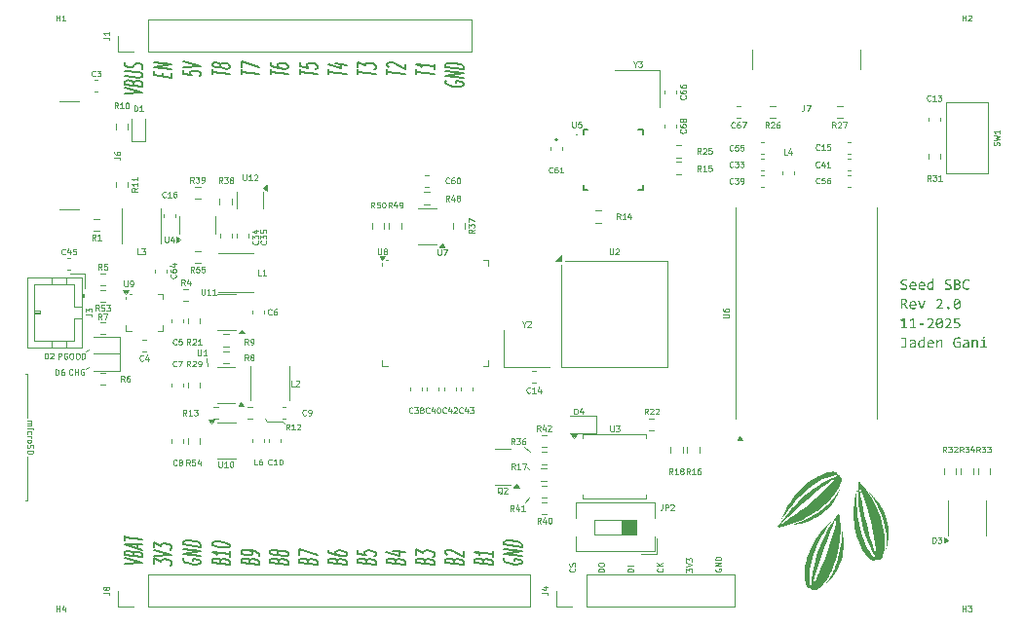
<source format=gbr>
%TF.GenerationSoftware,KiCad,Pcbnew,9.0.3*%
%TF.CreationDate,2025-11-22T18:35:30-05:00*%
%TF.ProjectId,SeedSBC_rev2_0,53656564-5342-4435-9f72-6576325f302e,rev?*%
%TF.SameCoordinates,Original*%
%TF.FileFunction,Legend,Top*%
%TF.FilePolarity,Positive*%
%FSLAX46Y46*%
G04 Gerber Fmt 4.6, Leading zero omitted, Abs format (unit mm)*
G04 Created by KiCad (PCBNEW 9.0.3) date 2025-11-22 18:35:30*
%MOMM*%
%LPD*%
G01*
G04 APERTURE LIST*
%ADD10C,0.100000*%
%ADD11C,0.125000*%
%ADD12C,0.127000*%
%ADD13C,0.120000*%
%ADD14C,0.200000*%
%ADD15C,0.000000*%
G04 APERTURE END LIST*
D10*
X107600000Y-105200000D02*
X107800000Y-105000000D01*
X124661375Y-109750725D02*
X124846388Y-109916968D01*
X123150000Y-109550000D02*
X123335000Y-109740000D01*
X107600000Y-103700000D02*
X107800000Y-103500000D01*
X123400000Y-109750000D02*
X124661375Y-109750725D01*
X102500000Y-109400000D02*
X102500000Y-105590000D01*
X145900000Y-113750000D02*
X146100000Y-113950000D01*
X102500000Y-116618910D02*
X102500000Y-112808910D01*
X102500000Y-116618910D02*
X102300000Y-116618910D01*
X145750000Y-116800000D02*
X146100000Y-116400000D01*
X118050000Y-104300000D02*
X118200000Y-104900000D01*
X102500000Y-105590000D02*
X102300000Y-105590000D01*
X150290000Y-84820000D02*
G75*
G02*
X150190000Y-84820000I-50000J0D01*
G01*
X150190000Y-84820000D02*
G75*
G02*
X150290000Y-84820000I50000J0D01*
G01*
X146150000Y-112400000D02*
X145700000Y-112000000D01*
D11*
X150054690Y-122533002D02*
X150078500Y-122556811D01*
X150078500Y-122556811D02*
X150102309Y-122628240D01*
X150102309Y-122628240D02*
X150102309Y-122675859D01*
X150102309Y-122675859D02*
X150078500Y-122747287D01*
X150078500Y-122747287D02*
X150030880Y-122794906D01*
X150030880Y-122794906D02*
X149983261Y-122818716D01*
X149983261Y-122818716D02*
X149888023Y-122842525D01*
X149888023Y-122842525D02*
X149816595Y-122842525D01*
X149816595Y-122842525D02*
X149721357Y-122818716D01*
X149721357Y-122818716D02*
X149673738Y-122794906D01*
X149673738Y-122794906D02*
X149626119Y-122747287D01*
X149626119Y-122747287D02*
X149602309Y-122675859D01*
X149602309Y-122675859D02*
X149602309Y-122628240D01*
X149602309Y-122628240D02*
X149626119Y-122556811D01*
X149626119Y-122556811D02*
X149649928Y-122533002D01*
X150078500Y-122342525D02*
X150102309Y-122271097D01*
X150102309Y-122271097D02*
X150102309Y-122152049D01*
X150102309Y-122152049D02*
X150078500Y-122104430D01*
X150078500Y-122104430D02*
X150054690Y-122080621D01*
X150054690Y-122080621D02*
X150007071Y-122056811D01*
X150007071Y-122056811D02*
X149959452Y-122056811D01*
X149959452Y-122056811D02*
X149911833Y-122080621D01*
X149911833Y-122080621D02*
X149888023Y-122104430D01*
X149888023Y-122104430D02*
X149864214Y-122152049D01*
X149864214Y-122152049D02*
X149840404Y-122247287D01*
X149840404Y-122247287D02*
X149816595Y-122294906D01*
X149816595Y-122294906D02*
X149792785Y-122318716D01*
X149792785Y-122318716D02*
X149745166Y-122342525D01*
X149745166Y-122342525D02*
X149697547Y-122342525D01*
X149697547Y-122342525D02*
X149649928Y-122318716D01*
X149649928Y-122318716D02*
X149626119Y-122294906D01*
X149626119Y-122294906D02*
X149602309Y-122247287D01*
X149602309Y-122247287D02*
X149602309Y-122128240D01*
X149602309Y-122128240D02*
X149626119Y-122056811D01*
X106426997Y-105644690D02*
X106403188Y-105668500D01*
X106403188Y-105668500D02*
X106331759Y-105692309D01*
X106331759Y-105692309D02*
X106284140Y-105692309D01*
X106284140Y-105692309D02*
X106212712Y-105668500D01*
X106212712Y-105668500D02*
X106165093Y-105620880D01*
X106165093Y-105620880D02*
X106141283Y-105573261D01*
X106141283Y-105573261D02*
X106117474Y-105478023D01*
X106117474Y-105478023D02*
X106117474Y-105406595D01*
X106117474Y-105406595D02*
X106141283Y-105311357D01*
X106141283Y-105311357D02*
X106165093Y-105263738D01*
X106165093Y-105263738D02*
X106212712Y-105216119D01*
X106212712Y-105216119D02*
X106284140Y-105192309D01*
X106284140Y-105192309D02*
X106331759Y-105192309D01*
X106331759Y-105192309D02*
X106403188Y-105216119D01*
X106403188Y-105216119D02*
X106426997Y-105239928D01*
X106641283Y-105692309D02*
X106641283Y-105192309D01*
X106641283Y-105430404D02*
X106926997Y-105430404D01*
X106926997Y-105692309D02*
X106926997Y-105192309D01*
X107426998Y-105216119D02*
X107379379Y-105192309D01*
X107379379Y-105192309D02*
X107307950Y-105192309D01*
X107307950Y-105192309D02*
X107236522Y-105216119D01*
X107236522Y-105216119D02*
X107188903Y-105263738D01*
X107188903Y-105263738D02*
X107165093Y-105311357D01*
X107165093Y-105311357D02*
X107141284Y-105406595D01*
X107141284Y-105406595D02*
X107141284Y-105478023D01*
X107141284Y-105478023D02*
X107165093Y-105573261D01*
X107165093Y-105573261D02*
X107188903Y-105620880D01*
X107188903Y-105620880D02*
X107236522Y-105668500D01*
X107236522Y-105668500D02*
X107307950Y-105692309D01*
X107307950Y-105692309D02*
X107355569Y-105692309D01*
X107355569Y-105692309D02*
X107426998Y-105668500D01*
X107426998Y-105668500D02*
X107450807Y-105644690D01*
X107450807Y-105644690D02*
X107450807Y-105478023D01*
X107450807Y-105478023D02*
X107355569Y-105478023D01*
X155152309Y-122828716D02*
X154652309Y-122828716D01*
X154652309Y-122828716D02*
X154652309Y-122709668D01*
X154652309Y-122709668D02*
X154676119Y-122638240D01*
X154676119Y-122638240D02*
X154723738Y-122590621D01*
X154723738Y-122590621D02*
X154771357Y-122566811D01*
X154771357Y-122566811D02*
X154866595Y-122543002D01*
X154866595Y-122543002D02*
X154938023Y-122543002D01*
X154938023Y-122543002D02*
X155033261Y-122566811D01*
X155033261Y-122566811D02*
X155080880Y-122590621D01*
X155080880Y-122590621D02*
X155128500Y-122638240D01*
X155128500Y-122638240D02*
X155152309Y-122709668D01*
X155152309Y-122709668D02*
X155152309Y-122828716D01*
X155152309Y-122328716D02*
X154652309Y-122328716D01*
D12*
X110957130Y-81202647D02*
X112531930Y-81145497D01*
X112531930Y-81145497D02*
X110957130Y-80694647D01*
X111707035Y-80280385D02*
X111782025Y-80180902D01*
X111782025Y-80180902D02*
X111857016Y-80153990D01*
X111857016Y-80153990D02*
X112006997Y-80136452D01*
X112006997Y-80136452D02*
X112231968Y-80164573D01*
X112231968Y-80164573D02*
X112381949Y-80219606D01*
X112381949Y-80219606D02*
X112456940Y-80265266D01*
X112456940Y-80265266D02*
X112531930Y-80347211D01*
X112531930Y-80347211D02*
X112531930Y-80637497D01*
X112531930Y-80637497D02*
X110957130Y-80440647D01*
X110957130Y-80440647D02*
X110957130Y-80186647D01*
X110957130Y-80186647D02*
X111032120Y-80123449D01*
X111032120Y-80123449D02*
X111107111Y-80096537D01*
X111107111Y-80096537D02*
X111257092Y-80078999D01*
X111257092Y-80078999D02*
X111407073Y-80097747D01*
X111407073Y-80097747D02*
X111557054Y-80152780D01*
X111557054Y-80152780D02*
X111632044Y-80198440D01*
X111632044Y-80198440D02*
X111707035Y-80280385D01*
X111707035Y-80280385D02*
X111707035Y-80534385D01*
X110957130Y-79678647D02*
X112231968Y-79838002D01*
X112231968Y-79838002D02*
X112381949Y-79820463D01*
X112381949Y-79820463D02*
X112456940Y-79793552D01*
X112456940Y-79793552D02*
X112531930Y-79730354D01*
X112531930Y-79730354D02*
X112531930Y-79585211D01*
X112531930Y-79585211D02*
X112456940Y-79503266D01*
X112456940Y-79503266D02*
X112381949Y-79457606D01*
X112381949Y-79457606D02*
X112231968Y-79402573D01*
X112231968Y-79402573D02*
X110957130Y-79243218D01*
X112456940Y-79104123D02*
X112531930Y-79004639D01*
X112531930Y-79004639D02*
X112531930Y-78823211D01*
X112531930Y-78823211D02*
X112456940Y-78741266D01*
X112456940Y-78741266D02*
X112381949Y-78695606D01*
X112381949Y-78695606D02*
X112231968Y-78640573D01*
X112231968Y-78640573D02*
X112081987Y-78621825D01*
X112081987Y-78621825D02*
X111932006Y-78639363D01*
X111932006Y-78639363D02*
X111857016Y-78666275D01*
X111857016Y-78666275D02*
X111782025Y-78729473D01*
X111782025Y-78729473D02*
X111707035Y-78865242D01*
X111707035Y-78865242D02*
X111632044Y-78928439D01*
X111632044Y-78928439D02*
X111557054Y-78955351D01*
X111557054Y-78955351D02*
X111407073Y-78972889D01*
X111407073Y-78972889D02*
X111257092Y-78954142D01*
X111257092Y-78954142D02*
X111107111Y-78899108D01*
X111107111Y-78899108D02*
X111032120Y-78853449D01*
X111032120Y-78853449D02*
X110957130Y-78771504D01*
X110957130Y-78771504D02*
X110957130Y-78590075D01*
X110957130Y-78590075D02*
X111032120Y-78490592D01*
X114242375Y-79736100D02*
X114242375Y-79482100D01*
X115067270Y-79476355D02*
X115067270Y-79839212D01*
X115067270Y-79839212D02*
X113492470Y-79642362D01*
X113492470Y-79642362D02*
X113492470Y-79279505D01*
X115067270Y-79149783D02*
X113492470Y-78952933D01*
X113492470Y-78952933D02*
X115067270Y-78714354D01*
X115067270Y-78714354D02*
X113492470Y-78517504D01*
X116027810Y-79170647D02*
X116027810Y-79533504D01*
X116027810Y-79533504D02*
X116777715Y-79663528D01*
X116777715Y-79663528D02*
X116702724Y-79617868D01*
X116702724Y-79617868D02*
X116627734Y-79535923D01*
X116627734Y-79535923D02*
X116627734Y-79354494D01*
X116627734Y-79354494D02*
X116702724Y-79291297D01*
X116702724Y-79291297D02*
X116777715Y-79264385D01*
X116777715Y-79264385D02*
X116927696Y-79246847D01*
X116927696Y-79246847D02*
X117302648Y-79293716D01*
X117302648Y-79293716D02*
X117452629Y-79348749D01*
X117452629Y-79348749D02*
X117527620Y-79394409D01*
X117527620Y-79394409D02*
X117602610Y-79476354D01*
X117602610Y-79476354D02*
X117602610Y-79657782D01*
X117602610Y-79657782D02*
X117527620Y-79720980D01*
X117527620Y-79720980D02*
X117452629Y-79747892D01*
X116027810Y-78916647D02*
X117602610Y-78859497D01*
X117602610Y-78859497D02*
X116027810Y-78408647D01*
X118563150Y-79569789D02*
X118563150Y-79134360D01*
X120137950Y-79548925D02*
X118563150Y-79352075D01*
X119238064Y-78855868D02*
X119163074Y-78919066D01*
X119163074Y-78919066D02*
X119088083Y-78945977D01*
X119088083Y-78945977D02*
X118938102Y-78963516D01*
X118938102Y-78963516D02*
X118863112Y-78954142D01*
X118863112Y-78954142D02*
X118713131Y-78899108D01*
X118713131Y-78899108D02*
X118638140Y-78853449D01*
X118638140Y-78853449D02*
X118563150Y-78771504D01*
X118563150Y-78771504D02*
X118563150Y-78626361D01*
X118563150Y-78626361D02*
X118638140Y-78563163D01*
X118638140Y-78563163D02*
X118713131Y-78536251D01*
X118713131Y-78536251D02*
X118863112Y-78518713D01*
X118863112Y-78518713D02*
X118938102Y-78528087D01*
X118938102Y-78528087D02*
X119088083Y-78583120D01*
X119088083Y-78583120D02*
X119163074Y-78628780D01*
X119163074Y-78628780D02*
X119238064Y-78710725D01*
X119238064Y-78710725D02*
X119238064Y-78855868D01*
X119238064Y-78855868D02*
X119313055Y-78937813D01*
X119313055Y-78937813D02*
X119388045Y-78983473D01*
X119388045Y-78983473D02*
X119538026Y-79038506D01*
X119538026Y-79038506D02*
X119837988Y-79076001D01*
X119837988Y-79076001D02*
X119987969Y-79058463D01*
X119987969Y-79058463D02*
X120062960Y-79031551D01*
X120062960Y-79031551D02*
X120137950Y-78968354D01*
X120137950Y-78968354D02*
X120137950Y-78823211D01*
X120137950Y-78823211D02*
X120062960Y-78741266D01*
X120062960Y-78741266D02*
X119987969Y-78695606D01*
X119987969Y-78695606D02*
X119837988Y-78640573D01*
X119837988Y-78640573D02*
X119538026Y-78603077D01*
X119538026Y-78603077D02*
X119388045Y-78620616D01*
X119388045Y-78620616D02*
X119313055Y-78647527D01*
X119313055Y-78647527D02*
X119238064Y-78710725D01*
X121098490Y-79569789D02*
X121098490Y-79134360D01*
X122673290Y-79548925D02*
X121098490Y-79352075D01*
X121098490Y-78952932D02*
X121098490Y-78444932D01*
X121098490Y-78444932D02*
X122673290Y-78968354D01*
X123633830Y-79569789D02*
X123633830Y-79134360D01*
X125208630Y-79548925D02*
X123633830Y-79352075D01*
X123633830Y-78553789D02*
X123633830Y-78698932D01*
X123633830Y-78698932D02*
X123708820Y-78780877D01*
X123708820Y-78780877D02*
X123783811Y-78826537D01*
X123783811Y-78826537D02*
X124008782Y-78927230D01*
X124008782Y-78927230D02*
X124308744Y-79001011D01*
X124308744Y-79001011D02*
X124908668Y-79076001D01*
X124908668Y-79076001D02*
X125058649Y-79058463D01*
X125058649Y-79058463D02*
X125133640Y-79031551D01*
X125133640Y-79031551D02*
X125208630Y-78968354D01*
X125208630Y-78968354D02*
X125208630Y-78823211D01*
X125208630Y-78823211D02*
X125133640Y-78741266D01*
X125133640Y-78741266D02*
X125058649Y-78695606D01*
X125058649Y-78695606D02*
X124908668Y-78640573D01*
X124908668Y-78640573D02*
X124533716Y-78593704D01*
X124533716Y-78593704D02*
X124383735Y-78611242D01*
X124383735Y-78611242D02*
X124308744Y-78638154D01*
X124308744Y-78638154D02*
X124233754Y-78701351D01*
X124233754Y-78701351D02*
X124233754Y-78846494D01*
X124233754Y-78846494D02*
X124308744Y-78928439D01*
X124308744Y-78928439D02*
X124383735Y-78974099D01*
X124383735Y-78974099D02*
X124533716Y-79029132D01*
X126169170Y-79569789D02*
X126169170Y-79134360D01*
X127743970Y-79548925D02*
X126169170Y-79352075D01*
X126169170Y-78517504D02*
X126169170Y-78880361D01*
X126169170Y-78880361D02*
X126919075Y-79010385D01*
X126919075Y-79010385D02*
X126844084Y-78964725D01*
X126844084Y-78964725D02*
X126769094Y-78882780D01*
X126769094Y-78882780D02*
X126769094Y-78701351D01*
X126769094Y-78701351D02*
X126844084Y-78638154D01*
X126844084Y-78638154D02*
X126919075Y-78611242D01*
X126919075Y-78611242D02*
X127069056Y-78593704D01*
X127069056Y-78593704D02*
X127444008Y-78640573D01*
X127444008Y-78640573D02*
X127593989Y-78695606D01*
X127593989Y-78695606D02*
X127668980Y-78741266D01*
X127668980Y-78741266D02*
X127743970Y-78823211D01*
X127743970Y-78823211D02*
X127743970Y-79004639D01*
X127743970Y-79004639D02*
X127668980Y-79067837D01*
X127668980Y-79067837D02*
X127593989Y-79094749D01*
X128704510Y-79569789D02*
X128704510Y-79134360D01*
X130279310Y-79548925D02*
X128704510Y-79352075D01*
X129229443Y-78619406D02*
X130279310Y-78750639D01*
X128629520Y-78725844D02*
X129754377Y-79047880D01*
X129754377Y-79047880D02*
X129754377Y-78576166D01*
X131239850Y-79569789D02*
X131239850Y-79134360D01*
X132814650Y-79548925D02*
X131239850Y-79352075D01*
X131239850Y-78952932D02*
X131239850Y-78481218D01*
X131239850Y-78481218D02*
X131839774Y-78810208D01*
X131839774Y-78810208D02*
X131839774Y-78701351D01*
X131839774Y-78701351D02*
X131914764Y-78638154D01*
X131914764Y-78638154D02*
X131989755Y-78611242D01*
X131989755Y-78611242D02*
X132139736Y-78593704D01*
X132139736Y-78593704D02*
X132514688Y-78640573D01*
X132514688Y-78640573D02*
X132664669Y-78695606D01*
X132664669Y-78695606D02*
X132739660Y-78741266D01*
X132739660Y-78741266D02*
X132814650Y-78823211D01*
X132814650Y-78823211D02*
X132814650Y-79040925D01*
X132814650Y-79040925D02*
X132739660Y-79104123D01*
X132739660Y-79104123D02*
X132664669Y-79131035D01*
X133775190Y-79569789D02*
X133775190Y-79134360D01*
X135349990Y-79548925D02*
X133775190Y-79352075D01*
X133925171Y-78935394D02*
X133850180Y-78889735D01*
X133850180Y-78889735D02*
X133775190Y-78807789D01*
X133775190Y-78807789D02*
X133775190Y-78626361D01*
X133775190Y-78626361D02*
X133850180Y-78563163D01*
X133850180Y-78563163D02*
X133925171Y-78536251D01*
X133925171Y-78536251D02*
X134075152Y-78518713D01*
X134075152Y-78518713D02*
X134225133Y-78537461D01*
X134225133Y-78537461D02*
X134450104Y-78601868D01*
X134450104Y-78601868D02*
X135349990Y-79149782D01*
X135349990Y-79149782D02*
X135349990Y-78678068D01*
X136310530Y-79569789D02*
X136310530Y-79134360D01*
X137885330Y-79548925D02*
X136310530Y-79352075D01*
X137885330Y-78678068D02*
X137885330Y-79113496D01*
X137885330Y-78895782D02*
X136310530Y-78698932D01*
X136310530Y-78698932D02*
X136535501Y-78799625D01*
X136535501Y-78799625D02*
X136685482Y-78890944D01*
X136685482Y-78890944D02*
X136760473Y-78972889D01*
X138920860Y-80087164D02*
X138845870Y-80150361D01*
X138845870Y-80150361D02*
X138845870Y-80259218D01*
X138845870Y-80259218D02*
X138920860Y-80377449D01*
X138920860Y-80377449D02*
X139070841Y-80468768D01*
X139070841Y-80468768D02*
X139220822Y-80523802D01*
X139220822Y-80523802D02*
X139520784Y-80597583D01*
X139520784Y-80597583D02*
X139745756Y-80625704D01*
X139745756Y-80625704D02*
X140045718Y-80626914D01*
X140045718Y-80626914D02*
X140195699Y-80609376D01*
X140195699Y-80609376D02*
X140345680Y-80555552D01*
X140345680Y-80555552D02*
X140420670Y-80456068D01*
X140420670Y-80456068D02*
X140420670Y-80383497D01*
X140420670Y-80383497D02*
X140345680Y-80265266D01*
X140345680Y-80265266D02*
X140270689Y-80219607D01*
X140270689Y-80219607D02*
X139745756Y-80153990D01*
X139745756Y-80153990D02*
X139745756Y-80299133D01*
X140420670Y-79911783D02*
X138845870Y-79714933D01*
X138845870Y-79714933D02*
X140420670Y-79476354D01*
X140420670Y-79476354D02*
X138845870Y-79279504D01*
X140420670Y-79113497D02*
X138845870Y-78916647D01*
X138845870Y-78916647D02*
X138845870Y-78735218D01*
X138845870Y-78735218D02*
X138920860Y-78635735D01*
X138920860Y-78635735D02*
X139070841Y-78581911D01*
X139070841Y-78581911D02*
X139220822Y-78564373D01*
X139220822Y-78564373D02*
X139520784Y-78565582D01*
X139520784Y-78565582D02*
X139745756Y-78593704D01*
X139745756Y-78593704D02*
X140045718Y-78667485D01*
X140045718Y-78667485D02*
X140195699Y-78722518D01*
X140195699Y-78722518D02*
X140345680Y-78813837D01*
X140345680Y-78813837D02*
X140420670Y-78932068D01*
X140420670Y-78932068D02*
X140420670Y-79113497D01*
D11*
X105201283Y-104302309D02*
X105201283Y-103802309D01*
X105201283Y-103802309D02*
X105391759Y-103802309D01*
X105391759Y-103802309D02*
X105439378Y-103826119D01*
X105439378Y-103826119D02*
X105463188Y-103849928D01*
X105463188Y-103849928D02*
X105486997Y-103897547D01*
X105486997Y-103897547D02*
X105486997Y-103968976D01*
X105486997Y-103968976D02*
X105463188Y-104016595D01*
X105463188Y-104016595D02*
X105439378Y-104040404D01*
X105439378Y-104040404D02*
X105391759Y-104064214D01*
X105391759Y-104064214D02*
X105201283Y-104064214D01*
X105963188Y-103826119D02*
X105915569Y-103802309D01*
X105915569Y-103802309D02*
X105844140Y-103802309D01*
X105844140Y-103802309D02*
X105772712Y-103826119D01*
X105772712Y-103826119D02*
X105725093Y-103873738D01*
X105725093Y-103873738D02*
X105701283Y-103921357D01*
X105701283Y-103921357D02*
X105677474Y-104016595D01*
X105677474Y-104016595D02*
X105677474Y-104088023D01*
X105677474Y-104088023D02*
X105701283Y-104183261D01*
X105701283Y-104183261D02*
X105725093Y-104230880D01*
X105725093Y-104230880D02*
X105772712Y-104278500D01*
X105772712Y-104278500D02*
X105844140Y-104302309D01*
X105844140Y-104302309D02*
X105891759Y-104302309D01*
X105891759Y-104302309D02*
X105963188Y-104278500D01*
X105963188Y-104278500D02*
X105986997Y-104254690D01*
X105986997Y-104254690D02*
X105986997Y-104088023D01*
X105986997Y-104088023D02*
X105891759Y-104088023D01*
X106296521Y-103802309D02*
X106391759Y-103802309D01*
X106391759Y-103802309D02*
X106439378Y-103826119D01*
X106439378Y-103826119D02*
X106486997Y-103873738D01*
X106486997Y-103873738D02*
X106510807Y-103968976D01*
X106510807Y-103968976D02*
X106510807Y-104135642D01*
X106510807Y-104135642D02*
X106486997Y-104230880D01*
X106486997Y-104230880D02*
X106439378Y-104278500D01*
X106439378Y-104278500D02*
X106391759Y-104302309D01*
X106391759Y-104302309D02*
X106296521Y-104302309D01*
X106296521Y-104302309D02*
X106248902Y-104278500D01*
X106248902Y-104278500D02*
X106201283Y-104230880D01*
X106201283Y-104230880D02*
X106177474Y-104135642D01*
X106177474Y-104135642D02*
X106177474Y-103968976D01*
X106177474Y-103968976D02*
X106201283Y-103873738D01*
X106201283Y-103873738D02*
X106248902Y-103826119D01*
X106248902Y-103826119D02*
X106296521Y-103802309D01*
X106820331Y-103802309D02*
X106915569Y-103802309D01*
X106915569Y-103802309D02*
X106963188Y-103826119D01*
X106963188Y-103826119D02*
X107010807Y-103873738D01*
X107010807Y-103873738D02*
X107034617Y-103968976D01*
X107034617Y-103968976D02*
X107034617Y-104135642D01*
X107034617Y-104135642D02*
X107010807Y-104230880D01*
X107010807Y-104230880D02*
X106963188Y-104278500D01*
X106963188Y-104278500D02*
X106915569Y-104302309D01*
X106915569Y-104302309D02*
X106820331Y-104302309D01*
X106820331Y-104302309D02*
X106772712Y-104278500D01*
X106772712Y-104278500D02*
X106725093Y-104230880D01*
X106725093Y-104230880D02*
X106701284Y-104135642D01*
X106701284Y-104135642D02*
X106701284Y-103968976D01*
X106701284Y-103968976D02*
X106725093Y-103873738D01*
X106725093Y-103873738D02*
X106772712Y-103826119D01*
X106772712Y-103826119D02*
X106820331Y-103802309D01*
X107248903Y-104302309D02*
X107248903Y-103802309D01*
X107248903Y-103802309D02*
X107367951Y-103802309D01*
X107367951Y-103802309D02*
X107439379Y-103826119D01*
X107439379Y-103826119D02*
X107486998Y-103873738D01*
X107486998Y-103873738D02*
X107510808Y-103921357D01*
X107510808Y-103921357D02*
X107534617Y-104016595D01*
X107534617Y-104016595D02*
X107534617Y-104088023D01*
X107534617Y-104088023D02*
X107510808Y-104183261D01*
X107510808Y-104183261D02*
X107486998Y-104230880D01*
X107486998Y-104230880D02*
X107439379Y-104278500D01*
X107439379Y-104278500D02*
X107367951Y-104302309D01*
X107367951Y-104302309D02*
X107248903Y-104302309D01*
X152622309Y-122828716D02*
X152122309Y-122828716D01*
X152122309Y-122828716D02*
X152122309Y-122709668D01*
X152122309Y-122709668D02*
X152146119Y-122638240D01*
X152146119Y-122638240D02*
X152193738Y-122590621D01*
X152193738Y-122590621D02*
X152241357Y-122566811D01*
X152241357Y-122566811D02*
X152336595Y-122543002D01*
X152336595Y-122543002D02*
X152408023Y-122543002D01*
X152408023Y-122543002D02*
X152503261Y-122566811D01*
X152503261Y-122566811D02*
X152550880Y-122590621D01*
X152550880Y-122590621D02*
X152598500Y-122638240D01*
X152598500Y-122638240D02*
X152622309Y-122709668D01*
X152622309Y-122709668D02*
X152622309Y-122828716D01*
X152122309Y-122233478D02*
X152122309Y-122138240D01*
X152122309Y-122138240D02*
X152146119Y-122090621D01*
X152146119Y-122090621D02*
X152193738Y-122043002D01*
X152193738Y-122043002D02*
X152288976Y-122019192D01*
X152288976Y-122019192D02*
X152455642Y-122019192D01*
X152455642Y-122019192D02*
X152550880Y-122043002D01*
X152550880Y-122043002D02*
X152598500Y-122090621D01*
X152598500Y-122090621D02*
X152622309Y-122138240D01*
X152622309Y-122138240D02*
X152622309Y-122233478D01*
X152622309Y-122233478D02*
X152598500Y-122281097D01*
X152598500Y-122281097D02*
X152550880Y-122328716D01*
X152550880Y-122328716D02*
X152455642Y-122352525D01*
X152455642Y-122352525D02*
X152288976Y-122352525D01*
X152288976Y-122352525D02*
X152193738Y-122328716D01*
X152193738Y-122328716D02*
X152146119Y-122281097D01*
X152146119Y-122281097D02*
X152122309Y-122233478D01*
X159772309Y-122866335D02*
X159772309Y-122556811D01*
X159772309Y-122556811D02*
X159962785Y-122723478D01*
X159962785Y-122723478D02*
X159962785Y-122652049D01*
X159962785Y-122652049D02*
X159986595Y-122604430D01*
X159986595Y-122604430D02*
X160010404Y-122580621D01*
X160010404Y-122580621D02*
X160058023Y-122556811D01*
X160058023Y-122556811D02*
X160177071Y-122556811D01*
X160177071Y-122556811D02*
X160224690Y-122580621D01*
X160224690Y-122580621D02*
X160248500Y-122604430D01*
X160248500Y-122604430D02*
X160272309Y-122652049D01*
X160272309Y-122652049D02*
X160272309Y-122794906D01*
X160272309Y-122794906D02*
X160248500Y-122842525D01*
X160248500Y-122842525D02*
X160224690Y-122866335D01*
X159772309Y-122413954D02*
X160272309Y-122247288D01*
X160272309Y-122247288D02*
X159772309Y-122080621D01*
X159772309Y-121961574D02*
X159772309Y-121652050D01*
X159772309Y-121652050D02*
X159962785Y-121818717D01*
X159962785Y-121818717D02*
X159962785Y-121747288D01*
X159962785Y-121747288D02*
X159986595Y-121699669D01*
X159986595Y-121699669D02*
X160010404Y-121675860D01*
X160010404Y-121675860D02*
X160058023Y-121652050D01*
X160058023Y-121652050D02*
X160177071Y-121652050D01*
X160177071Y-121652050D02*
X160224690Y-121675860D01*
X160224690Y-121675860D02*
X160248500Y-121699669D01*
X160248500Y-121699669D02*
X160272309Y-121747288D01*
X160272309Y-121747288D02*
X160272309Y-121890145D01*
X160272309Y-121890145D02*
X160248500Y-121937764D01*
X160248500Y-121937764D02*
X160224690Y-121961574D01*
D12*
X110946450Y-122136400D02*
X112521250Y-122079250D01*
X112521250Y-122079250D02*
X110946450Y-121628400D01*
X111696355Y-121214138D02*
X111771345Y-121114655D01*
X111771345Y-121114655D02*
X111846336Y-121087743D01*
X111846336Y-121087743D02*
X111996317Y-121070205D01*
X111996317Y-121070205D02*
X112221288Y-121098326D01*
X112221288Y-121098326D02*
X112371269Y-121153359D01*
X112371269Y-121153359D02*
X112446260Y-121199019D01*
X112446260Y-121199019D02*
X112521250Y-121280964D01*
X112521250Y-121280964D02*
X112521250Y-121571250D01*
X112521250Y-121571250D02*
X110946450Y-121374400D01*
X110946450Y-121374400D02*
X110946450Y-121120400D01*
X110946450Y-121120400D02*
X111021440Y-121057202D01*
X111021440Y-121057202D02*
X111096431Y-121030290D01*
X111096431Y-121030290D02*
X111246412Y-121012752D01*
X111246412Y-121012752D02*
X111396393Y-121031500D01*
X111396393Y-121031500D02*
X111546374Y-121086533D01*
X111546374Y-121086533D02*
X111621364Y-121132193D01*
X111621364Y-121132193D02*
X111696355Y-121214138D01*
X111696355Y-121214138D02*
X111696355Y-121468138D01*
X112071307Y-120789293D02*
X112071307Y-120426435D01*
X112521250Y-120918107D02*
X110946450Y-120467257D01*
X110946450Y-120467257D02*
X112521250Y-120410107D01*
X110946450Y-120068114D02*
X110946450Y-119632685D01*
X112521250Y-120047250D02*
X110946450Y-119850400D01*
X113481790Y-122100114D02*
X113481790Y-121628400D01*
X113481790Y-121628400D02*
X114081714Y-121957390D01*
X114081714Y-121957390D02*
X114081714Y-121848533D01*
X114081714Y-121848533D02*
X114156704Y-121785336D01*
X114156704Y-121785336D02*
X114231695Y-121758424D01*
X114231695Y-121758424D02*
X114381676Y-121740886D01*
X114381676Y-121740886D02*
X114756628Y-121787755D01*
X114756628Y-121787755D02*
X114906609Y-121842788D01*
X114906609Y-121842788D02*
X114981600Y-121888448D01*
X114981600Y-121888448D02*
X115056590Y-121970393D01*
X115056590Y-121970393D02*
X115056590Y-122188107D01*
X115056590Y-122188107D02*
X114981600Y-122251305D01*
X114981600Y-122251305D02*
X114906609Y-122278217D01*
X113481790Y-121410686D02*
X115056590Y-121353536D01*
X115056590Y-121353536D02*
X113481790Y-120902686D01*
X113481790Y-120721257D02*
X113481790Y-120249543D01*
X113481790Y-120249543D02*
X114081714Y-120578533D01*
X114081714Y-120578533D02*
X114081714Y-120469676D01*
X114081714Y-120469676D02*
X114156704Y-120406479D01*
X114156704Y-120406479D02*
X114231695Y-120379567D01*
X114231695Y-120379567D02*
X114381676Y-120362029D01*
X114381676Y-120362029D02*
X114756628Y-120408898D01*
X114756628Y-120408898D02*
X114906609Y-120463931D01*
X114906609Y-120463931D02*
X114981600Y-120509591D01*
X114981600Y-120509591D02*
X115056590Y-120591536D01*
X115056590Y-120591536D02*
X115056590Y-120809250D01*
X115056590Y-120809250D02*
X114981600Y-120872448D01*
X114981600Y-120872448D02*
X114906609Y-120899360D01*
X116092120Y-121637774D02*
X116017130Y-121700971D01*
X116017130Y-121700971D02*
X116017130Y-121809828D01*
X116017130Y-121809828D02*
X116092120Y-121928059D01*
X116092120Y-121928059D02*
X116242101Y-122019378D01*
X116242101Y-122019378D02*
X116392082Y-122074412D01*
X116392082Y-122074412D02*
X116692044Y-122148193D01*
X116692044Y-122148193D02*
X116917016Y-122176314D01*
X116917016Y-122176314D02*
X117216978Y-122177524D01*
X117216978Y-122177524D02*
X117366959Y-122159986D01*
X117366959Y-122159986D02*
X117516940Y-122106162D01*
X117516940Y-122106162D02*
X117591930Y-122006678D01*
X117591930Y-122006678D02*
X117591930Y-121934107D01*
X117591930Y-121934107D02*
X117516940Y-121815876D01*
X117516940Y-121815876D02*
X117441949Y-121770217D01*
X117441949Y-121770217D02*
X116917016Y-121704600D01*
X116917016Y-121704600D02*
X116917016Y-121849743D01*
X117591930Y-121462393D02*
X116017130Y-121265543D01*
X116017130Y-121265543D02*
X117591930Y-121026964D01*
X117591930Y-121026964D02*
X116017130Y-120830114D01*
X117591930Y-120664107D02*
X116017130Y-120467257D01*
X116017130Y-120467257D02*
X116017130Y-120285828D01*
X116017130Y-120285828D02*
X116092120Y-120186345D01*
X116092120Y-120186345D02*
X116242101Y-120132521D01*
X116242101Y-120132521D02*
X116392082Y-120114983D01*
X116392082Y-120114983D02*
X116692044Y-120116192D01*
X116692044Y-120116192D02*
X116917016Y-120144314D01*
X116917016Y-120144314D02*
X117216978Y-120218095D01*
X117216978Y-120218095D02*
X117366959Y-120273128D01*
X117366959Y-120273128D02*
X117516940Y-120364447D01*
X117516940Y-120364447D02*
X117591930Y-120482678D01*
X117591930Y-120482678D02*
X117591930Y-120664107D01*
X119302375Y-121867281D02*
X119377365Y-121767798D01*
X119377365Y-121767798D02*
X119452356Y-121740886D01*
X119452356Y-121740886D02*
X119602337Y-121723348D01*
X119602337Y-121723348D02*
X119827308Y-121751469D01*
X119827308Y-121751469D02*
X119977289Y-121806502D01*
X119977289Y-121806502D02*
X120052280Y-121852162D01*
X120052280Y-121852162D02*
X120127270Y-121934107D01*
X120127270Y-121934107D02*
X120127270Y-122224393D01*
X120127270Y-122224393D02*
X118552470Y-122027543D01*
X118552470Y-122027543D02*
X118552470Y-121773543D01*
X118552470Y-121773543D02*
X118627460Y-121710345D01*
X118627460Y-121710345D02*
X118702451Y-121683433D01*
X118702451Y-121683433D02*
X118852432Y-121665895D01*
X118852432Y-121665895D02*
X119002413Y-121684643D01*
X119002413Y-121684643D02*
X119152394Y-121739676D01*
X119152394Y-121739676D02*
X119227384Y-121785336D01*
X119227384Y-121785336D02*
X119302375Y-121867281D01*
X119302375Y-121867281D02*
X119302375Y-122121281D01*
X120127270Y-121063250D02*
X120127270Y-121498678D01*
X120127270Y-121280964D02*
X118552470Y-121084114D01*
X118552470Y-121084114D02*
X118777441Y-121184807D01*
X118777441Y-121184807D02*
X118927422Y-121276126D01*
X118927422Y-121276126D02*
X119002413Y-121358071D01*
X118552470Y-120394686D02*
X118552470Y-120322114D01*
X118552470Y-120322114D02*
X118627460Y-120258917D01*
X118627460Y-120258917D02*
X118702451Y-120232005D01*
X118702451Y-120232005D02*
X118852432Y-120214467D01*
X118852432Y-120214467D02*
X119152394Y-120215676D01*
X119152394Y-120215676D02*
X119527346Y-120262545D01*
X119527346Y-120262545D02*
X119827308Y-120336326D01*
X119827308Y-120336326D02*
X119977289Y-120391360D01*
X119977289Y-120391360D02*
X120052280Y-120437019D01*
X120052280Y-120437019D02*
X120127270Y-120518964D01*
X120127270Y-120518964D02*
X120127270Y-120591536D01*
X120127270Y-120591536D02*
X120052280Y-120654734D01*
X120052280Y-120654734D02*
X119977289Y-120681645D01*
X119977289Y-120681645D02*
X119827308Y-120699184D01*
X119827308Y-120699184D02*
X119527346Y-120697974D01*
X119527346Y-120697974D02*
X119152394Y-120651105D01*
X119152394Y-120651105D02*
X118852432Y-120577324D01*
X118852432Y-120577324D02*
X118702451Y-120522291D01*
X118702451Y-120522291D02*
X118627460Y-120476631D01*
X118627460Y-120476631D02*
X118552470Y-120394686D01*
X121837715Y-121867281D02*
X121912705Y-121767798D01*
X121912705Y-121767798D02*
X121987696Y-121740886D01*
X121987696Y-121740886D02*
X122137677Y-121723348D01*
X122137677Y-121723348D02*
X122362648Y-121751469D01*
X122362648Y-121751469D02*
X122512629Y-121806502D01*
X122512629Y-121806502D02*
X122587620Y-121852162D01*
X122587620Y-121852162D02*
X122662610Y-121934107D01*
X122662610Y-121934107D02*
X122662610Y-122224393D01*
X122662610Y-122224393D02*
X121087810Y-122027543D01*
X121087810Y-122027543D02*
X121087810Y-121773543D01*
X121087810Y-121773543D02*
X121162800Y-121710345D01*
X121162800Y-121710345D02*
X121237791Y-121683433D01*
X121237791Y-121683433D02*
X121387772Y-121665895D01*
X121387772Y-121665895D02*
X121537753Y-121684643D01*
X121537753Y-121684643D02*
X121687734Y-121739676D01*
X121687734Y-121739676D02*
X121762724Y-121785336D01*
X121762724Y-121785336D02*
X121837715Y-121867281D01*
X121837715Y-121867281D02*
X121837715Y-122121281D01*
X122662610Y-121426107D02*
X122662610Y-121280964D01*
X122662610Y-121280964D02*
X122587620Y-121199019D01*
X122587620Y-121199019D02*
X122512629Y-121153359D01*
X122512629Y-121153359D02*
X122287658Y-121052667D01*
X122287658Y-121052667D02*
X121987696Y-120978886D01*
X121987696Y-120978886D02*
X121387772Y-120903895D01*
X121387772Y-120903895D02*
X121237791Y-120921433D01*
X121237791Y-120921433D02*
X121162800Y-120948345D01*
X121162800Y-120948345D02*
X121087810Y-121011543D01*
X121087810Y-121011543D02*
X121087810Y-121156686D01*
X121087810Y-121156686D02*
X121162800Y-121238631D01*
X121162800Y-121238631D02*
X121237791Y-121284290D01*
X121237791Y-121284290D02*
X121387772Y-121339324D01*
X121387772Y-121339324D02*
X121762724Y-121386193D01*
X121762724Y-121386193D02*
X121912705Y-121368655D01*
X121912705Y-121368655D02*
X121987696Y-121341743D01*
X121987696Y-121341743D02*
X122062686Y-121278545D01*
X122062686Y-121278545D02*
X122062686Y-121133402D01*
X122062686Y-121133402D02*
X121987696Y-121051457D01*
X121987696Y-121051457D02*
X121912705Y-121005798D01*
X121912705Y-121005798D02*
X121762724Y-120950764D01*
X124373055Y-121867281D02*
X124448045Y-121767798D01*
X124448045Y-121767798D02*
X124523036Y-121740886D01*
X124523036Y-121740886D02*
X124673017Y-121723348D01*
X124673017Y-121723348D02*
X124897988Y-121751469D01*
X124897988Y-121751469D02*
X125047969Y-121806502D01*
X125047969Y-121806502D02*
X125122960Y-121852162D01*
X125122960Y-121852162D02*
X125197950Y-121934107D01*
X125197950Y-121934107D02*
X125197950Y-122224393D01*
X125197950Y-122224393D02*
X123623150Y-122027543D01*
X123623150Y-122027543D02*
X123623150Y-121773543D01*
X123623150Y-121773543D02*
X123698140Y-121710345D01*
X123698140Y-121710345D02*
X123773131Y-121683433D01*
X123773131Y-121683433D02*
X123923112Y-121665895D01*
X123923112Y-121665895D02*
X124073093Y-121684643D01*
X124073093Y-121684643D02*
X124223074Y-121739676D01*
X124223074Y-121739676D02*
X124298064Y-121785336D01*
X124298064Y-121785336D02*
X124373055Y-121867281D01*
X124373055Y-121867281D02*
X124373055Y-122121281D01*
X124298064Y-121241050D02*
X124223074Y-121304248D01*
X124223074Y-121304248D02*
X124148083Y-121331159D01*
X124148083Y-121331159D02*
X123998102Y-121348698D01*
X123998102Y-121348698D02*
X123923112Y-121339324D01*
X123923112Y-121339324D02*
X123773131Y-121284290D01*
X123773131Y-121284290D02*
X123698140Y-121238631D01*
X123698140Y-121238631D02*
X123623150Y-121156686D01*
X123623150Y-121156686D02*
X123623150Y-121011543D01*
X123623150Y-121011543D02*
X123698140Y-120948345D01*
X123698140Y-120948345D02*
X123773131Y-120921433D01*
X123773131Y-120921433D02*
X123923112Y-120903895D01*
X123923112Y-120903895D02*
X123998102Y-120913269D01*
X123998102Y-120913269D02*
X124148083Y-120968302D01*
X124148083Y-120968302D02*
X124223074Y-121013962D01*
X124223074Y-121013962D02*
X124298064Y-121095907D01*
X124298064Y-121095907D02*
X124298064Y-121241050D01*
X124298064Y-121241050D02*
X124373055Y-121322995D01*
X124373055Y-121322995D02*
X124448045Y-121368655D01*
X124448045Y-121368655D02*
X124598026Y-121423688D01*
X124598026Y-121423688D02*
X124897988Y-121461183D01*
X124897988Y-121461183D02*
X125047969Y-121443645D01*
X125047969Y-121443645D02*
X125122960Y-121416733D01*
X125122960Y-121416733D02*
X125197950Y-121353536D01*
X125197950Y-121353536D02*
X125197950Y-121208393D01*
X125197950Y-121208393D02*
X125122960Y-121126448D01*
X125122960Y-121126448D02*
X125047969Y-121080788D01*
X125047969Y-121080788D02*
X124897988Y-121025755D01*
X124897988Y-121025755D02*
X124598026Y-120988259D01*
X124598026Y-120988259D02*
X124448045Y-121005798D01*
X124448045Y-121005798D02*
X124373055Y-121032709D01*
X124373055Y-121032709D02*
X124298064Y-121095907D01*
X126908395Y-121867281D02*
X126983385Y-121767798D01*
X126983385Y-121767798D02*
X127058376Y-121740886D01*
X127058376Y-121740886D02*
X127208357Y-121723348D01*
X127208357Y-121723348D02*
X127433328Y-121751469D01*
X127433328Y-121751469D02*
X127583309Y-121806502D01*
X127583309Y-121806502D02*
X127658300Y-121852162D01*
X127658300Y-121852162D02*
X127733290Y-121934107D01*
X127733290Y-121934107D02*
X127733290Y-122224393D01*
X127733290Y-122224393D02*
X126158490Y-122027543D01*
X126158490Y-122027543D02*
X126158490Y-121773543D01*
X126158490Y-121773543D02*
X126233480Y-121710345D01*
X126233480Y-121710345D02*
X126308471Y-121683433D01*
X126308471Y-121683433D02*
X126458452Y-121665895D01*
X126458452Y-121665895D02*
X126608433Y-121684643D01*
X126608433Y-121684643D02*
X126758414Y-121739676D01*
X126758414Y-121739676D02*
X126833404Y-121785336D01*
X126833404Y-121785336D02*
X126908395Y-121867281D01*
X126908395Y-121867281D02*
X126908395Y-122121281D01*
X126158490Y-121338114D02*
X126158490Y-120830114D01*
X126158490Y-120830114D02*
X127733290Y-121353536D01*
X129443735Y-121867281D02*
X129518725Y-121767798D01*
X129518725Y-121767798D02*
X129593716Y-121740886D01*
X129593716Y-121740886D02*
X129743697Y-121723348D01*
X129743697Y-121723348D02*
X129968668Y-121751469D01*
X129968668Y-121751469D02*
X130118649Y-121806502D01*
X130118649Y-121806502D02*
X130193640Y-121852162D01*
X130193640Y-121852162D02*
X130268630Y-121934107D01*
X130268630Y-121934107D02*
X130268630Y-122224393D01*
X130268630Y-122224393D02*
X128693830Y-122027543D01*
X128693830Y-122027543D02*
X128693830Y-121773543D01*
X128693830Y-121773543D02*
X128768820Y-121710345D01*
X128768820Y-121710345D02*
X128843811Y-121683433D01*
X128843811Y-121683433D02*
X128993792Y-121665895D01*
X128993792Y-121665895D02*
X129143773Y-121684643D01*
X129143773Y-121684643D02*
X129293754Y-121739676D01*
X129293754Y-121739676D02*
X129368744Y-121785336D01*
X129368744Y-121785336D02*
X129443735Y-121867281D01*
X129443735Y-121867281D02*
X129443735Y-122121281D01*
X128693830Y-120938971D02*
X128693830Y-121084114D01*
X128693830Y-121084114D02*
X128768820Y-121166059D01*
X128768820Y-121166059D02*
X128843811Y-121211719D01*
X128843811Y-121211719D02*
X129068782Y-121312412D01*
X129068782Y-121312412D02*
X129368744Y-121386193D01*
X129368744Y-121386193D02*
X129968668Y-121461183D01*
X129968668Y-121461183D02*
X130118649Y-121443645D01*
X130118649Y-121443645D02*
X130193640Y-121416733D01*
X130193640Y-121416733D02*
X130268630Y-121353536D01*
X130268630Y-121353536D02*
X130268630Y-121208393D01*
X130268630Y-121208393D02*
X130193640Y-121126448D01*
X130193640Y-121126448D02*
X130118649Y-121080788D01*
X130118649Y-121080788D02*
X129968668Y-121025755D01*
X129968668Y-121025755D02*
X129593716Y-120978886D01*
X129593716Y-120978886D02*
X129443735Y-120996424D01*
X129443735Y-120996424D02*
X129368744Y-121023336D01*
X129368744Y-121023336D02*
X129293754Y-121086533D01*
X129293754Y-121086533D02*
X129293754Y-121231676D01*
X129293754Y-121231676D02*
X129368744Y-121313621D01*
X129368744Y-121313621D02*
X129443735Y-121359281D01*
X129443735Y-121359281D02*
X129593716Y-121414314D01*
X131979075Y-121867281D02*
X132054065Y-121767798D01*
X132054065Y-121767798D02*
X132129056Y-121740886D01*
X132129056Y-121740886D02*
X132279037Y-121723348D01*
X132279037Y-121723348D02*
X132504008Y-121751469D01*
X132504008Y-121751469D02*
X132653989Y-121806502D01*
X132653989Y-121806502D02*
X132728980Y-121852162D01*
X132728980Y-121852162D02*
X132803970Y-121934107D01*
X132803970Y-121934107D02*
X132803970Y-122224393D01*
X132803970Y-122224393D02*
X131229170Y-122027543D01*
X131229170Y-122027543D02*
X131229170Y-121773543D01*
X131229170Y-121773543D02*
X131304160Y-121710345D01*
X131304160Y-121710345D02*
X131379151Y-121683433D01*
X131379151Y-121683433D02*
X131529132Y-121665895D01*
X131529132Y-121665895D02*
X131679113Y-121684643D01*
X131679113Y-121684643D02*
X131829094Y-121739676D01*
X131829094Y-121739676D02*
X131904084Y-121785336D01*
X131904084Y-121785336D02*
X131979075Y-121867281D01*
X131979075Y-121867281D02*
X131979075Y-122121281D01*
X131229170Y-120902686D02*
X131229170Y-121265543D01*
X131229170Y-121265543D02*
X131979075Y-121395567D01*
X131979075Y-121395567D02*
X131904084Y-121349907D01*
X131904084Y-121349907D02*
X131829094Y-121267962D01*
X131829094Y-121267962D02*
X131829094Y-121086533D01*
X131829094Y-121086533D02*
X131904084Y-121023336D01*
X131904084Y-121023336D02*
X131979075Y-120996424D01*
X131979075Y-120996424D02*
X132129056Y-120978886D01*
X132129056Y-120978886D02*
X132504008Y-121025755D01*
X132504008Y-121025755D02*
X132653989Y-121080788D01*
X132653989Y-121080788D02*
X132728980Y-121126448D01*
X132728980Y-121126448D02*
X132803970Y-121208393D01*
X132803970Y-121208393D02*
X132803970Y-121389821D01*
X132803970Y-121389821D02*
X132728980Y-121453019D01*
X132728980Y-121453019D02*
X132653989Y-121479931D01*
X134514415Y-121867281D02*
X134589405Y-121767798D01*
X134589405Y-121767798D02*
X134664396Y-121740886D01*
X134664396Y-121740886D02*
X134814377Y-121723348D01*
X134814377Y-121723348D02*
X135039348Y-121751469D01*
X135039348Y-121751469D02*
X135189329Y-121806502D01*
X135189329Y-121806502D02*
X135264320Y-121852162D01*
X135264320Y-121852162D02*
X135339310Y-121934107D01*
X135339310Y-121934107D02*
X135339310Y-122224393D01*
X135339310Y-122224393D02*
X133764510Y-122027543D01*
X133764510Y-122027543D02*
X133764510Y-121773543D01*
X133764510Y-121773543D02*
X133839500Y-121710345D01*
X133839500Y-121710345D02*
X133914491Y-121683433D01*
X133914491Y-121683433D02*
X134064472Y-121665895D01*
X134064472Y-121665895D02*
X134214453Y-121684643D01*
X134214453Y-121684643D02*
X134364434Y-121739676D01*
X134364434Y-121739676D02*
X134439424Y-121785336D01*
X134439424Y-121785336D02*
X134514415Y-121867281D01*
X134514415Y-121867281D02*
X134514415Y-122121281D01*
X134289443Y-121004588D02*
X135339310Y-121135821D01*
X133689520Y-121111026D02*
X134814377Y-121433062D01*
X134814377Y-121433062D02*
X134814377Y-120961348D01*
X137049755Y-121867281D02*
X137124745Y-121767798D01*
X137124745Y-121767798D02*
X137199736Y-121740886D01*
X137199736Y-121740886D02*
X137349717Y-121723348D01*
X137349717Y-121723348D02*
X137574688Y-121751469D01*
X137574688Y-121751469D02*
X137724669Y-121806502D01*
X137724669Y-121806502D02*
X137799660Y-121852162D01*
X137799660Y-121852162D02*
X137874650Y-121934107D01*
X137874650Y-121934107D02*
X137874650Y-122224393D01*
X137874650Y-122224393D02*
X136299850Y-122027543D01*
X136299850Y-122027543D02*
X136299850Y-121773543D01*
X136299850Y-121773543D02*
X136374840Y-121710345D01*
X136374840Y-121710345D02*
X136449831Y-121683433D01*
X136449831Y-121683433D02*
X136599812Y-121665895D01*
X136599812Y-121665895D02*
X136749793Y-121684643D01*
X136749793Y-121684643D02*
X136899774Y-121739676D01*
X136899774Y-121739676D02*
X136974764Y-121785336D01*
X136974764Y-121785336D02*
X137049755Y-121867281D01*
X137049755Y-121867281D02*
X137049755Y-122121281D01*
X136299850Y-121338114D02*
X136299850Y-120866400D01*
X136299850Y-120866400D02*
X136899774Y-121195390D01*
X136899774Y-121195390D02*
X136899774Y-121086533D01*
X136899774Y-121086533D02*
X136974764Y-121023336D01*
X136974764Y-121023336D02*
X137049755Y-120996424D01*
X137049755Y-120996424D02*
X137199736Y-120978886D01*
X137199736Y-120978886D02*
X137574688Y-121025755D01*
X137574688Y-121025755D02*
X137724669Y-121080788D01*
X137724669Y-121080788D02*
X137799660Y-121126448D01*
X137799660Y-121126448D02*
X137874650Y-121208393D01*
X137874650Y-121208393D02*
X137874650Y-121426107D01*
X137874650Y-121426107D02*
X137799660Y-121489305D01*
X137799660Y-121489305D02*
X137724669Y-121516217D01*
X139585095Y-121867281D02*
X139660085Y-121767798D01*
X139660085Y-121767798D02*
X139735076Y-121740886D01*
X139735076Y-121740886D02*
X139885057Y-121723348D01*
X139885057Y-121723348D02*
X140110028Y-121751469D01*
X140110028Y-121751469D02*
X140260009Y-121806502D01*
X140260009Y-121806502D02*
X140335000Y-121852162D01*
X140335000Y-121852162D02*
X140409990Y-121934107D01*
X140409990Y-121934107D02*
X140409990Y-122224393D01*
X140409990Y-122224393D02*
X138835190Y-122027543D01*
X138835190Y-122027543D02*
X138835190Y-121773543D01*
X138835190Y-121773543D02*
X138910180Y-121710345D01*
X138910180Y-121710345D02*
X138985171Y-121683433D01*
X138985171Y-121683433D02*
X139135152Y-121665895D01*
X139135152Y-121665895D02*
X139285133Y-121684643D01*
X139285133Y-121684643D02*
X139435114Y-121739676D01*
X139435114Y-121739676D02*
X139510104Y-121785336D01*
X139510104Y-121785336D02*
X139585095Y-121867281D01*
X139585095Y-121867281D02*
X139585095Y-122121281D01*
X138985171Y-121320576D02*
X138910180Y-121274917D01*
X138910180Y-121274917D02*
X138835190Y-121192971D01*
X138835190Y-121192971D02*
X138835190Y-121011543D01*
X138835190Y-121011543D02*
X138910180Y-120948345D01*
X138910180Y-120948345D02*
X138985171Y-120921433D01*
X138985171Y-120921433D02*
X139135152Y-120903895D01*
X139135152Y-120903895D02*
X139285133Y-120922643D01*
X139285133Y-120922643D02*
X139510104Y-120987050D01*
X139510104Y-120987050D02*
X140409990Y-121534964D01*
X140409990Y-121534964D02*
X140409990Y-121063250D01*
X142120435Y-121867281D02*
X142195425Y-121767798D01*
X142195425Y-121767798D02*
X142270416Y-121740886D01*
X142270416Y-121740886D02*
X142420397Y-121723348D01*
X142420397Y-121723348D02*
X142645368Y-121751469D01*
X142645368Y-121751469D02*
X142795349Y-121806502D01*
X142795349Y-121806502D02*
X142870340Y-121852162D01*
X142870340Y-121852162D02*
X142945330Y-121934107D01*
X142945330Y-121934107D02*
X142945330Y-122224393D01*
X142945330Y-122224393D02*
X141370530Y-122027543D01*
X141370530Y-122027543D02*
X141370530Y-121773543D01*
X141370530Y-121773543D02*
X141445520Y-121710345D01*
X141445520Y-121710345D02*
X141520511Y-121683433D01*
X141520511Y-121683433D02*
X141670492Y-121665895D01*
X141670492Y-121665895D02*
X141820473Y-121684643D01*
X141820473Y-121684643D02*
X141970454Y-121739676D01*
X141970454Y-121739676D02*
X142045444Y-121785336D01*
X142045444Y-121785336D02*
X142120435Y-121867281D01*
X142120435Y-121867281D02*
X142120435Y-122121281D01*
X142945330Y-121063250D02*
X142945330Y-121498678D01*
X142945330Y-121280964D02*
X141370530Y-121084114D01*
X141370530Y-121084114D02*
X141595501Y-121184807D01*
X141595501Y-121184807D02*
X141745482Y-121276126D01*
X141745482Y-121276126D02*
X141820473Y-121358071D01*
X143980860Y-121637774D02*
X143905870Y-121700971D01*
X143905870Y-121700971D02*
X143905870Y-121809828D01*
X143905870Y-121809828D02*
X143980860Y-121928059D01*
X143980860Y-121928059D02*
X144130841Y-122019378D01*
X144130841Y-122019378D02*
X144280822Y-122074412D01*
X144280822Y-122074412D02*
X144580784Y-122148193D01*
X144580784Y-122148193D02*
X144805756Y-122176314D01*
X144805756Y-122176314D02*
X145105718Y-122177524D01*
X145105718Y-122177524D02*
X145255699Y-122159986D01*
X145255699Y-122159986D02*
X145405680Y-122106162D01*
X145405680Y-122106162D02*
X145480670Y-122006678D01*
X145480670Y-122006678D02*
X145480670Y-121934107D01*
X145480670Y-121934107D02*
X145405680Y-121815876D01*
X145405680Y-121815876D02*
X145330689Y-121770217D01*
X145330689Y-121770217D02*
X144805756Y-121704600D01*
X144805756Y-121704600D02*
X144805756Y-121849743D01*
X145480670Y-121462393D02*
X143905870Y-121265543D01*
X143905870Y-121265543D02*
X145480670Y-121026964D01*
X145480670Y-121026964D02*
X143905870Y-120830114D01*
X145480670Y-120664107D02*
X143905870Y-120467257D01*
X143905870Y-120467257D02*
X143905870Y-120285828D01*
X143905870Y-120285828D02*
X143980860Y-120186345D01*
X143980860Y-120186345D02*
X144130841Y-120132521D01*
X144130841Y-120132521D02*
X144280822Y-120114983D01*
X144280822Y-120114983D02*
X144580784Y-120116192D01*
X144580784Y-120116192D02*
X144805756Y-120144314D01*
X144805756Y-120144314D02*
X145105718Y-120218095D01*
X145105718Y-120218095D02*
X145255699Y-120273128D01*
X145255699Y-120273128D02*
X145405680Y-120364447D01*
X145405680Y-120364447D02*
X145480670Y-120482678D01*
X145480670Y-120482678D02*
X145480670Y-120664107D01*
D11*
X157684690Y-122533002D02*
X157708500Y-122556811D01*
X157708500Y-122556811D02*
X157732309Y-122628240D01*
X157732309Y-122628240D02*
X157732309Y-122675859D01*
X157732309Y-122675859D02*
X157708500Y-122747287D01*
X157708500Y-122747287D02*
X157660880Y-122794906D01*
X157660880Y-122794906D02*
X157613261Y-122818716D01*
X157613261Y-122818716D02*
X157518023Y-122842525D01*
X157518023Y-122842525D02*
X157446595Y-122842525D01*
X157446595Y-122842525D02*
X157351357Y-122818716D01*
X157351357Y-122818716D02*
X157303738Y-122794906D01*
X157303738Y-122794906D02*
X157256119Y-122747287D01*
X157256119Y-122747287D02*
X157232309Y-122675859D01*
X157232309Y-122675859D02*
X157232309Y-122628240D01*
X157232309Y-122628240D02*
X157256119Y-122556811D01*
X157256119Y-122556811D02*
X157279928Y-122533002D01*
X157732309Y-122318716D02*
X157232309Y-122318716D01*
X157732309Y-122033002D02*
X157446595Y-122247287D01*
X157232309Y-122033002D02*
X157518023Y-122318716D01*
D10*
X102496390Y-109714836D02*
X102829723Y-109714836D01*
X102782104Y-109714836D02*
X102805914Y-109738646D01*
X102805914Y-109738646D02*
X102829723Y-109786265D01*
X102829723Y-109786265D02*
X102829723Y-109857693D01*
X102829723Y-109857693D02*
X102805914Y-109905312D01*
X102805914Y-109905312D02*
X102758295Y-109929122D01*
X102758295Y-109929122D02*
X102496390Y-109929122D01*
X102758295Y-109929122D02*
X102805914Y-109952931D01*
X102805914Y-109952931D02*
X102829723Y-110000550D01*
X102829723Y-110000550D02*
X102829723Y-110071979D01*
X102829723Y-110071979D02*
X102805914Y-110119598D01*
X102805914Y-110119598D02*
X102758295Y-110143408D01*
X102758295Y-110143408D02*
X102496390Y-110143408D01*
X102496390Y-110381503D02*
X102829723Y-110381503D01*
X102996390Y-110381503D02*
X102972580Y-110357694D01*
X102972580Y-110357694D02*
X102948771Y-110381503D01*
X102948771Y-110381503D02*
X102972580Y-110405313D01*
X102972580Y-110405313D02*
X102996390Y-110381503D01*
X102996390Y-110381503D02*
X102948771Y-110381503D01*
X102520200Y-110833884D02*
X102496390Y-110786265D01*
X102496390Y-110786265D02*
X102496390Y-110691027D01*
X102496390Y-110691027D02*
X102520200Y-110643408D01*
X102520200Y-110643408D02*
X102544009Y-110619598D01*
X102544009Y-110619598D02*
X102591628Y-110595789D01*
X102591628Y-110595789D02*
X102734485Y-110595789D01*
X102734485Y-110595789D02*
X102782104Y-110619598D01*
X102782104Y-110619598D02*
X102805914Y-110643408D01*
X102805914Y-110643408D02*
X102829723Y-110691027D01*
X102829723Y-110691027D02*
X102829723Y-110786265D01*
X102829723Y-110786265D02*
X102805914Y-110833884D01*
X102496390Y-111048169D02*
X102829723Y-111048169D01*
X102734485Y-111048169D02*
X102782104Y-111071979D01*
X102782104Y-111071979D02*
X102805914Y-111095788D01*
X102805914Y-111095788D02*
X102829723Y-111143407D01*
X102829723Y-111143407D02*
X102829723Y-111191026D01*
X102496390Y-111429122D02*
X102520200Y-111381503D01*
X102520200Y-111381503D02*
X102544009Y-111357693D01*
X102544009Y-111357693D02*
X102591628Y-111333884D01*
X102591628Y-111333884D02*
X102734485Y-111333884D01*
X102734485Y-111333884D02*
X102782104Y-111357693D01*
X102782104Y-111357693D02*
X102805914Y-111381503D01*
X102805914Y-111381503D02*
X102829723Y-111429122D01*
X102829723Y-111429122D02*
X102829723Y-111500550D01*
X102829723Y-111500550D02*
X102805914Y-111548169D01*
X102805914Y-111548169D02*
X102782104Y-111571979D01*
X102782104Y-111571979D02*
X102734485Y-111595788D01*
X102734485Y-111595788D02*
X102591628Y-111595788D01*
X102591628Y-111595788D02*
X102544009Y-111571979D01*
X102544009Y-111571979D02*
X102520200Y-111548169D01*
X102520200Y-111548169D02*
X102496390Y-111500550D01*
X102496390Y-111500550D02*
X102496390Y-111429122D01*
X102520200Y-111786265D02*
X102496390Y-111857693D01*
X102496390Y-111857693D02*
X102496390Y-111976741D01*
X102496390Y-111976741D02*
X102520200Y-112024360D01*
X102520200Y-112024360D02*
X102544009Y-112048169D01*
X102544009Y-112048169D02*
X102591628Y-112071979D01*
X102591628Y-112071979D02*
X102639247Y-112071979D01*
X102639247Y-112071979D02*
X102686866Y-112048169D01*
X102686866Y-112048169D02*
X102710676Y-112024360D01*
X102710676Y-112024360D02*
X102734485Y-111976741D01*
X102734485Y-111976741D02*
X102758295Y-111881503D01*
X102758295Y-111881503D02*
X102782104Y-111833884D01*
X102782104Y-111833884D02*
X102805914Y-111810074D01*
X102805914Y-111810074D02*
X102853533Y-111786265D01*
X102853533Y-111786265D02*
X102901152Y-111786265D01*
X102901152Y-111786265D02*
X102948771Y-111810074D01*
X102948771Y-111810074D02*
X102972580Y-111833884D01*
X102972580Y-111833884D02*
X102996390Y-111881503D01*
X102996390Y-111881503D02*
X102996390Y-112000550D01*
X102996390Y-112000550D02*
X102972580Y-112071979D01*
X102496390Y-112286264D02*
X102996390Y-112286264D01*
X102996390Y-112286264D02*
X102996390Y-112405312D01*
X102996390Y-112405312D02*
X102972580Y-112476740D01*
X102972580Y-112476740D02*
X102924961Y-112524359D01*
X102924961Y-112524359D02*
X102877342Y-112548169D01*
X102877342Y-112548169D02*
X102782104Y-112571978D01*
X102782104Y-112571978D02*
X102710676Y-112571978D01*
X102710676Y-112571978D02*
X102615438Y-112548169D01*
X102615438Y-112548169D02*
X102567819Y-112524359D01*
X102567819Y-112524359D02*
X102520200Y-112476740D01*
X102520200Y-112476740D02*
X102496390Y-112405312D01*
X102496390Y-112405312D02*
X102496390Y-112286264D01*
D11*
G36*
X178989071Y-98052344D02*
G01*
X178982328Y-98113114D01*
X178963120Y-98163841D01*
X178932193Y-98207484D01*
X178890702Y-98243464D01*
X178840765Y-98270735D01*
X178778961Y-98291031D01*
X178711861Y-98302641D01*
X178635224Y-98306723D01*
X178564516Y-98303975D01*
X178496860Y-98297137D01*
X178435739Y-98287611D01*
X178383837Y-98275949D01*
X178383837Y-98158285D01*
X178436957Y-98175018D01*
X178498936Y-98188326D01*
X178564985Y-98196358D01*
X178644078Y-98199256D01*
X178700626Y-98196747D01*
X178744156Y-98190036D01*
X178782972Y-98178100D01*
X178811811Y-98162742D01*
X178834793Y-98142343D01*
X178850035Y-98118656D01*
X178858894Y-98091359D01*
X178862003Y-98059183D01*
X178856827Y-98025163D01*
X178841853Y-97997329D01*
X178819091Y-97973532D01*
X178788914Y-97951533D01*
X178754599Y-97932578D01*
X178714114Y-97914591D01*
X178628385Y-97880031D01*
X178542656Y-97841441D01*
X178502594Y-97818444D01*
X178467856Y-97792165D01*
X178438219Y-97761288D01*
X178414917Y-97725486D01*
X178400056Y-97684734D01*
X178394767Y-97634567D01*
X178399483Y-97589357D01*
X178413879Y-97544258D01*
X178437952Y-97502741D01*
X178473291Y-97465307D01*
X178517819Y-97434900D01*
X178576789Y-97409558D01*
X178643394Y-97394048D01*
X178727426Y-97388370D01*
X178776274Y-97390446D01*
X178829580Y-97396247D01*
X178882825Y-97404856D01*
X178931674Y-97415115D01*
X178931674Y-97524658D01*
X178826466Y-97501760D01*
X178774244Y-97495815D01*
X178724678Y-97493883D01*
X178655406Y-97498575D01*
X178605757Y-97510839D01*
X178570988Y-97528688D01*
X178543393Y-97554927D01*
X178527342Y-97585587D01*
X178521834Y-97622233D01*
X178526996Y-97656321D01*
X178541984Y-97684515D01*
X178564755Y-97708632D01*
X178594924Y-97730982D01*
X178629262Y-97750174D01*
X178669723Y-97768229D01*
X178755452Y-97802789D01*
X178841182Y-97841746D01*
X178881210Y-97865121D01*
X178915981Y-97891999D01*
X178945604Y-97923543D01*
X178968921Y-97960081D01*
X178983783Y-98001495D01*
X178989071Y-98052344D01*
G37*
G36*
X179537370Y-97601414D02*
G01*
X179595342Y-97618142D01*
X179646704Y-97645699D01*
X179688582Y-97682194D01*
X179721519Y-97727462D01*
X179745979Y-97782944D01*
X179760388Y-97844351D01*
X179765458Y-97915507D01*
X179764786Y-97958005D01*
X179762710Y-97990184D01*
X179281124Y-97990184D01*
X179285254Y-98042513D01*
X179296815Y-98085839D01*
X179315045Y-98121815D01*
X179339864Y-98151690D01*
X179370672Y-98175266D01*
X179408193Y-98192797D01*
X179453814Y-98204018D01*
X179509308Y-98208049D01*
X179569392Y-98205546D01*
X179627460Y-98198646D01*
X179681072Y-98188815D01*
X179728577Y-98176786D01*
X179728577Y-98274483D01*
X179678378Y-98287163D01*
X179618912Y-98297747D01*
X179557140Y-98304446D01*
X179492211Y-98306723D01*
X179407697Y-98300331D01*
X179340536Y-98282787D01*
X179282059Y-98253006D01*
X179236367Y-98213361D01*
X179201490Y-98163583D01*
X179176283Y-98101926D01*
X179161917Y-98033393D01*
X179156804Y-97952449D01*
X179160831Y-97898349D01*
X179281124Y-97898349D01*
X179641810Y-97898349D01*
X179640550Y-97853503D01*
X179632956Y-97814207D01*
X179618820Y-97778348D01*
X179599128Y-97748628D01*
X179573573Y-97724284D01*
X179542036Y-97705703D01*
X179506088Y-97694297D01*
X179462841Y-97690254D01*
X179425189Y-97694127D01*
X179391766Y-97705397D01*
X179361962Y-97723536D01*
X179336445Y-97747957D01*
X179315764Y-97777641D01*
X179298893Y-97813902D01*
X179287407Y-97853598D01*
X179281124Y-97898349D01*
X179160831Y-97898349D01*
X179162093Y-97881394D01*
X179177626Y-97815368D01*
X179203500Y-97754147D01*
X179238382Y-97701856D01*
X179282746Y-97658116D01*
X179336445Y-97624248D01*
X179376082Y-97608520D01*
X179419780Y-97598834D01*
X179468275Y-97595488D01*
X179537370Y-97601414D01*
G37*
G36*
X180306246Y-97601414D02*
G01*
X180364219Y-97618142D01*
X180415581Y-97645699D01*
X180457459Y-97682194D01*
X180490396Y-97727462D01*
X180514856Y-97782944D01*
X180529264Y-97844351D01*
X180534334Y-97915507D01*
X180533662Y-97958005D01*
X180531586Y-97990184D01*
X180050001Y-97990184D01*
X180054130Y-98042513D01*
X180065691Y-98085839D01*
X180083921Y-98121815D01*
X180108741Y-98151690D01*
X180139549Y-98175266D01*
X180177069Y-98192797D01*
X180222691Y-98204018D01*
X180278184Y-98208049D01*
X180338268Y-98205546D01*
X180396337Y-98198646D01*
X180449948Y-98188815D01*
X180497453Y-98176786D01*
X180497453Y-98274483D01*
X180447254Y-98287163D01*
X180387788Y-98297747D01*
X180326016Y-98304446D01*
X180261087Y-98306723D01*
X180176573Y-98300331D01*
X180109413Y-98282787D01*
X180050935Y-98253006D01*
X180005243Y-98213361D01*
X179970367Y-98163583D01*
X179945159Y-98101926D01*
X179930794Y-98033393D01*
X179925681Y-97952449D01*
X179929708Y-97898349D01*
X180050001Y-97898349D01*
X180410686Y-97898349D01*
X180409426Y-97853503D01*
X180401832Y-97814207D01*
X180387696Y-97778348D01*
X180368005Y-97748628D01*
X180342450Y-97724284D01*
X180310913Y-97705703D01*
X180274964Y-97694297D01*
X180231717Y-97690254D01*
X180194066Y-97694127D01*
X180160643Y-97705397D01*
X180130838Y-97723536D01*
X180105322Y-97747957D01*
X180084641Y-97777641D01*
X180067769Y-97813902D01*
X180056284Y-97853598D01*
X180050001Y-97898349D01*
X179929708Y-97898349D01*
X179930970Y-97881394D01*
X179946503Y-97815368D01*
X179972376Y-97754147D01*
X180007258Y-97701856D01*
X180051623Y-97658116D01*
X180105322Y-97624248D01*
X180144958Y-97608520D01*
X180188656Y-97598834D01*
X180237152Y-97595488D01*
X180306246Y-97601414D01*
G37*
G36*
X181271093Y-98295000D02*
G01*
X181164542Y-98295000D01*
X181160451Y-98164452D01*
X181124654Y-98210445D01*
X181088717Y-98245747D01*
X181052495Y-98271857D01*
X181012603Y-98291273D01*
X180970936Y-98302831D01*
X180926832Y-98306723D01*
X180870688Y-98300355D01*
X180823334Y-98282116D01*
X180782562Y-98252638D01*
X180748840Y-98212690D01*
X180723340Y-98164599D01*
X180704083Y-98104918D01*
X180692981Y-98040060D01*
X180689062Y-97965394D01*
X180689606Y-97958066D01*
X180810695Y-97958066D01*
X180815621Y-98041031D01*
X180828521Y-98101221D01*
X180847209Y-98143874D01*
X180875650Y-98178493D01*
X180909511Y-98198330D01*
X180950707Y-98205118D01*
X180979559Y-98201135D01*
X181010977Y-98188353D01*
X181046023Y-98164757D01*
X181094655Y-98117842D01*
X181151536Y-98045017D01*
X181151536Y-97726097D01*
X181121076Y-97714198D01*
X181086628Y-97705275D01*
X181016286Y-97698070D01*
X180968666Y-97702341D01*
X180928451Y-97714451D01*
X180894220Y-97733915D01*
X180864978Y-97761024D01*
X180843017Y-97793484D01*
X180826052Y-97835549D01*
X180814826Y-97889494D01*
X180810695Y-97958066D01*
X180689606Y-97958066D01*
X180695343Y-97880799D01*
X180712998Y-97809750D01*
X180742442Y-97746161D01*
X180780958Y-97694834D01*
X180829272Y-97653736D01*
X180886838Y-97623698D01*
X180951064Y-97605672D01*
X181024530Y-97599396D01*
X181089071Y-97603487D01*
X181151536Y-97616493D01*
X181151536Y-97329752D01*
X181271093Y-97329752D01*
X181271093Y-98295000D01*
G37*
G36*
X182833453Y-98052344D02*
G01*
X182826711Y-98113114D01*
X182807502Y-98163841D01*
X182776576Y-98207484D01*
X182735084Y-98243464D01*
X182685148Y-98270735D01*
X182623343Y-98291031D01*
X182556243Y-98302641D01*
X182479606Y-98306723D01*
X182408898Y-98303975D01*
X182341243Y-98297137D01*
X182280121Y-98287611D01*
X182228219Y-98275949D01*
X182228219Y-98158285D01*
X182281340Y-98175018D01*
X182343319Y-98188326D01*
X182409367Y-98196358D01*
X182488460Y-98199256D01*
X182545009Y-98196747D01*
X182588539Y-98190036D01*
X182627354Y-98178100D01*
X182656194Y-98162742D01*
X182679176Y-98142343D01*
X182694418Y-98118656D01*
X182703276Y-98091359D01*
X182706386Y-98059183D01*
X182701210Y-98025163D01*
X182686236Y-97997329D01*
X182663473Y-97973532D01*
X182633296Y-97951533D01*
X182598981Y-97932578D01*
X182558497Y-97914591D01*
X182472767Y-97880031D01*
X182387038Y-97841441D01*
X182346976Y-97818444D01*
X182312239Y-97792165D01*
X182282601Y-97761288D01*
X182259299Y-97725486D01*
X182244439Y-97684734D01*
X182239149Y-97634567D01*
X182243865Y-97589357D01*
X182258261Y-97544258D01*
X182282335Y-97502741D01*
X182317673Y-97465307D01*
X182362202Y-97434900D01*
X182421171Y-97409558D01*
X182487777Y-97394048D01*
X182571808Y-97388370D01*
X182620657Y-97390446D01*
X182673963Y-97396247D01*
X182727207Y-97404856D01*
X182776056Y-97415115D01*
X182776056Y-97524658D01*
X182670848Y-97501760D01*
X182618626Y-97495815D01*
X182569060Y-97493883D01*
X182499789Y-97498575D01*
X182450139Y-97510839D01*
X182415370Y-97528688D01*
X182387776Y-97554927D01*
X182371725Y-97585587D01*
X182366217Y-97622233D01*
X182371379Y-97656321D01*
X182386367Y-97684515D01*
X182409137Y-97708632D01*
X182439306Y-97730982D01*
X182473644Y-97750174D01*
X182514106Y-97768229D01*
X182599835Y-97802789D01*
X182685564Y-97841746D01*
X182725592Y-97865121D01*
X182760363Y-97891999D01*
X182789986Y-97923543D01*
X182813303Y-97960081D01*
X182828165Y-98001495D01*
X182833453Y-98052344D01*
G37*
G36*
X183375308Y-97409911D02*
G01*
X183444168Y-97425762D01*
X183495786Y-97449441D01*
X183533781Y-97479920D01*
X183560606Y-97517390D01*
X183577275Y-97563238D01*
X183583218Y-97619851D01*
X183579166Y-97666796D01*
X183567551Y-97707615D01*
X183548718Y-97743438D01*
X183522301Y-97773650D01*
X183485608Y-97799272D01*
X183436306Y-97820130D01*
X183471625Y-97829385D01*
X183504938Y-97843394D01*
X183535509Y-97862259D01*
X183562030Y-97885832D01*
X183583908Y-97913980D01*
X183600986Y-97947442D01*
X183611615Y-97984471D01*
X183615336Y-98027431D01*
X183608862Y-98089151D01*
X183590362Y-98141432D01*
X183560299Y-98186993D01*
X183519348Y-98225207D01*
X183469598Y-98254773D01*
X183407973Y-98277231D01*
X183340625Y-98290366D01*
X183262832Y-98295000D01*
X183029214Y-98295000D01*
X183029214Y-98192418D01*
X183150786Y-98192418D01*
X183279196Y-98192418D01*
X183348124Y-98187274D01*
X183398600Y-98173662D01*
X183434962Y-98153461D01*
X183462584Y-98123890D01*
X183479882Y-98084396D01*
X183486192Y-98031706D01*
X183482514Y-97998836D01*
X183471843Y-97970157D01*
X183454427Y-97945143D01*
X183430138Y-97923995D01*
X183400705Y-97907700D01*
X183363582Y-97894930D01*
X183322928Y-97887365D01*
X183275105Y-97884672D01*
X183150786Y-97884672D01*
X183150786Y-98192418D01*
X183029214Y-98192418D01*
X183029214Y-97783066D01*
X183150786Y-97783066D01*
X183272357Y-97783066D01*
X183312937Y-97780767D01*
X183347829Y-97774274D01*
X183379768Y-97762877D01*
X183405897Y-97747224D01*
X183427450Y-97726695D01*
X183443511Y-97701612D01*
X183453307Y-97672532D01*
X183456822Y-97636399D01*
X183454744Y-97609912D01*
X183448640Y-97585352D01*
X183437471Y-97563190D01*
X183419941Y-97544136D01*
X183396919Y-97529183D01*
X183364559Y-97516720D01*
X183327376Y-97509382D01*
X183276510Y-97506584D01*
X183150786Y-97506584D01*
X183150786Y-97783066D01*
X183029214Y-97783066D01*
X183029214Y-97404002D01*
X183284692Y-97404002D01*
X183375308Y-97409911D01*
G37*
G36*
X184369863Y-98262759D02*
G01*
X184297265Y-98287169D01*
X184222550Y-98301804D01*
X184145098Y-98306723D01*
X184068789Y-98301641D01*
X184003046Y-98287225D01*
X183946229Y-98264330D01*
X183897001Y-98233249D01*
X183854388Y-98193700D01*
X183820087Y-98147779D01*
X183792295Y-98093005D01*
X183771283Y-98027919D01*
X183757787Y-97950734D01*
X183752966Y-97859392D01*
X183756258Y-97788306D01*
X183765752Y-97723909D01*
X183780993Y-97665464D01*
X183802904Y-97609313D01*
X183829586Y-97560536D01*
X183860922Y-97518307D01*
X183897937Y-97481093D01*
X183939668Y-97450109D01*
X183986585Y-97425068D01*
X184036760Y-97407129D01*
X184091619Y-97396085D01*
X184151937Y-97392278D01*
X184212855Y-97395073D01*
X184267342Y-97403086D01*
X184319663Y-97416791D01*
X184369863Y-97436242D01*
X184369863Y-97555432D01*
X184320299Y-97531850D01*
X184269418Y-97514766D01*
X184216070Y-97504352D01*
X184156028Y-97500722D01*
X184095381Y-97506780D01*
X184042272Y-97524291D01*
X183995344Y-97553030D01*
X183955871Y-97592557D01*
X183925000Y-97641086D01*
X183901222Y-97701734D01*
X183887143Y-97768809D01*
X183882110Y-97848829D01*
X183887358Y-97937166D01*
X183901757Y-98008235D01*
X183923746Y-98065076D01*
X183952452Y-98110230D01*
X183990677Y-98147949D01*
X184036634Y-98175152D01*
X184091901Y-98192211D01*
X184158776Y-98198279D01*
X184215289Y-98194891D01*
X184268685Y-98184907D01*
X184320311Y-98168858D01*
X184369863Y-98147477D01*
X184369863Y-98262759D01*
G37*
G36*
X178738128Y-99088617D02*
G01*
X178797096Y-99101160D01*
X178849343Y-99122346D01*
X178888992Y-99149092D01*
X178920102Y-99183106D01*
X178941565Y-99223342D01*
X178954031Y-99268394D01*
X178958357Y-99319513D01*
X178955228Y-99360456D01*
X178946023Y-99398586D01*
X178930725Y-99434216D01*
X178909448Y-99466364D01*
X178882601Y-99494528D01*
X178849364Y-99519120D01*
X178811494Y-99538268D01*
X178767054Y-99552276D01*
X178801630Y-99569714D01*
X178830923Y-99596973D01*
X178856187Y-99632098D01*
X178884535Y-99681908D01*
X179025951Y-99975000D01*
X178888626Y-99975000D01*
X178755452Y-99691495D01*
X178724678Y-99637639D01*
X178707979Y-99618086D01*
X178690850Y-99603750D01*
X178671929Y-99592968D01*
X178651222Y-99585737D01*
X178603106Y-99580303D01*
X178545709Y-99580303D01*
X178545709Y-99975000D01*
X178424137Y-99975000D01*
X178424137Y-99482606D01*
X178545709Y-99482606D01*
X178644078Y-99482606D01*
X178685885Y-99480017D01*
X178721625Y-99472714D01*
X178754078Y-99460103D01*
X178780365Y-99443222D01*
X178801853Y-99421480D01*
X178817918Y-99395228D01*
X178827809Y-99365301D01*
X178831290Y-99329771D01*
X178825823Y-99283932D01*
X178810738Y-99248970D01*
X178786532Y-99222243D01*
X178754775Y-99203343D01*
X178713627Y-99191082D01*
X178660503Y-99186584D01*
X178545709Y-99186584D01*
X178545709Y-99482606D01*
X178424137Y-99482606D01*
X178424137Y-99084002D01*
X178663251Y-99084002D01*
X178738128Y-99088617D01*
G37*
G36*
X179537370Y-99281414D02*
G01*
X179595342Y-99298142D01*
X179646704Y-99325699D01*
X179688582Y-99362194D01*
X179721519Y-99407462D01*
X179745979Y-99462944D01*
X179760388Y-99524351D01*
X179765458Y-99595507D01*
X179764786Y-99638005D01*
X179762710Y-99670184D01*
X179281124Y-99670184D01*
X179285254Y-99722513D01*
X179296815Y-99765839D01*
X179315045Y-99801815D01*
X179339864Y-99831690D01*
X179370672Y-99855266D01*
X179408193Y-99872797D01*
X179453814Y-99884018D01*
X179509308Y-99888049D01*
X179569392Y-99885546D01*
X179627460Y-99878646D01*
X179681072Y-99868815D01*
X179728577Y-99856786D01*
X179728577Y-99954483D01*
X179678378Y-99967163D01*
X179618912Y-99977747D01*
X179557140Y-99984446D01*
X179492211Y-99986723D01*
X179407697Y-99980331D01*
X179340536Y-99962787D01*
X179282059Y-99933006D01*
X179236367Y-99893361D01*
X179201490Y-99843583D01*
X179176283Y-99781926D01*
X179161917Y-99713393D01*
X179156804Y-99632449D01*
X179160831Y-99578349D01*
X179281124Y-99578349D01*
X179641810Y-99578349D01*
X179640550Y-99533503D01*
X179632956Y-99494207D01*
X179618820Y-99458348D01*
X179599128Y-99428628D01*
X179573573Y-99404284D01*
X179542036Y-99385703D01*
X179506088Y-99374297D01*
X179462841Y-99370254D01*
X179425189Y-99374127D01*
X179391766Y-99385397D01*
X179361962Y-99403536D01*
X179336445Y-99427957D01*
X179315764Y-99457641D01*
X179298893Y-99493902D01*
X179287407Y-99533598D01*
X179281124Y-99578349D01*
X179160831Y-99578349D01*
X179162093Y-99561394D01*
X179177626Y-99495368D01*
X179203500Y-99434147D01*
X179238382Y-99381856D01*
X179282746Y-99338116D01*
X179336445Y-99304248D01*
X179376082Y-99288520D01*
X179419780Y-99278834D01*
X179468275Y-99275488D01*
X179537370Y-99281414D01*
G37*
G36*
X179890815Y-99287212D02*
G01*
X180026126Y-99287212D01*
X180194165Y-99742114D01*
X180230374Y-99853061D01*
X180267926Y-99739366D01*
X180434622Y-99287212D01*
X180565048Y-99287212D01*
X180295953Y-99975000D01*
X180159299Y-99975000D01*
X179890815Y-99287212D01*
G37*
G36*
X182072087Y-99975000D02*
G01*
X181483950Y-99975000D01*
X181483950Y-99868510D01*
X181714821Y-99638433D01*
X181807023Y-99541224D01*
X181839805Y-99500338D01*
X181862344Y-99466303D01*
X181879349Y-99432365D01*
X181889027Y-99402311D01*
X181895866Y-99337281D01*
X181893608Y-99305048D01*
X181886951Y-99274755D01*
X181875592Y-99246566D01*
X181859657Y-99222426D01*
X181838766Y-99202456D01*
X181811846Y-99186889D01*
X181780659Y-99177341D01*
X181741443Y-99173883D01*
X181686878Y-99180252D01*
X181638312Y-99198918D01*
X181594018Y-99227403D01*
X181552949Y-99263764D01*
X181487370Y-99185484D01*
X181541729Y-99137644D01*
X181603812Y-99100366D01*
X181648825Y-99082984D01*
X181699617Y-99072152D01*
X181757197Y-99068370D01*
X181814861Y-99072976D01*
X181865458Y-99086200D01*
X181911286Y-99108104D01*
X181949782Y-99137491D01*
X181981071Y-99174436D01*
X182004798Y-99219617D01*
X182019221Y-99270272D01*
X182024277Y-99329160D01*
X182020761Y-99379281D01*
X182010599Y-99424293D01*
X181993723Y-99467368D01*
X181969261Y-99511549D01*
X181938915Y-99554634D01*
X181899591Y-99601613D01*
X181800184Y-99703585D01*
X181638312Y-99861671D01*
X182072087Y-99861671D01*
X182072087Y-99975000D01*
G37*
G36*
X182531508Y-99759089D02*
G01*
X182554180Y-99761331D01*
X182575533Y-99768004D01*
X182595095Y-99778629D01*
X182611742Y-99792611D01*
X182625449Y-99809531D01*
X182635983Y-99829187D01*
X182642639Y-99850636D01*
X182644898Y-99873944D01*
X182642649Y-99896573D01*
X182635983Y-99917663D01*
X182625457Y-99936955D01*
X182611742Y-99953567D01*
X182595122Y-99967257D01*
X182575533Y-99977808D01*
X182554180Y-99984481D01*
X182531508Y-99986723D01*
X182508296Y-99984459D01*
X182487117Y-99977808D01*
X182467825Y-99967282D01*
X182451213Y-99953567D01*
X182437533Y-99936962D01*
X182426972Y-99917663D01*
X182420352Y-99896575D01*
X182418118Y-99873944D01*
X182420362Y-99850633D01*
X182426972Y-99829187D01*
X182437540Y-99809525D01*
X182451213Y-99792611D01*
X182467851Y-99778604D01*
X182487117Y-99768004D01*
X182508296Y-99761353D01*
X182531508Y-99759089D01*
G37*
G36*
X183381986Y-99075306D02*
G01*
X183443144Y-99095420D01*
X183480013Y-99116412D01*
X183513371Y-99143999D01*
X183543528Y-99178829D01*
X183568243Y-99218029D01*
X183589772Y-99265357D01*
X183607764Y-99322077D01*
X183624280Y-99413128D01*
X183630356Y-99527913D01*
X183625010Y-99627894D01*
X183609840Y-99714942D01*
X183583385Y-99794928D01*
X183547680Y-99859900D01*
X183517366Y-99897526D01*
X183482974Y-99928576D01*
X183444182Y-99953567D01*
X183401811Y-99971593D01*
X183353788Y-99982806D01*
X183299041Y-99986723D01*
X183229710Y-99979802D01*
X183168554Y-99959734D01*
X183131656Y-99938733D01*
X183098278Y-99911239D01*
X183068109Y-99876631D01*
X183043447Y-99837664D01*
X183021937Y-99790469D01*
X183003935Y-99733749D01*
X183001627Y-99720987D01*
X183126850Y-99720987D01*
X183152801Y-99787177D01*
X183170381Y-99815679D01*
X183190719Y-99839262D01*
X183214500Y-99858606D01*
X183241278Y-99873089D01*
X183270978Y-99881989D01*
X183305880Y-99885118D01*
X183350421Y-99879385D01*
X183390205Y-99862465D01*
X183424642Y-99834998D01*
X183454746Y-99795176D01*
X183477636Y-99747039D01*
X183495779Y-99684289D01*
X183506298Y-99615347D01*
X183510128Y-99530844D01*
X183508418Y-99484560D01*
X183504632Y-99439619D01*
X183126850Y-99720987D01*
X183001627Y-99720987D01*
X182987462Y-99642654D01*
X182981403Y-99527913D01*
X182981691Y-99522601D01*
X183101632Y-99522601D01*
X183101937Y-99564855D01*
X183104318Y-99605704D01*
X183482101Y-99326290D01*
X183456150Y-99263093D01*
X183438734Y-99236247D01*
X183418598Y-99213817D01*
X183395213Y-99195372D01*
X183368711Y-99181516D01*
X183339528Y-99172960D01*
X183305880Y-99169975D01*
X183261278Y-99175681D01*
X183221494Y-99192506D01*
X183187058Y-99219836D01*
X183156892Y-99259673D01*
X183134028Y-99307805D01*
X183115920Y-99370193D01*
X183105446Y-99438639D01*
X183101632Y-99522601D01*
X182981691Y-99522601D01*
X182986824Y-99427854D01*
X183002225Y-99340518D01*
X183028863Y-99260182D01*
X183064385Y-99195193D01*
X183094531Y-99157600D01*
X183128916Y-99126547D01*
X183167883Y-99101526D01*
X183210481Y-99083466D01*
X183258403Y-99072269D01*
X183312658Y-99068370D01*
X183381986Y-99075306D01*
G37*
G36*
X178989071Y-101655000D02*
G01*
X178428228Y-101655000D01*
X178428228Y-101544602D01*
X178657755Y-101544602D01*
X178657755Y-100891008D01*
X178443921Y-101006290D01*
X178400201Y-100904685D01*
X178684378Y-100756186D01*
X178789585Y-100756186D01*
X178789585Y-101544602D01*
X178989071Y-101544602D01*
X178989071Y-101655000D01*
G37*
G36*
X179757947Y-101655000D02*
G01*
X179197105Y-101655000D01*
X179197105Y-101544602D01*
X179426632Y-101544602D01*
X179426632Y-100891008D01*
X179212797Y-101006290D01*
X179169078Y-100904685D01*
X179453254Y-100756186D01*
X179558462Y-100756186D01*
X179558462Y-101544602D01*
X179757947Y-101544602D01*
X179757947Y-101655000D01*
G37*
G36*
X180434622Y-101338461D02*
G01*
X180026126Y-101338461D01*
X180026126Y-101226109D01*
X180434622Y-101226109D01*
X180434622Y-101338461D01*
G37*
G36*
X181303211Y-101655000D02*
G01*
X180715074Y-101655000D01*
X180715074Y-101548510D01*
X180945944Y-101318433D01*
X181038146Y-101221224D01*
X181070928Y-101180338D01*
X181093467Y-101146303D01*
X181110473Y-101112365D01*
X181120151Y-101082311D01*
X181126989Y-101017281D01*
X181124731Y-100985048D01*
X181118075Y-100954755D01*
X181106715Y-100926566D01*
X181090780Y-100902426D01*
X181069890Y-100882456D01*
X181042970Y-100866889D01*
X181011782Y-100857341D01*
X180972567Y-100853883D01*
X180918001Y-100860252D01*
X180869435Y-100878918D01*
X180825142Y-100907403D01*
X180784072Y-100943764D01*
X180718493Y-100865484D01*
X180772852Y-100817644D01*
X180834936Y-100780366D01*
X180879949Y-100762984D01*
X180930740Y-100752152D01*
X180988321Y-100748370D01*
X181045984Y-100752976D01*
X181096581Y-100766200D01*
X181142410Y-100788104D01*
X181180906Y-100817491D01*
X181212195Y-100854436D01*
X181235922Y-100899617D01*
X181250345Y-100950272D01*
X181255400Y-101009160D01*
X181251885Y-101059281D01*
X181241722Y-101104293D01*
X181224847Y-101147368D01*
X181200384Y-101191549D01*
X181170038Y-101234634D01*
X181130714Y-101281613D01*
X181031307Y-101383585D01*
X180869435Y-101541671D01*
X181303211Y-101541671D01*
X181303211Y-101655000D01*
G37*
G36*
X181844233Y-100755306D02*
G01*
X181905391Y-100775420D01*
X181942260Y-100796412D01*
X181975618Y-100823999D01*
X182005775Y-100858829D01*
X182030491Y-100898029D01*
X182052019Y-100945357D01*
X182070011Y-101002077D01*
X182086527Y-101093128D01*
X182092603Y-101207913D01*
X182087257Y-101307894D01*
X182072087Y-101394942D01*
X182045632Y-101474928D01*
X182009927Y-101539900D01*
X181979613Y-101577526D01*
X181945221Y-101608576D01*
X181906429Y-101633567D01*
X181864058Y-101651593D01*
X181816035Y-101662806D01*
X181761288Y-101666723D01*
X181691957Y-101659802D01*
X181630801Y-101639734D01*
X181593903Y-101618733D01*
X181560525Y-101591239D01*
X181530356Y-101556631D01*
X181505694Y-101517664D01*
X181484184Y-101470469D01*
X181466182Y-101413749D01*
X181463874Y-101400987D01*
X181589097Y-101400987D01*
X181615048Y-101467177D01*
X181632629Y-101495679D01*
X181652966Y-101519262D01*
X181676747Y-101538606D01*
X181703525Y-101553089D01*
X181733225Y-101561989D01*
X181768127Y-101565118D01*
X181812668Y-101559385D01*
X181852452Y-101542465D01*
X181886889Y-101514998D01*
X181916993Y-101475176D01*
X181939883Y-101427039D01*
X181958026Y-101364289D01*
X181968545Y-101295347D01*
X181972375Y-101210844D01*
X181970665Y-101164560D01*
X181966879Y-101119619D01*
X181589097Y-101400987D01*
X181463874Y-101400987D01*
X181449709Y-101322654D01*
X181443650Y-101207913D01*
X181443938Y-101202601D01*
X181563879Y-101202601D01*
X181564184Y-101244855D01*
X181566565Y-101285704D01*
X181944348Y-101006290D01*
X181918397Y-100943093D01*
X181900981Y-100916247D01*
X181880845Y-100893817D01*
X181857460Y-100875372D01*
X181830958Y-100861516D01*
X181801775Y-100852960D01*
X181768127Y-100849975D01*
X181723525Y-100855681D01*
X181683741Y-100872506D01*
X181649305Y-100899836D01*
X181619139Y-100939673D01*
X181596275Y-100987805D01*
X181578167Y-101050193D01*
X181567693Y-101118639D01*
X181563879Y-101202601D01*
X181443938Y-101202601D01*
X181449071Y-101107854D01*
X181464472Y-101020518D01*
X181491110Y-100940182D01*
X181526632Y-100875193D01*
X181556778Y-100837600D01*
X181591164Y-100806547D01*
X181630130Y-100781526D01*
X181672728Y-100763466D01*
X181720650Y-100752269D01*
X181774905Y-100748370D01*
X181844233Y-100755306D01*
G37*
G36*
X182840964Y-101655000D02*
G01*
X182252827Y-101655000D01*
X182252827Y-101548510D01*
X182483697Y-101318433D01*
X182575899Y-101221224D01*
X182608681Y-101180338D01*
X182631220Y-101146303D01*
X182648226Y-101112365D01*
X182657904Y-101082311D01*
X182664742Y-101017281D01*
X182662484Y-100985048D01*
X182655827Y-100954755D01*
X182644468Y-100926566D01*
X182628533Y-100902426D01*
X182607643Y-100882456D01*
X182580723Y-100866889D01*
X182549535Y-100857341D01*
X182510320Y-100853883D01*
X182455754Y-100860252D01*
X182407188Y-100878918D01*
X182362895Y-100907403D01*
X182321825Y-100943764D01*
X182256246Y-100865484D01*
X182310605Y-100817644D01*
X182372689Y-100780366D01*
X182417702Y-100762984D01*
X182468493Y-100752152D01*
X182526073Y-100748370D01*
X182583737Y-100752976D01*
X182634334Y-100766200D01*
X182680163Y-100788104D01*
X182718659Y-100817491D01*
X182749948Y-100854436D01*
X182773675Y-100899617D01*
X182788098Y-100950272D01*
X182793153Y-101009160D01*
X182789638Y-101059281D01*
X182779475Y-101104293D01*
X182762600Y-101147368D01*
X182738137Y-101191549D01*
X182707791Y-101234634D01*
X182668467Y-101281613D01*
X182569060Y-101383585D01*
X182407188Y-101541671D01*
X182840964Y-101541671D01*
X182840964Y-101655000D01*
G37*
G36*
X183587309Y-101370762D02*
G01*
X183580012Y-101434222D01*
X183558610Y-101490929D01*
X183524708Y-101541210D01*
X183479720Y-101584291D01*
X183425872Y-101618537D01*
X183361201Y-101645047D01*
X183291050Y-101661170D01*
X183213617Y-101666723D01*
X183170936Y-101665807D01*
X183125506Y-101663426D01*
X183081421Y-101660129D01*
X183042830Y-101655976D01*
X183042830Y-101547533D01*
X183127216Y-101559439D01*
X183223204Y-101563164D01*
X183276257Y-101559808D01*
X183321572Y-101550341D01*
X183362770Y-101534332D01*
X183396005Y-101513522D01*
X183423265Y-101486883D01*
X183443144Y-101455392D01*
X183455344Y-101419704D01*
X183459570Y-101378700D01*
X183455464Y-101338551D01*
X183443980Y-101306182D01*
X183425608Y-101279910D01*
X183399791Y-101258715D01*
X183358127Y-101239218D01*
X183302154Y-101226125D01*
X183227966Y-101221224D01*
X183058584Y-101221224D01*
X183058584Y-100764002D01*
X183539498Y-100764002D01*
X183539498Y-100867561D01*
X183170569Y-100867561D01*
X183170569Y-101119619D01*
X183248483Y-101119619D01*
X183312089Y-101122529D01*
X183373474Y-101131160D01*
X183431668Y-101147305D01*
X183481735Y-101171582D01*
X183524532Y-101205250D01*
X183558244Y-101248946D01*
X183573853Y-101282500D01*
X183583770Y-101322637D01*
X183587309Y-101370762D01*
G37*
G36*
X178907066Y-102444002D02*
G01*
X178907066Y-103061814D01*
X178902737Y-103117882D01*
X178889969Y-103170380D01*
X178868329Y-103218672D01*
X178838068Y-103259834D01*
X178799361Y-103293642D01*
X178750629Y-103320406D01*
X178695145Y-103336900D01*
X178627042Y-103342815D01*
X178572698Y-103339030D01*
X178519392Y-103328832D01*
X178471276Y-103313140D01*
X178432319Y-103292990D01*
X178432319Y-103170868D01*
X178476760Y-103198336D01*
X178526230Y-103219534D01*
X178578042Y-103232942D01*
X178628385Y-103237302D01*
X178676012Y-103231841D01*
X178713468Y-103216625D01*
X178743118Y-103192117D01*
X178764559Y-103159662D01*
X178778399Y-103117233D01*
X178783479Y-103061936D01*
X178783479Y-102549515D01*
X178443921Y-102549515D01*
X178443921Y-102444002D01*
X178907066Y-102444002D01*
G37*
G36*
X179525986Y-102639071D02*
G01*
X179577574Y-102649166D01*
X179624404Y-102666839D01*
X179661960Y-102690931D01*
X179692317Y-102722437D01*
X179714899Y-102761456D01*
X179728473Y-102806280D01*
X179733340Y-102861352D01*
X179733340Y-103335000D01*
X179626789Y-103335000D01*
X179624041Y-103242676D01*
X179565977Y-103291237D01*
X179510285Y-103322238D01*
X179451228Y-103340582D01*
X179389079Y-103346723D01*
X179332765Y-103342688D01*
X179288635Y-103331702D01*
X179249963Y-103313455D01*
X179220002Y-103290425D01*
X179196599Y-103261815D01*
X179180374Y-103228632D01*
X179170973Y-103192028D01*
X179167734Y-103151390D01*
X179168124Y-103147543D01*
X179293397Y-103147543D01*
X179299564Y-103185462D01*
X179307569Y-103202533D01*
X179319348Y-103217641D01*
X179334677Y-103229941D01*
X179354885Y-103239867D01*
X179378110Y-103245841D01*
X179408191Y-103248049D01*
X179449970Y-103242375D01*
X179502103Y-103223075D01*
X179554220Y-103192447D01*
X179613783Y-103144124D01*
X179613783Y-103022369D01*
X179462841Y-103022369D01*
X179420079Y-103024769D01*
X179386332Y-103031284D01*
X179356320Y-103042414D01*
X179333697Y-103056563D01*
X179315775Y-103074726D01*
X179303289Y-103095886D01*
X179295958Y-103119793D01*
X179293397Y-103147543D01*
X179168124Y-103147543D01*
X179172795Y-103101425D01*
X179187277Y-103058784D01*
X179210927Y-103021944D01*
X179244549Y-102989945D01*
X179283782Y-102966162D01*
X179333187Y-102947880D01*
X179394959Y-102935885D01*
X179471695Y-102931510D01*
X179613783Y-102931510D01*
X179613783Y-102871243D01*
X179609202Y-102832343D01*
X179596187Y-102800365D01*
X179574826Y-102773729D01*
X179546613Y-102754460D01*
X179508089Y-102741812D01*
X179456002Y-102737093D01*
X179398340Y-102740408D01*
X179341574Y-102750343D01*
X179285128Y-102766054D01*
X179225131Y-102787896D01*
X179225131Y-102680429D01*
X179275323Y-102663942D01*
X179333697Y-102649532D01*
X179397933Y-102639335D01*
X179465588Y-102635488D01*
X179525986Y-102639071D01*
G37*
G36*
X180502216Y-103335000D02*
G01*
X180395665Y-103335000D01*
X180391574Y-103204452D01*
X180355777Y-103250445D01*
X180319841Y-103285747D01*
X180283619Y-103311857D01*
X180243727Y-103331273D01*
X180202059Y-103342831D01*
X180157956Y-103346723D01*
X180101811Y-103340355D01*
X180054458Y-103322116D01*
X180013685Y-103292638D01*
X179979964Y-103252690D01*
X179954464Y-103204599D01*
X179935206Y-103144918D01*
X179924104Y-103080060D01*
X179920185Y-103005394D01*
X179920729Y-102998066D01*
X180041818Y-102998066D01*
X180046745Y-103081031D01*
X180059644Y-103141221D01*
X180078333Y-103183874D01*
X180106774Y-103218493D01*
X180140634Y-103238330D01*
X180181831Y-103245118D01*
X180210682Y-103241135D01*
X180242100Y-103228353D01*
X180277146Y-103204757D01*
X180325779Y-103157842D01*
X180382659Y-103085017D01*
X180382659Y-102766097D01*
X180352200Y-102754198D01*
X180317752Y-102745275D01*
X180247410Y-102738070D01*
X180199789Y-102742341D01*
X180159575Y-102754451D01*
X180125343Y-102773915D01*
X180096101Y-102801024D01*
X180074141Y-102833484D01*
X180057176Y-102875549D01*
X180045950Y-102929494D01*
X180041818Y-102998066D01*
X179920729Y-102998066D01*
X179926466Y-102920799D01*
X179944121Y-102849750D01*
X179973565Y-102786161D01*
X180012082Y-102734834D01*
X180060396Y-102693736D01*
X180117961Y-102663698D01*
X180182188Y-102645672D01*
X180255653Y-102639396D01*
X180320194Y-102643487D01*
X180382659Y-102656493D01*
X180382659Y-102369752D01*
X180502216Y-102369752D01*
X180502216Y-103335000D01*
G37*
G36*
X181075123Y-102641414D02*
G01*
X181133095Y-102658142D01*
X181184457Y-102685699D01*
X181226335Y-102722194D01*
X181259272Y-102767462D01*
X181283732Y-102822944D01*
X181298141Y-102884351D01*
X181303211Y-102955507D01*
X181302539Y-102998005D01*
X181300463Y-103030184D01*
X180818877Y-103030184D01*
X180823007Y-103082513D01*
X180834568Y-103125839D01*
X180852797Y-103161815D01*
X180877617Y-103191690D01*
X180908425Y-103215266D01*
X180945946Y-103232797D01*
X180991567Y-103244018D01*
X181047061Y-103248049D01*
X181107145Y-103245546D01*
X181165213Y-103238646D01*
X181218825Y-103228815D01*
X181266330Y-103216786D01*
X181266330Y-103314483D01*
X181216131Y-103327163D01*
X181156665Y-103337747D01*
X181094893Y-103344446D01*
X181029964Y-103346723D01*
X180945450Y-103340331D01*
X180878289Y-103322787D01*
X180819812Y-103293006D01*
X180774120Y-103253361D01*
X180739243Y-103203583D01*
X180714036Y-103141926D01*
X180699670Y-103073393D01*
X180694557Y-102992449D01*
X180698584Y-102938349D01*
X180818877Y-102938349D01*
X181179563Y-102938349D01*
X181178303Y-102893503D01*
X181170709Y-102854207D01*
X181156573Y-102818348D01*
X181136881Y-102788628D01*
X181111326Y-102764284D01*
X181079789Y-102745703D01*
X181043841Y-102734297D01*
X181000594Y-102730254D01*
X180962942Y-102734127D01*
X180929519Y-102745397D01*
X180899715Y-102763536D01*
X180874198Y-102787957D01*
X180853517Y-102817641D01*
X180836646Y-102853902D01*
X180825160Y-102893598D01*
X180818877Y-102938349D01*
X180698584Y-102938349D01*
X180699846Y-102921394D01*
X180715379Y-102855368D01*
X180741253Y-102794147D01*
X180776135Y-102741856D01*
X180820499Y-102698116D01*
X180874198Y-102664248D01*
X180913835Y-102648520D01*
X180957533Y-102638834D01*
X181006028Y-102635488D01*
X181075123Y-102641414D01*
G37*
G36*
X181492804Y-102647212D02*
G01*
X181598683Y-102647212D01*
X181603446Y-102758159D01*
X181661515Y-102699235D01*
X181716531Y-102661439D01*
X181743990Y-102649144D01*
X181771485Y-102641289D01*
X181829554Y-102635488D01*
X181882086Y-102639890D01*
X181925173Y-102652186D01*
X181960630Y-102671591D01*
X181989777Y-102698136D01*
X182011995Y-102730499D01*
X182028940Y-102771381D01*
X182040020Y-102822677D01*
X182044060Y-102886692D01*
X182044060Y-103335000D01*
X181925236Y-103335000D01*
X181925236Y-102896217D01*
X181921240Y-102842945D01*
X181910706Y-102804304D01*
X181895133Y-102776782D01*
X181872536Y-102755729D01*
X181843412Y-102742741D01*
X181805679Y-102738070D01*
X181762937Y-102744603D01*
X181742357Y-102753141D01*
X181719584Y-102767196D01*
X181670735Y-102810671D01*
X181611689Y-102879059D01*
X181611689Y-103335000D01*
X181492804Y-103335000D01*
X181492804Y-102647212D01*
G37*
G36*
X183608497Y-102592501D02*
G01*
X183557734Y-102569331D01*
X183505976Y-102552140D01*
X183451947Y-102541497D01*
X183391243Y-102537791D01*
X183322930Y-102544370D01*
X183264847Y-102563131D01*
X183213774Y-102593709D01*
X183171607Y-102634572D01*
X183138601Y-102684494D01*
X183113539Y-102745642D01*
X183098609Y-102812721D01*
X183093389Y-102889195D01*
X183097697Y-102968914D01*
X183109753Y-103036229D01*
X183131290Y-103097295D01*
X183160983Y-103146261D01*
X183200486Y-103185920D01*
X183250131Y-103215321D01*
X183307820Y-103232892D01*
X183380313Y-103239256D01*
X183408340Y-103237913D01*
X183438382Y-103234127D01*
X183467385Y-103228326D01*
X183492359Y-103220816D01*
X183492359Y-102936395D01*
X183309971Y-102936395D01*
X183309971Y-102835767D01*
X183612588Y-102835767D01*
X183612588Y-103292684D01*
X183553481Y-103315949D01*
X183489917Y-103333046D01*
X183425376Y-103343304D01*
X183363216Y-103346723D01*
X183302724Y-103343367D01*
X183247971Y-103333668D01*
X183198230Y-103318025D01*
X183151420Y-103295605D01*
X183109936Y-103267287D01*
X183073239Y-103232845D01*
X183042189Y-103193150D01*
X183015729Y-103146621D01*
X182993982Y-103092344D01*
X182979080Y-103035638D01*
X182969642Y-102971029D01*
X182966321Y-102897438D01*
X182969945Y-102824513D01*
X182980361Y-102759067D01*
X182997035Y-102700212D01*
X183020861Y-102643965D01*
X183049701Y-102594992D01*
X183083497Y-102552506D01*
X183123023Y-102515409D01*
X183167482Y-102484716D01*
X183217403Y-102460183D01*
X183270404Y-102442746D01*
X183327681Y-102432043D01*
X183389899Y-102428370D01*
X183449126Y-102430988D01*
X183504266Y-102438628D01*
X183557563Y-102451960D01*
X183608497Y-102471357D01*
X183608497Y-102592501D01*
G37*
G36*
X184139245Y-102639071D02*
G01*
X184190833Y-102649166D01*
X184237662Y-102666839D01*
X184275219Y-102690931D01*
X184305576Y-102722437D01*
X184328158Y-102761456D01*
X184341732Y-102806280D01*
X184346599Y-102861352D01*
X184346599Y-103335000D01*
X184240048Y-103335000D01*
X184237300Y-103242676D01*
X184179236Y-103291237D01*
X184123544Y-103322238D01*
X184064487Y-103340582D01*
X184002338Y-103346723D01*
X183946024Y-103342688D01*
X183901893Y-103331702D01*
X183863222Y-103313455D01*
X183833261Y-103290425D01*
X183809857Y-103261815D01*
X183793633Y-103228632D01*
X183784231Y-103192028D01*
X183780993Y-103151390D01*
X183781383Y-103147543D01*
X183906656Y-103147543D01*
X183912823Y-103185462D01*
X183920827Y-103202533D01*
X183932607Y-103217641D01*
X183947936Y-103229941D01*
X183968144Y-103239867D01*
X183991369Y-103245841D01*
X184021450Y-103248049D01*
X184063228Y-103242375D01*
X184115362Y-103223075D01*
X184167479Y-103192447D01*
X184227042Y-103144124D01*
X184227042Y-103022369D01*
X184076100Y-103022369D01*
X184033338Y-103024769D01*
X183999591Y-103031284D01*
X183969579Y-103042414D01*
X183946956Y-103056563D01*
X183929034Y-103074726D01*
X183916548Y-103095886D01*
X183909217Y-103119793D01*
X183906656Y-103147543D01*
X183781383Y-103147543D01*
X183786054Y-103101425D01*
X183800536Y-103058784D01*
X183824186Y-103021944D01*
X183857808Y-102989945D01*
X183897041Y-102966162D01*
X183946446Y-102947880D01*
X184008218Y-102935885D01*
X184084953Y-102931510D01*
X184227042Y-102931510D01*
X184227042Y-102871243D01*
X184222461Y-102832343D01*
X184209446Y-102800365D01*
X184188085Y-102773729D01*
X184159872Y-102754460D01*
X184121347Y-102741812D01*
X184069261Y-102737093D01*
X184011599Y-102740408D01*
X183954833Y-102750343D01*
X183898387Y-102766054D01*
X183838390Y-102787896D01*
X183838390Y-102680429D01*
X183888582Y-102663942D01*
X183946956Y-102649532D01*
X184011192Y-102639335D01*
X184078847Y-102635488D01*
X184139245Y-102639071D01*
G37*
G36*
X184568310Y-102647212D02*
G01*
X184674189Y-102647212D01*
X184678952Y-102758159D01*
X184737021Y-102699235D01*
X184792036Y-102661439D01*
X184819496Y-102649144D01*
X184846991Y-102641289D01*
X184905060Y-102635488D01*
X184957592Y-102639890D01*
X185000679Y-102652186D01*
X185036136Y-102671591D01*
X185065283Y-102698136D01*
X185087500Y-102730499D01*
X185104446Y-102771381D01*
X185115526Y-102822677D01*
X185119566Y-102886692D01*
X185119566Y-103335000D01*
X185000742Y-103335000D01*
X185000742Y-102896217D01*
X184996746Y-102842945D01*
X184986211Y-102804304D01*
X184970639Y-102776782D01*
X184948042Y-102755729D01*
X184918918Y-102742741D01*
X184881185Y-102738070D01*
X184838443Y-102744603D01*
X184817863Y-102753141D01*
X184795090Y-102767196D01*
X184746241Y-102810671D01*
X184687195Y-102879059D01*
X184687195Y-103335000D01*
X184568310Y-103335000D01*
X184568310Y-102647212D01*
G37*
G36*
X185570805Y-102745886D02*
G01*
X185367900Y-102745886D01*
X185367900Y-102647212D01*
X185691033Y-102647212D01*
X185691033Y-103236325D01*
X185895281Y-103236325D01*
X185895281Y-103335000D01*
X185345369Y-103335000D01*
X185345369Y-103236325D01*
X185570805Y-103236325D01*
X185570805Y-102745886D01*
G37*
G36*
X185612509Y-102358028D02*
G01*
X185649329Y-102365233D01*
X185679065Y-102385383D01*
X185698849Y-102415181D01*
X185706054Y-102451817D01*
X185698849Y-102488148D01*
X185679065Y-102518251D01*
X185649329Y-102538463D01*
X185612509Y-102545607D01*
X185575568Y-102538463D01*
X185545892Y-102518251D01*
X185526047Y-102488148D01*
X185518903Y-102451817D01*
X185526047Y-102415181D01*
X185545892Y-102385383D01*
X185575568Y-102365233D01*
X185612509Y-102358028D01*
G37*
X162326119Y-122556811D02*
X162302309Y-122604430D01*
X162302309Y-122604430D02*
X162302309Y-122675859D01*
X162302309Y-122675859D02*
X162326119Y-122747287D01*
X162326119Y-122747287D02*
X162373738Y-122794906D01*
X162373738Y-122794906D02*
X162421357Y-122818716D01*
X162421357Y-122818716D02*
X162516595Y-122842525D01*
X162516595Y-122842525D02*
X162588023Y-122842525D01*
X162588023Y-122842525D02*
X162683261Y-122818716D01*
X162683261Y-122818716D02*
X162730880Y-122794906D01*
X162730880Y-122794906D02*
X162778500Y-122747287D01*
X162778500Y-122747287D02*
X162802309Y-122675859D01*
X162802309Y-122675859D02*
X162802309Y-122628240D01*
X162802309Y-122628240D02*
X162778500Y-122556811D01*
X162778500Y-122556811D02*
X162754690Y-122533002D01*
X162754690Y-122533002D02*
X162588023Y-122533002D01*
X162588023Y-122533002D02*
X162588023Y-122628240D01*
X162802309Y-122318716D02*
X162302309Y-122318716D01*
X162302309Y-122318716D02*
X162802309Y-122033002D01*
X162802309Y-122033002D02*
X162302309Y-122033002D01*
X162802309Y-121794906D02*
X162302309Y-121794906D01*
X162302309Y-121794906D02*
X162302309Y-121675858D01*
X162302309Y-121675858D02*
X162326119Y-121604430D01*
X162326119Y-121604430D02*
X162373738Y-121556811D01*
X162373738Y-121556811D02*
X162421357Y-121533001D01*
X162421357Y-121533001D02*
X162516595Y-121509192D01*
X162516595Y-121509192D02*
X162588023Y-121509192D01*
X162588023Y-121509192D02*
X162683261Y-121533001D01*
X162683261Y-121533001D02*
X162730880Y-121556811D01*
X162730880Y-121556811D02*
X162778500Y-121604430D01*
X162778500Y-121604430D02*
X162802309Y-121675858D01*
X162802309Y-121675858D02*
X162802309Y-121794906D01*
X116678571Y-103074809D02*
X116511905Y-102836714D01*
X116392857Y-103074809D02*
X116392857Y-102574809D01*
X116392857Y-102574809D02*
X116583333Y-102574809D01*
X116583333Y-102574809D02*
X116630952Y-102598619D01*
X116630952Y-102598619D02*
X116654762Y-102622428D01*
X116654762Y-102622428D02*
X116678571Y-102670047D01*
X116678571Y-102670047D02*
X116678571Y-102741476D01*
X116678571Y-102741476D02*
X116654762Y-102789095D01*
X116654762Y-102789095D02*
X116630952Y-102812904D01*
X116630952Y-102812904D02*
X116583333Y-102836714D01*
X116583333Y-102836714D02*
X116392857Y-102836714D01*
X116869048Y-102622428D02*
X116892857Y-102598619D01*
X116892857Y-102598619D02*
X116940476Y-102574809D01*
X116940476Y-102574809D02*
X117059524Y-102574809D01*
X117059524Y-102574809D02*
X117107143Y-102598619D01*
X117107143Y-102598619D02*
X117130952Y-102622428D01*
X117130952Y-102622428D02*
X117154762Y-102670047D01*
X117154762Y-102670047D02*
X117154762Y-102717666D01*
X117154762Y-102717666D02*
X117130952Y-102789095D01*
X117130952Y-102789095D02*
X116845238Y-103074809D01*
X116845238Y-103074809D02*
X117154762Y-103074809D01*
X117630952Y-103074809D02*
X117345238Y-103074809D01*
X117488095Y-103074809D02*
X117488095Y-102574809D01*
X117488095Y-102574809D02*
X117440476Y-102646238D01*
X117440476Y-102646238D02*
X117392857Y-102693857D01*
X117392857Y-102693857D02*
X117345238Y-102717666D01*
X154028571Y-92174809D02*
X153861905Y-91936714D01*
X153742857Y-92174809D02*
X153742857Y-91674809D01*
X153742857Y-91674809D02*
X153933333Y-91674809D01*
X153933333Y-91674809D02*
X153980952Y-91698619D01*
X153980952Y-91698619D02*
X154004762Y-91722428D01*
X154004762Y-91722428D02*
X154028571Y-91770047D01*
X154028571Y-91770047D02*
X154028571Y-91841476D01*
X154028571Y-91841476D02*
X154004762Y-91889095D01*
X154004762Y-91889095D02*
X153980952Y-91912904D01*
X153980952Y-91912904D02*
X153933333Y-91936714D01*
X153933333Y-91936714D02*
X153742857Y-91936714D01*
X154504762Y-92174809D02*
X154219048Y-92174809D01*
X154361905Y-92174809D02*
X154361905Y-91674809D01*
X154361905Y-91674809D02*
X154314286Y-91746238D01*
X154314286Y-91746238D02*
X154266667Y-91793857D01*
X154266667Y-91793857D02*
X154219048Y-91817666D01*
X154933333Y-91841476D02*
X154933333Y-92174809D01*
X154814285Y-91651000D02*
X154695238Y-92008142D01*
X154695238Y-92008142D02*
X155004761Y-92008142D01*
X116628571Y-113574809D02*
X116461905Y-113336714D01*
X116342857Y-113574809D02*
X116342857Y-113074809D01*
X116342857Y-113074809D02*
X116533333Y-113074809D01*
X116533333Y-113074809D02*
X116580952Y-113098619D01*
X116580952Y-113098619D02*
X116604762Y-113122428D01*
X116604762Y-113122428D02*
X116628571Y-113170047D01*
X116628571Y-113170047D02*
X116628571Y-113241476D01*
X116628571Y-113241476D02*
X116604762Y-113289095D01*
X116604762Y-113289095D02*
X116580952Y-113312904D01*
X116580952Y-113312904D02*
X116533333Y-113336714D01*
X116533333Y-113336714D02*
X116342857Y-113336714D01*
X117080952Y-113074809D02*
X116842857Y-113074809D01*
X116842857Y-113074809D02*
X116819048Y-113312904D01*
X116819048Y-113312904D02*
X116842857Y-113289095D01*
X116842857Y-113289095D02*
X116890476Y-113265285D01*
X116890476Y-113265285D02*
X117009524Y-113265285D01*
X117009524Y-113265285D02*
X117057143Y-113289095D01*
X117057143Y-113289095D02*
X117080952Y-113312904D01*
X117080952Y-113312904D02*
X117104762Y-113360523D01*
X117104762Y-113360523D02*
X117104762Y-113479571D01*
X117104762Y-113479571D02*
X117080952Y-113527190D01*
X117080952Y-113527190D02*
X117057143Y-113551000D01*
X117057143Y-113551000D02*
X117009524Y-113574809D01*
X117009524Y-113574809D02*
X116890476Y-113574809D01*
X116890476Y-113574809D02*
X116842857Y-113551000D01*
X116842857Y-113551000D02*
X116819048Y-113527190D01*
X117533333Y-113241476D02*
X117533333Y-113574809D01*
X117414285Y-113051000D02*
X117295238Y-113408142D01*
X117295238Y-113408142D02*
X117604761Y-113408142D01*
X145661905Y-101286714D02*
X145661905Y-101524809D01*
X145495239Y-101024809D02*
X145661905Y-101286714D01*
X145661905Y-101286714D02*
X145828572Y-101024809D01*
X145971429Y-101072428D02*
X145995238Y-101048619D01*
X145995238Y-101048619D02*
X146042857Y-101024809D01*
X146042857Y-101024809D02*
X146161905Y-101024809D01*
X146161905Y-101024809D02*
X146209524Y-101048619D01*
X146209524Y-101048619D02*
X146233333Y-101072428D01*
X146233333Y-101072428D02*
X146257143Y-101120047D01*
X146257143Y-101120047D02*
X146257143Y-101167666D01*
X146257143Y-101167666D02*
X146233333Y-101239095D01*
X146233333Y-101239095D02*
X145947619Y-101524809D01*
X145947619Y-101524809D02*
X146257143Y-101524809D01*
X171321771Y-87599590D02*
X171297962Y-87623400D01*
X171297962Y-87623400D02*
X171226533Y-87647209D01*
X171226533Y-87647209D02*
X171178914Y-87647209D01*
X171178914Y-87647209D02*
X171107486Y-87623400D01*
X171107486Y-87623400D02*
X171059867Y-87575780D01*
X171059867Y-87575780D02*
X171036057Y-87528161D01*
X171036057Y-87528161D02*
X171012248Y-87432923D01*
X171012248Y-87432923D02*
X171012248Y-87361495D01*
X171012248Y-87361495D02*
X171036057Y-87266257D01*
X171036057Y-87266257D02*
X171059867Y-87218638D01*
X171059867Y-87218638D02*
X171107486Y-87171019D01*
X171107486Y-87171019D02*
X171178914Y-87147209D01*
X171178914Y-87147209D02*
X171226533Y-87147209D01*
X171226533Y-87147209D02*
X171297962Y-87171019D01*
X171297962Y-87171019D02*
X171321771Y-87194828D01*
X171750343Y-87313876D02*
X171750343Y-87647209D01*
X171631295Y-87123400D02*
X171512248Y-87480542D01*
X171512248Y-87480542D02*
X171821771Y-87480542D01*
X172274152Y-87647209D02*
X171988438Y-87647209D01*
X172131295Y-87647209D02*
X172131295Y-87147209D01*
X172131295Y-87147209D02*
X172083676Y-87218638D01*
X172083676Y-87218638D02*
X172036057Y-87266257D01*
X172036057Y-87266257D02*
X171988438Y-87290066D01*
X161028571Y-86474809D02*
X160861905Y-86236714D01*
X160742857Y-86474809D02*
X160742857Y-85974809D01*
X160742857Y-85974809D02*
X160933333Y-85974809D01*
X160933333Y-85974809D02*
X160980952Y-85998619D01*
X160980952Y-85998619D02*
X161004762Y-86022428D01*
X161004762Y-86022428D02*
X161028571Y-86070047D01*
X161028571Y-86070047D02*
X161028571Y-86141476D01*
X161028571Y-86141476D02*
X161004762Y-86189095D01*
X161004762Y-86189095D02*
X160980952Y-86212904D01*
X160980952Y-86212904D02*
X160933333Y-86236714D01*
X160933333Y-86236714D02*
X160742857Y-86236714D01*
X161219048Y-86022428D02*
X161242857Y-85998619D01*
X161242857Y-85998619D02*
X161290476Y-85974809D01*
X161290476Y-85974809D02*
X161409524Y-85974809D01*
X161409524Y-85974809D02*
X161457143Y-85998619D01*
X161457143Y-85998619D02*
X161480952Y-86022428D01*
X161480952Y-86022428D02*
X161504762Y-86070047D01*
X161504762Y-86070047D02*
X161504762Y-86117666D01*
X161504762Y-86117666D02*
X161480952Y-86189095D01*
X161480952Y-86189095D02*
X161195238Y-86474809D01*
X161195238Y-86474809D02*
X161504762Y-86474809D01*
X161957142Y-85974809D02*
X161719047Y-85974809D01*
X161719047Y-85974809D02*
X161695238Y-86212904D01*
X161695238Y-86212904D02*
X161719047Y-86189095D01*
X161719047Y-86189095D02*
X161766666Y-86165285D01*
X161766666Y-86165285D02*
X161885714Y-86165285D01*
X161885714Y-86165285D02*
X161933333Y-86189095D01*
X161933333Y-86189095D02*
X161957142Y-86212904D01*
X161957142Y-86212904D02*
X161980952Y-86260523D01*
X161980952Y-86260523D02*
X161980952Y-86379571D01*
X161980952Y-86379571D02*
X161957142Y-86427190D01*
X161957142Y-86427190D02*
X161933333Y-86451000D01*
X161933333Y-86451000D02*
X161885714Y-86474809D01*
X161885714Y-86474809D02*
X161766666Y-86474809D01*
X161766666Y-86474809D02*
X161719047Y-86451000D01*
X161719047Y-86451000D02*
X161695238Y-86427190D01*
X122479166Y-113524809D02*
X122241071Y-113524809D01*
X122241071Y-113524809D02*
X122241071Y-113024809D01*
X122860119Y-113024809D02*
X122764881Y-113024809D01*
X122764881Y-113024809D02*
X122717262Y-113048619D01*
X122717262Y-113048619D02*
X122693452Y-113072428D01*
X122693452Y-113072428D02*
X122645833Y-113143857D01*
X122645833Y-113143857D02*
X122622024Y-113239095D01*
X122622024Y-113239095D02*
X122622024Y-113429571D01*
X122622024Y-113429571D02*
X122645833Y-113477190D01*
X122645833Y-113477190D02*
X122669643Y-113501000D01*
X122669643Y-113501000D02*
X122717262Y-113524809D01*
X122717262Y-113524809D02*
X122812500Y-113524809D01*
X122812500Y-113524809D02*
X122860119Y-113501000D01*
X122860119Y-113501000D02*
X122883928Y-113477190D01*
X122883928Y-113477190D02*
X122907738Y-113429571D01*
X122907738Y-113429571D02*
X122907738Y-113310523D01*
X122907738Y-113310523D02*
X122883928Y-113262904D01*
X122883928Y-113262904D02*
X122860119Y-113239095D01*
X122860119Y-113239095D02*
X122812500Y-113215285D01*
X122812500Y-113215285D02*
X122717262Y-113215285D01*
X122717262Y-113215285D02*
X122669643Y-113239095D01*
X122669643Y-113239095D02*
X122645833Y-113262904D01*
X122645833Y-113262904D02*
X122622024Y-113310523D01*
X148128571Y-88077190D02*
X148104762Y-88101000D01*
X148104762Y-88101000D02*
X148033333Y-88124809D01*
X148033333Y-88124809D02*
X147985714Y-88124809D01*
X147985714Y-88124809D02*
X147914286Y-88101000D01*
X147914286Y-88101000D02*
X147866667Y-88053380D01*
X147866667Y-88053380D02*
X147842857Y-88005761D01*
X147842857Y-88005761D02*
X147819048Y-87910523D01*
X147819048Y-87910523D02*
X147819048Y-87839095D01*
X147819048Y-87839095D02*
X147842857Y-87743857D01*
X147842857Y-87743857D02*
X147866667Y-87696238D01*
X147866667Y-87696238D02*
X147914286Y-87648619D01*
X147914286Y-87648619D02*
X147985714Y-87624809D01*
X147985714Y-87624809D02*
X148033333Y-87624809D01*
X148033333Y-87624809D02*
X148104762Y-87648619D01*
X148104762Y-87648619D02*
X148128571Y-87672428D01*
X148557143Y-87624809D02*
X148461905Y-87624809D01*
X148461905Y-87624809D02*
X148414286Y-87648619D01*
X148414286Y-87648619D02*
X148390476Y-87672428D01*
X148390476Y-87672428D02*
X148342857Y-87743857D01*
X148342857Y-87743857D02*
X148319048Y-87839095D01*
X148319048Y-87839095D02*
X148319048Y-88029571D01*
X148319048Y-88029571D02*
X148342857Y-88077190D01*
X148342857Y-88077190D02*
X148366667Y-88101000D01*
X148366667Y-88101000D02*
X148414286Y-88124809D01*
X148414286Y-88124809D02*
X148509524Y-88124809D01*
X148509524Y-88124809D02*
X148557143Y-88101000D01*
X148557143Y-88101000D02*
X148580952Y-88077190D01*
X148580952Y-88077190D02*
X148604762Y-88029571D01*
X148604762Y-88029571D02*
X148604762Y-87910523D01*
X148604762Y-87910523D02*
X148580952Y-87862904D01*
X148580952Y-87862904D02*
X148557143Y-87839095D01*
X148557143Y-87839095D02*
X148509524Y-87815285D01*
X148509524Y-87815285D02*
X148414286Y-87815285D01*
X148414286Y-87815285D02*
X148366667Y-87839095D01*
X148366667Y-87839095D02*
X148342857Y-87862904D01*
X148342857Y-87862904D02*
X148319048Y-87910523D01*
X149080952Y-88124809D02*
X148795238Y-88124809D01*
X148938095Y-88124809D02*
X148938095Y-87624809D01*
X148938095Y-87624809D02*
X148890476Y-87696238D01*
X148890476Y-87696238D02*
X148842857Y-87743857D01*
X148842857Y-87743857D02*
X148795238Y-87767666D01*
X121707366Y-104432519D02*
X121540700Y-104194424D01*
X121421652Y-104432519D02*
X121421652Y-103932519D01*
X121421652Y-103932519D02*
X121612128Y-103932519D01*
X121612128Y-103932519D02*
X121659747Y-103956329D01*
X121659747Y-103956329D02*
X121683557Y-103980138D01*
X121683557Y-103980138D02*
X121707366Y-104027757D01*
X121707366Y-104027757D02*
X121707366Y-104099186D01*
X121707366Y-104099186D02*
X121683557Y-104146805D01*
X121683557Y-104146805D02*
X121659747Y-104170614D01*
X121659747Y-104170614D02*
X121612128Y-104194424D01*
X121612128Y-104194424D02*
X121421652Y-104194424D01*
X121993081Y-104146805D02*
X121945462Y-104122995D01*
X121945462Y-104122995D02*
X121921652Y-104099186D01*
X121921652Y-104099186D02*
X121897843Y-104051567D01*
X121897843Y-104051567D02*
X121897843Y-104027757D01*
X121897843Y-104027757D02*
X121921652Y-103980138D01*
X121921652Y-103980138D02*
X121945462Y-103956329D01*
X121945462Y-103956329D02*
X121993081Y-103932519D01*
X121993081Y-103932519D02*
X122088319Y-103932519D01*
X122088319Y-103932519D02*
X122135938Y-103956329D01*
X122135938Y-103956329D02*
X122159747Y-103980138D01*
X122159747Y-103980138D02*
X122183557Y-104027757D01*
X122183557Y-104027757D02*
X122183557Y-104051567D01*
X122183557Y-104051567D02*
X122159747Y-104099186D01*
X122159747Y-104099186D02*
X122135938Y-104122995D01*
X122135938Y-104122995D02*
X122088319Y-104146805D01*
X122088319Y-104146805D02*
X121993081Y-104146805D01*
X121993081Y-104146805D02*
X121945462Y-104170614D01*
X121945462Y-104170614D02*
X121921652Y-104194424D01*
X121921652Y-104194424D02*
X121897843Y-104242043D01*
X121897843Y-104242043D02*
X121897843Y-104337281D01*
X121897843Y-104337281D02*
X121921652Y-104384900D01*
X121921652Y-104384900D02*
X121945462Y-104408710D01*
X121945462Y-104408710D02*
X121993081Y-104432519D01*
X121993081Y-104432519D02*
X122088319Y-104432519D01*
X122088319Y-104432519D02*
X122135938Y-104408710D01*
X122135938Y-104408710D02*
X122159747Y-104384900D01*
X122159747Y-104384900D02*
X122183557Y-104337281D01*
X122183557Y-104337281D02*
X122183557Y-104242043D01*
X122183557Y-104242043D02*
X122159747Y-104194424D01*
X122159747Y-104194424D02*
X122135938Y-104170614D01*
X122135938Y-104170614D02*
X122088319Y-104146805D01*
X108416666Y-93974809D02*
X108250000Y-93736714D01*
X108130952Y-93974809D02*
X108130952Y-93474809D01*
X108130952Y-93474809D02*
X108321428Y-93474809D01*
X108321428Y-93474809D02*
X108369047Y-93498619D01*
X108369047Y-93498619D02*
X108392857Y-93522428D01*
X108392857Y-93522428D02*
X108416666Y-93570047D01*
X108416666Y-93570047D02*
X108416666Y-93641476D01*
X108416666Y-93641476D02*
X108392857Y-93689095D01*
X108392857Y-93689095D02*
X108369047Y-93712904D01*
X108369047Y-93712904D02*
X108321428Y-93736714D01*
X108321428Y-93736714D02*
X108130952Y-93736714D01*
X108892857Y-93974809D02*
X108607143Y-93974809D01*
X108750000Y-93974809D02*
X108750000Y-93474809D01*
X108750000Y-93474809D02*
X108702381Y-93546238D01*
X108702381Y-93546238D02*
X108654762Y-93593857D01*
X108654762Y-93593857D02*
X108607143Y-93617666D01*
X181028571Y-88824809D02*
X180861905Y-88586714D01*
X180742857Y-88824809D02*
X180742857Y-88324809D01*
X180742857Y-88324809D02*
X180933333Y-88324809D01*
X180933333Y-88324809D02*
X180980952Y-88348619D01*
X180980952Y-88348619D02*
X181004762Y-88372428D01*
X181004762Y-88372428D02*
X181028571Y-88420047D01*
X181028571Y-88420047D02*
X181028571Y-88491476D01*
X181028571Y-88491476D02*
X181004762Y-88539095D01*
X181004762Y-88539095D02*
X180980952Y-88562904D01*
X180980952Y-88562904D02*
X180933333Y-88586714D01*
X180933333Y-88586714D02*
X180742857Y-88586714D01*
X181195238Y-88324809D02*
X181504762Y-88324809D01*
X181504762Y-88324809D02*
X181338095Y-88515285D01*
X181338095Y-88515285D02*
X181409524Y-88515285D01*
X181409524Y-88515285D02*
X181457143Y-88539095D01*
X181457143Y-88539095D02*
X181480952Y-88562904D01*
X181480952Y-88562904D02*
X181504762Y-88610523D01*
X181504762Y-88610523D02*
X181504762Y-88729571D01*
X181504762Y-88729571D02*
X181480952Y-88777190D01*
X181480952Y-88777190D02*
X181457143Y-88801000D01*
X181457143Y-88801000D02*
X181409524Y-88824809D01*
X181409524Y-88824809D02*
X181266667Y-88824809D01*
X181266667Y-88824809D02*
X181219048Y-88801000D01*
X181219048Y-88801000D02*
X181195238Y-88777190D01*
X181980952Y-88824809D02*
X181695238Y-88824809D01*
X181838095Y-88824809D02*
X181838095Y-88324809D01*
X181838095Y-88324809D02*
X181790476Y-88396238D01*
X181790476Y-88396238D02*
X181742857Y-88443857D01*
X181742857Y-88443857D02*
X181695238Y-88467666D01*
X139156071Y-88992390D02*
X139132262Y-89016200D01*
X139132262Y-89016200D02*
X139060833Y-89040009D01*
X139060833Y-89040009D02*
X139013214Y-89040009D01*
X139013214Y-89040009D02*
X138941786Y-89016200D01*
X138941786Y-89016200D02*
X138894167Y-88968580D01*
X138894167Y-88968580D02*
X138870357Y-88920961D01*
X138870357Y-88920961D02*
X138846548Y-88825723D01*
X138846548Y-88825723D02*
X138846548Y-88754295D01*
X138846548Y-88754295D02*
X138870357Y-88659057D01*
X138870357Y-88659057D02*
X138894167Y-88611438D01*
X138894167Y-88611438D02*
X138941786Y-88563819D01*
X138941786Y-88563819D02*
X139013214Y-88540009D01*
X139013214Y-88540009D02*
X139060833Y-88540009D01*
X139060833Y-88540009D02*
X139132262Y-88563819D01*
X139132262Y-88563819D02*
X139156071Y-88587628D01*
X139584643Y-88540009D02*
X139489405Y-88540009D01*
X139489405Y-88540009D02*
X139441786Y-88563819D01*
X139441786Y-88563819D02*
X139417976Y-88587628D01*
X139417976Y-88587628D02*
X139370357Y-88659057D01*
X139370357Y-88659057D02*
X139346548Y-88754295D01*
X139346548Y-88754295D02*
X139346548Y-88944771D01*
X139346548Y-88944771D02*
X139370357Y-88992390D01*
X139370357Y-88992390D02*
X139394167Y-89016200D01*
X139394167Y-89016200D02*
X139441786Y-89040009D01*
X139441786Y-89040009D02*
X139537024Y-89040009D01*
X139537024Y-89040009D02*
X139584643Y-89016200D01*
X139584643Y-89016200D02*
X139608452Y-88992390D01*
X139608452Y-88992390D02*
X139632262Y-88944771D01*
X139632262Y-88944771D02*
X139632262Y-88825723D01*
X139632262Y-88825723D02*
X139608452Y-88778104D01*
X139608452Y-88778104D02*
X139584643Y-88754295D01*
X139584643Y-88754295D02*
X139537024Y-88730485D01*
X139537024Y-88730485D02*
X139441786Y-88730485D01*
X139441786Y-88730485D02*
X139394167Y-88754295D01*
X139394167Y-88754295D02*
X139370357Y-88778104D01*
X139370357Y-88778104D02*
X139346548Y-88825723D01*
X139941785Y-88540009D02*
X139989404Y-88540009D01*
X139989404Y-88540009D02*
X140037023Y-88563819D01*
X140037023Y-88563819D02*
X140060833Y-88587628D01*
X140060833Y-88587628D02*
X140084642Y-88635247D01*
X140084642Y-88635247D02*
X140108452Y-88730485D01*
X140108452Y-88730485D02*
X140108452Y-88849533D01*
X140108452Y-88849533D02*
X140084642Y-88944771D01*
X140084642Y-88944771D02*
X140060833Y-88992390D01*
X140060833Y-88992390D02*
X140037023Y-89016200D01*
X140037023Y-89016200D02*
X139989404Y-89040009D01*
X139989404Y-89040009D02*
X139941785Y-89040009D01*
X139941785Y-89040009D02*
X139894166Y-89016200D01*
X139894166Y-89016200D02*
X139870357Y-88992390D01*
X139870357Y-88992390D02*
X139846547Y-88944771D01*
X139846547Y-88944771D02*
X139822738Y-88849533D01*
X139822738Y-88849533D02*
X139822738Y-88730485D01*
X139822738Y-88730485D02*
X139846547Y-88635247D01*
X139846547Y-88635247D02*
X139870357Y-88587628D01*
X139870357Y-88587628D02*
X139894166Y-88563819D01*
X139894166Y-88563819D02*
X139941785Y-88540009D01*
X137428571Y-108977190D02*
X137404762Y-109001000D01*
X137404762Y-109001000D02*
X137333333Y-109024809D01*
X137333333Y-109024809D02*
X137285714Y-109024809D01*
X137285714Y-109024809D02*
X137214286Y-109001000D01*
X137214286Y-109001000D02*
X137166667Y-108953380D01*
X137166667Y-108953380D02*
X137142857Y-108905761D01*
X137142857Y-108905761D02*
X137119048Y-108810523D01*
X137119048Y-108810523D02*
X137119048Y-108739095D01*
X137119048Y-108739095D02*
X137142857Y-108643857D01*
X137142857Y-108643857D02*
X137166667Y-108596238D01*
X137166667Y-108596238D02*
X137214286Y-108548619D01*
X137214286Y-108548619D02*
X137285714Y-108524809D01*
X137285714Y-108524809D02*
X137333333Y-108524809D01*
X137333333Y-108524809D02*
X137404762Y-108548619D01*
X137404762Y-108548619D02*
X137428571Y-108572428D01*
X137857143Y-108691476D02*
X137857143Y-109024809D01*
X137738095Y-108501000D02*
X137619048Y-108858142D01*
X137619048Y-108858142D02*
X137928571Y-108858142D01*
X138214285Y-108524809D02*
X138261904Y-108524809D01*
X138261904Y-108524809D02*
X138309523Y-108548619D01*
X138309523Y-108548619D02*
X138333333Y-108572428D01*
X138333333Y-108572428D02*
X138357142Y-108620047D01*
X138357142Y-108620047D02*
X138380952Y-108715285D01*
X138380952Y-108715285D02*
X138380952Y-108834333D01*
X138380952Y-108834333D02*
X138357142Y-108929571D01*
X138357142Y-108929571D02*
X138333333Y-108977190D01*
X138333333Y-108977190D02*
X138309523Y-109001000D01*
X138309523Y-109001000D02*
X138261904Y-109024809D01*
X138261904Y-109024809D02*
X138214285Y-109024809D01*
X138214285Y-109024809D02*
X138166666Y-109001000D01*
X138166666Y-109001000D02*
X138142857Y-108977190D01*
X138142857Y-108977190D02*
X138119047Y-108929571D01*
X138119047Y-108929571D02*
X138095238Y-108834333D01*
X138095238Y-108834333D02*
X138095238Y-108715285D01*
X138095238Y-108715285D02*
X138119047Y-108620047D01*
X138119047Y-108620047D02*
X138142857Y-108572428D01*
X138142857Y-108572428D02*
X138166666Y-108548619D01*
X138166666Y-108548619D02*
X138214285Y-108524809D01*
X132668571Y-91174809D02*
X132501905Y-90936714D01*
X132382857Y-91174809D02*
X132382857Y-90674809D01*
X132382857Y-90674809D02*
X132573333Y-90674809D01*
X132573333Y-90674809D02*
X132620952Y-90698619D01*
X132620952Y-90698619D02*
X132644762Y-90722428D01*
X132644762Y-90722428D02*
X132668571Y-90770047D01*
X132668571Y-90770047D02*
X132668571Y-90841476D01*
X132668571Y-90841476D02*
X132644762Y-90889095D01*
X132644762Y-90889095D02*
X132620952Y-90912904D01*
X132620952Y-90912904D02*
X132573333Y-90936714D01*
X132573333Y-90936714D02*
X132382857Y-90936714D01*
X133120952Y-90674809D02*
X132882857Y-90674809D01*
X132882857Y-90674809D02*
X132859048Y-90912904D01*
X132859048Y-90912904D02*
X132882857Y-90889095D01*
X132882857Y-90889095D02*
X132930476Y-90865285D01*
X132930476Y-90865285D02*
X133049524Y-90865285D01*
X133049524Y-90865285D02*
X133097143Y-90889095D01*
X133097143Y-90889095D02*
X133120952Y-90912904D01*
X133120952Y-90912904D02*
X133144762Y-90960523D01*
X133144762Y-90960523D02*
X133144762Y-91079571D01*
X133144762Y-91079571D02*
X133120952Y-91127190D01*
X133120952Y-91127190D02*
X133097143Y-91151000D01*
X133097143Y-91151000D02*
X133049524Y-91174809D01*
X133049524Y-91174809D02*
X132930476Y-91174809D01*
X132930476Y-91174809D02*
X132882857Y-91151000D01*
X132882857Y-91151000D02*
X132859048Y-91127190D01*
X133454285Y-90674809D02*
X133501904Y-90674809D01*
X133501904Y-90674809D02*
X133549523Y-90698619D01*
X133549523Y-90698619D02*
X133573333Y-90722428D01*
X133573333Y-90722428D02*
X133597142Y-90770047D01*
X133597142Y-90770047D02*
X133620952Y-90865285D01*
X133620952Y-90865285D02*
X133620952Y-90984333D01*
X133620952Y-90984333D02*
X133597142Y-91079571D01*
X133597142Y-91079571D02*
X133573333Y-91127190D01*
X133573333Y-91127190D02*
X133549523Y-91151000D01*
X133549523Y-91151000D02*
X133501904Y-91174809D01*
X133501904Y-91174809D02*
X133454285Y-91174809D01*
X133454285Y-91174809D02*
X133406666Y-91151000D01*
X133406666Y-91151000D02*
X133382857Y-91127190D01*
X133382857Y-91127190D02*
X133359047Y-91079571D01*
X133359047Y-91079571D02*
X133335238Y-90984333D01*
X133335238Y-90984333D02*
X133335238Y-90865285D01*
X133335238Y-90865285D02*
X133359047Y-90770047D01*
X133359047Y-90770047D02*
X133382857Y-90722428D01*
X133382857Y-90722428D02*
X133406666Y-90698619D01*
X133406666Y-90698619D02*
X133454285Y-90674809D01*
X105773571Y-95187190D02*
X105749762Y-95211000D01*
X105749762Y-95211000D02*
X105678333Y-95234809D01*
X105678333Y-95234809D02*
X105630714Y-95234809D01*
X105630714Y-95234809D02*
X105559286Y-95211000D01*
X105559286Y-95211000D02*
X105511667Y-95163380D01*
X105511667Y-95163380D02*
X105487857Y-95115761D01*
X105487857Y-95115761D02*
X105464048Y-95020523D01*
X105464048Y-95020523D02*
X105464048Y-94949095D01*
X105464048Y-94949095D02*
X105487857Y-94853857D01*
X105487857Y-94853857D02*
X105511667Y-94806238D01*
X105511667Y-94806238D02*
X105559286Y-94758619D01*
X105559286Y-94758619D02*
X105630714Y-94734809D01*
X105630714Y-94734809D02*
X105678333Y-94734809D01*
X105678333Y-94734809D02*
X105749762Y-94758619D01*
X105749762Y-94758619D02*
X105773571Y-94782428D01*
X106202143Y-94901476D02*
X106202143Y-95234809D01*
X106083095Y-94711000D02*
X105964048Y-95068142D01*
X105964048Y-95068142D02*
X106273571Y-95068142D01*
X106702142Y-94734809D02*
X106464047Y-94734809D01*
X106464047Y-94734809D02*
X106440238Y-94972904D01*
X106440238Y-94972904D02*
X106464047Y-94949095D01*
X106464047Y-94949095D02*
X106511666Y-94925285D01*
X106511666Y-94925285D02*
X106630714Y-94925285D01*
X106630714Y-94925285D02*
X106678333Y-94949095D01*
X106678333Y-94949095D02*
X106702142Y-94972904D01*
X106702142Y-94972904D02*
X106725952Y-95020523D01*
X106725952Y-95020523D02*
X106725952Y-95139571D01*
X106725952Y-95139571D02*
X106702142Y-95187190D01*
X106702142Y-95187190D02*
X106678333Y-95211000D01*
X106678333Y-95211000D02*
X106630714Y-95234809D01*
X106630714Y-95234809D02*
X106511666Y-95234809D01*
X106511666Y-95234809D02*
X106464047Y-95211000D01*
X106464047Y-95211000D02*
X106440238Y-95187190D01*
X117630952Y-98224809D02*
X117630952Y-98629571D01*
X117630952Y-98629571D02*
X117654762Y-98677190D01*
X117654762Y-98677190D02*
X117678571Y-98701000D01*
X117678571Y-98701000D02*
X117726190Y-98724809D01*
X117726190Y-98724809D02*
X117821428Y-98724809D01*
X117821428Y-98724809D02*
X117869047Y-98701000D01*
X117869047Y-98701000D02*
X117892857Y-98677190D01*
X117892857Y-98677190D02*
X117916666Y-98629571D01*
X117916666Y-98629571D02*
X117916666Y-98224809D01*
X118416667Y-98724809D02*
X118130953Y-98724809D01*
X118273810Y-98724809D02*
X118273810Y-98224809D01*
X118273810Y-98224809D02*
X118226191Y-98296238D01*
X118226191Y-98296238D02*
X118178572Y-98343857D01*
X118178572Y-98343857D02*
X118130953Y-98367666D01*
X118892857Y-98724809D02*
X118607143Y-98724809D01*
X118750000Y-98724809D02*
X118750000Y-98224809D01*
X118750000Y-98224809D02*
X118702381Y-98296238D01*
X118702381Y-98296238D02*
X118654762Y-98343857D01*
X118654762Y-98343857D02*
X118607143Y-98367666D01*
X119440171Y-89024809D02*
X119273505Y-88786714D01*
X119154457Y-89024809D02*
X119154457Y-88524809D01*
X119154457Y-88524809D02*
X119344933Y-88524809D01*
X119344933Y-88524809D02*
X119392552Y-88548619D01*
X119392552Y-88548619D02*
X119416362Y-88572428D01*
X119416362Y-88572428D02*
X119440171Y-88620047D01*
X119440171Y-88620047D02*
X119440171Y-88691476D01*
X119440171Y-88691476D02*
X119416362Y-88739095D01*
X119416362Y-88739095D02*
X119392552Y-88762904D01*
X119392552Y-88762904D02*
X119344933Y-88786714D01*
X119344933Y-88786714D02*
X119154457Y-88786714D01*
X119606838Y-88524809D02*
X119916362Y-88524809D01*
X119916362Y-88524809D02*
X119749695Y-88715285D01*
X119749695Y-88715285D02*
X119821124Y-88715285D01*
X119821124Y-88715285D02*
X119868743Y-88739095D01*
X119868743Y-88739095D02*
X119892552Y-88762904D01*
X119892552Y-88762904D02*
X119916362Y-88810523D01*
X119916362Y-88810523D02*
X119916362Y-88929571D01*
X119916362Y-88929571D02*
X119892552Y-88977190D01*
X119892552Y-88977190D02*
X119868743Y-89001000D01*
X119868743Y-89001000D02*
X119821124Y-89024809D01*
X119821124Y-89024809D02*
X119678267Y-89024809D01*
X119678267Y-89024809D02*
X119630648Y-89001000D01*
X119630648Y-89001000D02*
X119606838Y-88977190D01*
X120202076Y-88739095D02*
X120154457Y-88715285D01*
X120154457Y-88715285D02*
X120130647Y-88691476D01*
X120130647Y-88691476D02*
X120106838Y-88643857D01*
X120106838Y-88643857D02*
X120106838Y-88620047D01*
X120106838Y-88620047D02*
X120130647Y-88572428D01*
X120130647Y-88572428D02*
X120154457Y-88548619D01*
X120154457Y-88548619D02*
X120202076Y-88524809D01*
X120202076Y-88524809D02*
X120297314Y-88524809D01*
X120297314Y-88524809D02*
X120344933Y-88548619D01*
X120344933Y-88548619D02*
X120368742Y-88572428D01*
X120368742Y-88572428D02*
X120392552Y-88620047D01*
X120392552Y-88620047D02*
X120392552Y-88643857D01*
X120392552Y-88643857D02*
X120368742Y-88691476D01*
X120368742Y-88691476D02*
X120344933Y-88715285D01*
X120344933Y-88715285D02*
X120297314Y-88739095D01*
X120297314Y-88739095D02*
X120202076Y-88739095D01*
X120202076Y-88739095D02*
X120154457Y-88762904D01*
X120154457Y-88762904D02*
X120130647Y-88786714D01*
X120130647Y-88786714D02*
X120106838Y-88834333D01*
X120106838Y-88834333D02*
X120106838Y-88929571D01*
X120106838Y-88929571D02*
X120130647Y-88977190D01*
X120130647Y-88977190D02*
X120154457Y-89001000D01*
X120154457Y-89001000D02*
X120202076Y-89024809D01*
X120202076Y-89024809D02*
X120297314Y-89024809D01*
X120297314Y-89024809D02*
X120344933Y-89001000D01*
X120344933Y-89001000D02*
X120368742Y-88977190D01*
X120368742Y-88977190D02*
X120392552Y-88929571D01*
X120392552Y-88929571D02*
X120392552Y-88834333D01*
X120392552Y-88834333D02*
X120368742Y-88786714D01*
X120368742Y-88786714D02*
X120344933Y-88762904D01*
X120344933Y-88762904D02*
X120297314Y-88739095D01*
X153119047Y-94724809D02*
X153119047Y-95129571D01*
X153119047Y-95129571D02*
X153142857Y-95177190D01*
X153142857Y-95177190D02*
X153166666Y-95201000D01*
X153166666Y-95201000D02*
X153214285Y-95224809D01*
X153214285Y-95224809D02*
X153309523Y-95224809D01*
X153309523Y-95224809D02*
X153357142Y-95201000D01*
X153357142Y-95201000D02*
X153380952Y-95177190D01*
X153380952Y-95177190D02*
X153404761Y-95129571D01*
X153404761Y-95129571D02*
X153404761Y-94724809D01*
X153619048Y-94772428D02*
X153642857Y-94748619D01*
X153642857Y-94748619D02*
X153690476Y-94724809D01*
X153690476Y-94724809D02*
X153809524Y-94724809D01*
X153809524Y-94724809D02*
X153857143Y-94748619D01*
X153857143Y-94748619D02*
X153880952Y-94772428D01*
X153880952Y-94772428D02*
X153904762Y-94820047D01*
X153904762Y-94820047D02*
X153904762Y-94867666D01*
X153904762Y-94867666D02*
X153880952Y-94939095D01*
X153880952Y-94939095D02*
X153595238Y-95224809D01*
X153595238Y-95224809D02*
X153904762Y-95224809D01*
X111780952Y-82774809D02*
X111780952Y-82274809D01*
X111780952Y-82274809D02*
X111900000Y-82274809D01*
X111900000Y-82274809D02*
X111971428Y-82298619D01*
X111971428Y-82298619D02*
X112019047Y-82346238D01*
X112019047Y-82346238D02*
X112042857Y-82393857D01*
X112042857Y-82393857D02*
X112066666Y-82489095D01*
X112066666Y-82489095D02*
X112066666Y-82560523D01*
X112066666Y-82560523D02*
X112042857Y-82655761D01*
X112042857Y-82655761D02*
X112019047Y-82703380D01*
X112019047Y-82703380D02*
X111971428Y-82751000D01*
X111971428Y-82751000D02*
X111900000Y-82774809D01*
X111900000Y-82774809D02*
X111780952Y-82774809D01*
X112542857Y-82774809D02*
X112257143Y-82774809D01*
X112400000Y-82774809D02*
X112400000Y-82274809D01*
X112400000Y-82274809D02*
X112352381Y-82346238D01*
X112352381Y-82346238D02*
X112304762Y-82393857D01*
X112304762Y-82393857D02*
X112257143Y-82417666D01*
X116678571Y-104974809D02*
X116511905Y-104736714D01*
X116392857Y-104974809D02*
X116392857Y-104474809D01*
X116392857Y-104474809D02*
X116583333Y-104474809D01*
X116583333Y-104474809D02*
X116630952Y-104498619D01*
X116630952Y-104498619D02*
X116654762Y-104522428D01*
X116654762Y-104522428D02*
X116678571Y-104570047D01*
X116678571Y-104570047D02*
X116678571Y-104641476D01*
X116678571Y-104641476D02*
X116654762Y-104689095D01*
X116654762Y-104689095D02*
X116630952Y-104712904D01*
X116630952Y-104712904D02*
X116583333Y-104736714D01*
X116583333Y-104736714D02*
X116392857Y-104736714D01*
X116869048Y-104522428D02*
X116892857Y-104498619D01*
X116892857Y-104498619D02*
X116940476Y-104474809D01*
X116940476Y-104474809D02*
X117059524Y-104474809D01*
X117059524Y-104474809D02*
X117107143Y-104498619D01*
X117107143Y-104498619D02*
X117130952Y-104522428D01*
X117130952Y-104522428D02*
X117154762Y-104570047D01*
X117154762Y-104570047D02*
X117154762Y-104617666D01*
X117154762Y-104617666D02*
X117130952Y-104689095D01*
X117130952Y-104689095D02*
X116845238Y-104974809D01*
X116845238Y-104974809D02*
X117154762Y-104974809D01*
X117392857Y-104974809D02*
X117488095Y-104974809D01*
X117488095Y-104974809D02*
X117535714Y-104951000D01*
X117535714Y-104951000D02*
X117559523Y-104927190D01*
X117559523Y-104927190D02*
X117607142Y-104855761D01*
X117607142Y-104855761D02*
X117630952Y-104760523D01*
X117630952Y-104760523D02*
X117630952Y-104570047D01*
X117630952Y-104570047D02*
X117607142Y-104522428D01*
X117607142Y-104522428D02*
X117583333Y-104498619D01*
X117583333Y-104498619D02*
X117535714Y-104474809D01*
X117535714Y-104474809D02*
X117440476Y-104474809D01*
X117440476Y-104474809D02*
X117392857Y-104498619D01*
X117392857Y-104498619D02*
X117369047Y-104522428D01*
X117369047Y-104522428D02*
X117345238Y-104570047D01*
X117345238Y-104570047D02*
X117345238Y-104689095D01*
X117345238Y-104689095D02*
X117369047Y-104736714D01*
X117369047Y-104736714D02*
X117392857Y-104760523D01*
X117392857Y-104760523D02*
X117440476Y-104784333D01*
X117440476Y-104784333D02*
X117535714Y-104784333D01*
X117535714Y-104784333D02*
X117583333Y-104760523D01*
X117583333Y-104760523D02*
X117607142Y-104736714D01*
X117607142Y-104736714D02*
X117630952Y-104689095D01*
X182378571Y-112424809D02*
X182211905Y-112186714D01*
X182092857Y-112424809D02*
X182092857Y-111924809D01*
X182092857Y-111924809D02*
X182283333Y-111924809D01*
X182283333Y-111924809D02*
X182330952Y-111948619D01*
X182330952Y-111948619D02*
X182354762Y-111972428D01*
X182354762Y-111972428D02*
X182378571Y-112020047D01*
X182378571Y-112020047D02*
X182378571Y-112091476D01*
X182378571Y-112091476D02*
X182354762Y-112139095D01*
X182354762Y-112139095D02*
X182330952Y-112162904D01*
X182330952Y-112162904D02*
X182283333Y-112186714D01*
X182283333Y-112186714D02*
X182092857Y-112186714D01*
X182545238Y-111924809D02*
X182854762Y-111924809D01*
X182854762Y-111924809D02*
X182688095Y-112115285D01*
X182688095Y-112115285D02*
X182759524Y-112115285D01*
X182759524Y-112115285D02*
X182807143Y-112139095D01*
X182807143Y-112139095D02*
X182830952Y-112162904D01*
X182830952Y-112162904D02*
X182854762Y-112210523D01*
X182854762Y-112210523D02*
X182854762Y-112329571D01*
X182854762Y-112329571D02*
X182830952Y-112377190D01*
X182830952Y-112377190D02*
X182807143Y-112401000D01*
X182807143Y-112401000D02*
X182759524Y-112424809D01*
X182759524Y-112424809D02*
X182616667Y-112424809D01*
X182616667Y-112424809D02*
X182569048Y-112401000D01*
X182569048Y-112401000D02*
X182545238Y-112377190D01*
X183045238Y-111972428D02*
X183069047Y-111948619D01*
X183069047Y-111948619D02*
X183116666Y-111924809D01*
X183116666Y-111924809D02*
X183235714Y-111924809D01*
X183235714Y-111924809D02*
X183283333Y-111948619D01*
X183283333Y-111948619D02*
X183307142Y-111972428D01*
X183307142Y-111972428D02*
X183330952Y-112020047D01*
X183330952Y-112020047D02*
X183330952Y-112067666D01*
X183330952Y-112067666D02*
X183307142Y-112139095D01*
X183307142Y-112139095D02*
X183021428Y-112424809D01*
X183021428Y-112424809D02*
X183330952Y-112424809D01*
X171341771Y-89009590D02*
X171317962Y-89033400D01*
X171317962Y-89033400D02*
X171246533Y-89057209D01*
X171246533Y-89057209D02*
X171198914Y-89057209D01*
X171198914Y-89057209D02*
X171127486Y-89033400D01*
X171127486Y-89033400D02*
X171079867Y-88985780D01*
X171079867Y-88985780D02*
X171056057Y-88938161D01*
X171056057Y-88938161D02*
X171032248Y-88842923D01*
X171032248Y-88842923D02*
X171032248Y-88771495D01*
X171032248Y-88771495D02*
X171056057Y-88676257D01*
X171056057Y-88676257D02*
X171079867Y-88628638D01*
X171079867Y-88628638D02*
X171127486Y-88581019D01*
X171127486Y-88581019D02*
X171198914Y-88557209D01*
X171198914Y-88557209D02*
X171246533Y-88557209D01*
X171246533Y-88557209D02*
X171317962Y-88581019D01*
X171317962Y-88581019D02*
X171341771Y-88604828D01*
X171794152Y-88557209D02*
X171556057Y-88557209D01*
X171556057Y-88557209D02*
X171532248Y-88795304D01*
X171532248Y-88795304D02*
X171556057Y-88771495D01*
X171556057Y-88771495D02*
X171603676Y-88747685D01*
X171603676Y-88747685D02*
X171722724Y-88747685D01*
X171722724Y-88747685D02*
X171770343Y-88771495D01*
X171770343Y-88771495D02*
X171794152Y-88795304D01*
X171794152Y-88795304D02*
X171817962Y-88842923D01*
X171817962Y-88842923D02*
X171817962Y-88961971D01*
X171817962Y-88961971D02*
X171794152Y-89009590D01*
X171794152Y-89009590D02*
X171770343Y-89033400D01*
X171770343Y-89033400D02*
X171722724Y-89057209D01*
X171722724Y-89057209D02*
X171603676Y-89057209D01*
X171603676Y-89057209D02*
X171556057Y-89033400D01*
X171556057Y-89033400D02*
X171532248Y-89009590D01*
X172246533Y-88557209D02*
X172151295Y-88557209D01*
X172151295Y-88557209D02*
X172103676Y-88581019D01*
X172103676Y-88581019D02*
X172079866Y-88604828D01*
X172079866Y-88604828D02*
X172032247Y-88676257D01*
X172032247Y-88676257D02*
X172008438Y-88771495D01*
X172008438Y-88771495D02*
X172008438Y-88961971D01*
X172008438Y-88961971D02*
X172032247Y-89009590D01*
X172032247Y-89009590D02*
X172056057Y-89033400D01*
X172056057Y-89033400D02*
X172103676Y-89057209D01*
X172103676Y-89057209D02*
X172198914Y-89057209D01*
X172198914Y-89057209D02*
X172246533Y-89033400D01*
X172246533Y-89033400D02*
X172270342Y-89009590D01*
X172270342Y-89009590D02*
X172294152Y-88961971D01*
X172294152Y-88961971D02*
X172294152Y-88842923D01*
X172294152Y-88842923D02*
X172270342Y-88795304D01*
X172270342Y-88795304D02*
X172246533Y-88771495D01*
X172246533Y-88771495D02*
X172198914Y-88747685D01*
X172198914Y-88747685D02*
X172103676Y-88747685D01*
X172103676Y-88747685D02*
X172056057Y-88771495D01*
X172056057Y-88771495D02*
X172032247Y-88795304D01*
X172032247Y-88795304D02*
X172008438Y-88842923D01*
X116191666Y-97924809D02*
X116025000Y-97686714D01*
X115905952Y-97924809D02*
X115905952Y-97424809D01*
X115905952Y-97424809D02*
X116096428Y-97424809D01*
X116096428Y-97424809D02*
X116144047Y-97448619D01*
X116144047Y-97448619D02*
X116167857Y-97472428D01*
X116167857Y-97472428D02*
X116191666Y-97520047D01*
X116191666Y-97520047D02*
X116191666Y-97591476D01*
X116191666Y-97591476D02*
X116167857Y-97639095D01*
X116167857Y-97639095D02*
X116144047Y-97662904D01*
X116144047Y-97662904D02*
X116096428Y-97686714D01*
X116096428Y-97686714D02*
X115905952Y-97686714D01*
X116620238Y-97591476D02*
X116620238Y-97924809D01*
X116501190Y-97401000D02*
X116382143Y-97758142D01*
X116382143Y-97758142D02*
X116691666Y-97758142D01*
X115377190Y-96971428D02*
X115401000Y-96995237D01*
X115401000Y-96995237D02*
X115424809Y-97066666D01*
X115424809Y-97066666D02*
X115424809Y-97114285D01*
X115424809Y-97114285D02*
X115401000Y-97185713D01*
X115401000Y-97185713D02*
X115353380Y-97233332D01*
X115353380Y-97233332D02*
X115305761Y-97257142D01*
X115305761Y-97257142D02*
X115210523Y-97280951D01*
X115210523Y-97280951D02*
X115139095Y-97280951D01*
X115139095Y-97280951D02*
X115043857Y-97257142D01*
X115043857Y-97257142D02*
X114996238Y-97233332D01*
X114996238Y-97233332D02*
X114948619Y-97185713D01*
X114948619Y-97185713D02*
X114924809Y-97114285D01*
X114924809Y-97114285D02*
X114924809Y-97066666D01*
X114924809Y-97066666D02*
X114948619Y-96995237D01*
X114948619Y-96995237D02*
X114972428Y-96971428D01*
X114924809Y-96542856D02*
X114924809Y-96638094D01*
X114924809Y-96638094D02*
X114948619Y-96685713D01*
X114948619Y-96685713D02*
X114972428Y-96709523D01*
X114972428Y-96709523D02*
X115043857Y-96757142D01*
X115043857Y-96757142D02*
X115139095Y-96780951D01*
X115139095Y-96780951D02*
X115329571Y-96780951D01*
X115329571Y-96780951D02*
X115377190Y-96757142D01*
X115377190Y-96757142D02*
X115401000Y-96733332D01*
X115401000Y-96733332D02*
X115424809Y-96685713D01*
X115424809Y-96685713D02*
X115424809Y-96590475D01*
X115424809Y-96590475D02*
X115401000Y-96542856D01*
X115401000Y-96542856D02*
X115377190Y-96519047D01*
X115377190Y-96519047D02*
X115329571Y-96495237D01*
X115329571Y-96495237D02*
X115210523Y-96495237D01*
X115210523Y-96495237D02*
X115162904Y-96519047D01*
X115162904Y-96519047D02*
X115139095Y-96542856D01*
X115139095Y-96542856D02*
X115115285Y-96590475D01*
X115115285Y-96590475D02*
X115115285Y-96685713D01*
X115115285Y-96685713D02*
X115139095Y-96733332D01*
X115139095Y-96733332D02*
X115162904Y-96757142D01*
X115162904Y-96757142D02*
X115210523Y-96780951D01*
X115091476Y-96066666D02*
X115424809Y-96066666D01*
X114901000Y-96185714D02*
X115258142Y-96304761D01*
X115258142Y-96304761D02*
X115258142Y-95995238D01*
X115481566Y-113527190D02*
X115457757Y-113551000D01*
X115457757Y-113551000D02*
X115386328Y-113574809D01*
X115386328Y-113574809D02*
X115338709Y-113574809D01*
X115338709Y-113574809D02*
X115267281Y-113551000D01*
X115267281Y-113551000D02*
X115219662Y-113503380D01*
X115219662Y-113503380D02*
X115195852Y-113455761D01*
X115195852Y-113455761D02*
X115172043Y-113360523D01*
X115172043Y-113360523D02*
X115172043Y-113289095D01*
X115172043Y-113289095D02*
X115195852Y-113193857D01*
X115195852Y-113193857D02*
X115219662Y-113146238D01*
X115219662Y-113146238D02*
X115267281Y-113098619D01*
X115267281Y-113098619D02*
X115338709Y-113074809D01*
X115338709Y-113074809D02*
X115386328Y-113074809D01*
X115386328Y-113074809D02*
X115457757Y-113098619D01*
X115457757Y-113098619D02*
X115481566Y-113122428D01*
X115767281Y-113289095D02*
X115719662Y-113265285D01*
X115719662Y-113265285D02*
X115695852Y-113241476D01*
X115695852Y-113241476D02*
X115672043Y-113193857D01*
X115672043Y-113193857D02*
X115672043Y-113170047D01*
X115672043Y-113170047D02*
X115695852Y-113122428D01*
X115695852Y-113122428D02*
X115719662Y-113098619D01*
X115719662Y-113098619D02*
X115767281Y-113074809D01*
X115767281Y-113074809D02*
X115862519Y-113074809D01*
X115862519Y-113074809D02*
X115910138Y-113098619D01*
X115910138Y-113098619D02*
X115933947Y-113122428D01*
X115933947Y-113122428D02*
X115957757Y-113170047D01*
X115957757Y-113170047D02*
X115957757Y-113193857D01*
X115957757Y-113193857D02*
X115933947Y-113241476D01*
X115933947Y-113241476D02*
X115910138Y-113265285D01*
X115910138Y-113265285D02*
X115862519Y-113289095D01*
X115862519Y-113289095D02*
X115767281Y-113289095D01*
X115767281Y-113289095D02*
X115719662Y-113312904D01*
X115719662Y-113312904D02*
X115695852Y-113336714D01*
X115695852Y-113336714D02*
X115672043Y-113384333D01*
X115672043Y-113384333D02*
X115672043Y-113479571D01*
X115672043Y-113479571D02*
X115695852Y-113527190D01*
X115695852Y-113527190D02*
X115719662Y-113551000D01*
X115719662Y-113551000D02*
X115767281Y-113574809D01*
X115767281Y-113574809D02*
X115862519Y-113574809D01*
X115862519Y-113574809D02*
X115910138Y-113551000D01*
X115910138Y-113551000D02*
X115933947Y-113527190D01*
X115933947Y-113527190D02*
X115957757Y-113479571D01*
X115957757Y-113479571D02*
X115957757Y-113384333D01*
X115957757Y-113384333D02*
X115933947Y-113336714D01*
X115933947Y-113336714D02*
X115910138Y-113312904D01*
X115910138Y-113312904D02*
X115862519Y-113289095D01*
X163978571Y-84177190D02*
X163954762Y-84201000D01*
X163954762Y-84201000D02*
X163883333Y-84224809D01*
X163883333Y-84224809D02*
X163835714Y-84224809D01*
X163835714Y-84224809D02*
X163764286Y-84201000D01*
X163764286Y-84201000D02*
X163716667Y-84153380D01*
X163716667Y-84153380D02*
X163692857Y-84105761D01*
X163692857Y-84105761D02*
X163669048Y-84010523D01*
X163669048Y-84010523D02*
X163669048Y-83939095D01*
X163669048Y-83939095D02*
X163692857Y-83843857D01*
X163692857Y-83843857D02*
X163716667Y-83796238D01*
X163716667Y-83796238D02*
X163764286Y-83748619D01*
X163764286Y-83748619D02*
X163835714Y-83724809D01*
X163835714Y-83724809D02*
X163883333Y-83724809D01*
X163883333Y-83724809D02*
X163954762Y-83748619D01*
X163954762Y-83748619D02*
X163978571Y-83772428D01*
X164407143Y-83724809D02*
X164311905Y-83724809D01*
X164311905Y-83724809D02*
X164264286Y-83748619D01*
X164264286Y-83748619D02*
X164240476Y-83772428D01*
X164240476Y-83772428D02*
X164192857Y-83843857D01*
X164192857Y-83843857D02*
X164169048Y-83939095D01*
X164169048Y-83939095D02*
X164169048Y-84129571D01*
X164169048Y-84129571D02*
X164192857Y-84177190D01*
X164192857Y-84177190D02*
X164216667Y-84201000D01*
X164216667Y-84201000D02*
X164264286Y-84224809D01*
X164264286Y-84224809D02*
X164359524Y-84224809D01*
X164359524Y-84224809D02*
X164407143Y-84201000D01*
X164407143Y-84201000D02*
X164430952Y-84177190D01*
X164430952Y-84177190D02*
X164454762Y-84129571D01*
X164454762Y-84129571D02*
X164454762Y-84010523D01*
X164454762Y-84010523D02*
X164430952Y-83962904D01*
X164430952Y-83962904D02*
X164407143Y-83939095D01*
X164407143Y-83939095D02*
X164359524Y-83915285D01*
X164359524Y-83915285D02*
X164264286Y-83915285D01*
X164264286Y-83915285D02*
X164216667Y-83939095D01*
X164216667Y-83939095D02*
X164192857Y-83962904D01*
X164192857Y-83962904D02*
X164169048Y-84010523D01*
X164621428Y-83724809D02*
X164954761Y-83724809D01*
X164954761Y-83724809D02*
X164740476Y-84224809D01*
X183828571Y-112424809D02*
X183661905Y-112186714D01*
X183542857Y-112424809D02*
X183542857Y-111924809D01*
X183542857Y-111924809D02*
X183733333Y-111924809D01*
X183733333Y-111924809D02*
X183780952Y-111948619D01*
X183780952Y-111948619D02*
X183804762Y-111972428D01*
X183804762Y-111972428D02*
X183828571Y-112020047D01*
X183828571Y-112020047D02*
X183828571Y-112091476D01*
X183828571Y-112091476D02*
X183804762Y-112139095D01*
X183804762Y-112139095D02*
X183780952Y-112162904D01*
X183780952Y-112162904D02*
X183733333Y-112186714D01*
X183733333Y-112186714D02*
X183542857Y-112186714D01*
X183995238Y-111924809D02*
X184304762Y-111924809D01*
X184304762Y-111924809D02*
X184138095Y-112115285D01*
X184138095Y-112115285D02*
X184209524Y-112115285D01*
X184209524Y-112115285D02*
X184257143Y-112139095D01*
X184257143Y-112139095D02*
X184280952Y-112162904D01*
X184280952Y-112162904D02*
X184304762Y-112210523D01*
X184304762Y-112210523D02*
X184304762Y-112329571D01*
X184304762Y-112329571D02*
X184280952Y-112377190D01*
X184280952Y-112377190D02*
X184257143Y-112401000D01*
X184257143Y-112401000D02*
X184209524Y-112424809D01*
X184209524Y-112424809D02*
X184066667Y-112424809D01*
X184066667Y-112424809D02*
X184019048Y-112401000D01*
X184019048Y-112401000D02*
X183995238Y-112377190D01*
X184733333Y-112091476D02*
X184733333Y-112424809D01*
X184614285Y-111901000D02*
X184495238Y-112258142D01*
X184495238Y-112258142D02*
X184804761Y-112258142D01*
X123728571Y-113477190D02*
X123704762Y-113501000D01*
X123704762Y-113501000D02*
X123633333Y-113524809D01*
X123633333Y-113524809D02*
X123585714Y-113524809D01*
X123585714Y-113524809D02*
X123514286Y-113501000D01*
X123514286Y-113501000D02*
X123466667Y-113453380D01*
X123466667Y-113453380D02*
X123442857Y-113405761D01*
X123442857Y-113405761D02*
X123419048Y-113310523D01*
X123419048Y-113310523D02*
X123419048Y-113239095D01*
X123419048Y-113239095D02*
X123442857Y-113143857D01*
X123442857Y-113143857D02*
X123466667Y-113096238D01*
X123466667Y-113096238D02*
X123514286Y-113048619D01*
X123514286Y-113048619D02*
X123585714Y-113024809D01*
X123585714Y-113024809D02*
X123633333Y-113024809D01*
X123633333Y-113024809D02*
X123704762Y-113048619D01*
X123704762Y-113048619D02*
X123728571Y-113072428D01*
X124204762Y-113524809D02*
X123919048Y-113524809D01*
X124061905Y-113524809D02*
X124061905Y-113024809D01*
X124061905Y-113024809D02*
X124014286Y-113096238D01*
X124014286Y-113096238D02*
X123966667Y-113143857D01*
X123966667Y-113143857D02*
X123919048Y-113167666D01*
X124514285Y-113024809D02*
X124561904Y-113024809D01*
X124561904Y-113024809D02*
X124609523Y-113048619D01*
X124609523Y-113048619D02*
X124633333Y-113072428D01*
X124633333Y-113072428D02*
X124657142Y-113120047D01*
X124657142Y-113120047D02*
X124680952Y-113215285D01*
X124680952Y-113215285D02*
X124680952Y-113334333D01*
X124680952Y-113334333D02*
X124657142Y-113429571D01*
X124657142Y-113429571D02*
X124633333Y-113477190D01*
X124633333Y-113477190D02*
X124609523Y-113501000D01*
X124609523Y-113501000D02*
X124561904Y-113524809D01*
X124561904Y-113524809D02*
X124514285Y-113524809D01*
X124514285Y-113524809D02*
X124466666Y-113501000D01*
X124466666Y-113501000D02*
X124442857Y-113477190D01*
X124442857Y-113477190D02*
X124419047Y-113429571D01*
X124419047Y-113429571D02*
X124395238Y-113334333D01*
X124395238Y-113334333D02*
X124395238Y-113215285D01*
X124395238Y-113215285D02*
X124419047Y-113120047D01*
X124419047Y-113120047D02*
X124442857Y-113072428D01*
X124442857Y-113072428D02*
X124466666Y-113048619D01*
X124466666Y-113048619D02*
X124514285Y-113024809D01*
X116328571Y-109224809D02*
X116161905Y-108986714D01*
X116042857Y-109224809D02*
X116042857Y-108724809D01*
X116042857Y-108724809D02*
X116233333Y-108724809D01*
X116233333Y-108724809D02*
X116280952Y-108748619D01*
X116280952Y-108748619D02*
X116304762Y-108772428D01*
X116304762Y-108772428D02*
X116328571Y-108820047D01*
X116328571Y-108820047D02*
X116328571Y-108891476D01*
X116328571Y-108891476D02*
X116304762Y-108939095D01*
X116304762Y-108939095D02*
X116280952Y-108962904D01*
X116280952Y-108962904D02*
X116233333Y-108986714D01*
X116233333Y-108986714D02*
X116042857Y-108986714D01*
X116804762Y-109224809D02*
X116519048Y-109224809D01*
X116661905Y-109224809D02*
X116661905Y-108724809D01*
X116661905Y-108724809D02*
X116614286Y-108796238D01*
X116614286Y-108796238D02*
X116566667Y-108843857D01*
X116566667Y-108843857D02*
X116519048Y-108867666D01*
X116971428Y-108724809D02*
X117280952Y-108724809D01*
X117280952Y-108724809D02*
X117114285Y-108915285D01*
X117114285Y-108915285D02*
X117185714Y-108915285D01*
X117185714Y-108915285D02*
X117233333Y-108939095D01*
X117233333Y-108939095D02*
X117257142Y-108962904D01*
X117257142Y-108962904D02*
X117280952Y-109010523D01*
X117280952Y-109010523D02*
X117280952Y-109129571D01*
X117280952Y-109129571D02*
X117257142Y-109177190D01*
X117257142Y-109177190D02*
X117233333Y-109201000D01*
X117233333Y-109201000D02*
X117185714Y-109224809D01*
X117185714Y-109224809D02*
X117042857Y-109224809D01*
X117042857Y-109224809D02*
X116995238Y-109201000D01*
X116995238Y-109201000D02*
X116971428Y-109177190D01*
X138169047Y-94774809D02*
X138169047Y-95179571D01*
X138169047Y-95179571D02*
X138192857Y-95227190D01*
X138192857Y-95227190D02*
X138216666Y-95251000D01*
X138216666Y-95251000D02*
X138264285Y-95274809D01*
X138264285Y-95274809D02*
X138359523Y-95274809D01*
X138359523Y-95274809D02*
X138407142Y-95251000D01*
X138407142Y-95251000D02*
X138430952Y-95227190D01*
X138430952Y-95227190D02*
X138454761Y-95179571D01*
X138454761Y-95179571D02*
X138454761Y-94774809D01*
X138645238Y-94774809D02*
X138978571Y-94774809D01*
X138978571Y-94774809D02*
X138764286Y-95274809D01*
X144828571Y-111724809D02*
X144661905Y-111486714D01*
X144542857Y-111724809D02*
X144542857Y-111224809D01*
X144542857Y-111224809D02*
X144733333Y-111224809D01*
X144733333Y-111224809D02*
X144780952Y-111248619D01*
X144780952Y-111248619D02*
X144804762Y-111272428D01*
X144804762Y-111272428D02*
X144828571Y-111320047D01*
X144828571Y-111320047D02*
X144828571Y-111391476D01*
X144828571Y-111391476D02*
X144804762Y-111439095D01*
X144804762Y-111439095D02*
X144780952Y-111462904D01*
X144780952Y-111462904D02*
X144733333Y-111486714D01*
X144733333Y-111486714D02*
X144542857Y-111486714D01*
X144995238Y-111224809D02*
X145304762Y-111224809D01*
X145304762Y-111224809D02*
X145138095Y-111415285D01*
X145138095Y-111415285D02*
X145209524Y-111415285D01*
X145209524Y-111415285D02*
X145257143Y-111439095D01*
X145257143Y-111439095D02*
X145280952Y-111462904D01*
X145280952Y-111462904D02*
X145304762Y-111510523D01*
X145304762Y-111510523D02*
X145304762Y-111629571D01*
X145304762Y-111629571D02*
X145280952Y-111677190D01*
X145280952Y-111677190D02*
X145257143Y-111701000D01*
X145257143Y-111701000D02*
X145209524Y-111724809D01*
X145209524Y-111724809D02*
X145066667Y-111724809D01*
X145066667Y-111724809D02*
X145019048Y-111701000D01*
X145019048Y-111701000D02*
X144995238Y-111677190D01*
X145733333Y-111224809D02*
X145638095Y-111224809D01*
X145638095Y-111224809D02*
X145590476Y-111248619D01*
X145590476Y-111248619D02*
X145566666Y-111272428D01*
X145566666Y-111272428D02*
X145519047Y-111343857D01*
X145519047Y-111343857D02*
X145495238Y-111439095D01*
X145495238Y-111439095D02*
X145495238Y-111629571D01*
X145495238Y-111629571D02*
X145519047Y-111677190D01*
X145519047Y-111677190D02*
X145542857Y-111701000D01*
X145542857Y-111701000D02*
X145590476Y-111724809D01*
X145590476Y-111724809D02*
X145685714Y-111724809D01*
X145685714Y-111724809D02*
X145733333Y-111701000D01*
X145733333Y-111701000D02*
X145757142Y-111677190D01*
X145757142Y-111677190D02*
X145780952Y-111629571D01*
X145780952Y-111629571D02*
X145780952Y-111510523D01*
X145780952Y-111510523D02*
X145757142Y-111462904D01*
X145757142Y-111462904D02*
X145733333Y-111439095D01*
X145733333Y-111439095D02*
X145685714Y-111415285D01*
X145685714Y-111415285D02*
X145590476Y-111415285D01*
X145590476Y-111415285D02*
X145542857Y-111439095D01*
X145542857Y-111439095D02*
X145519047Y-111462904D01*
X145519047Y-111462904D02*
X145495238Y-111510523D01*
X147078571Y-110574809D02*
X146911905Y-110336714D01*
X146792857Y-110574809D02*
X146792857Y-110074809D01*
X146792857Y-110074809D02*
X146983333Y-110074809D01*
X146983333Y-110074809D02*
X147030952Y-110098619D01*
X147030952Y-110098619D02*
X147054762Y-110122428D01*
X147054762Y-110122428D02*
X147078571Y-110170047D01*
X147078571Y-110170047D02*
X147078571Y-110241476D01*
X147078571Y-110241476D02*
X147054762Y-110289095D01*
X147054762Y-110289095D02*
X147030952Y-110312904D01*
X147030952Y-110312904D02*
X146983333Y-110336714D01*
X146983333Y-110336714D02*
X146792857Y-110336714D01*
X147507143Y-110241476D02*
X147507143Y-110574809D01*
X147388095Y-110051000D02*
X147269048Y-110408142D01*
X147269048Y-110408142D02*
X147578571Y-110408142D01*
X147745238Y-110122428D02*
X147769047Y-110098619D01*
X147769047Y-110098619D02*
X147816666Y-110074809D01*
X147816666Y-110074809D02*
X147935714Y-110074809D01*
X147935714Y-110074809D02*
X147983333Y-110098619D01*
X147983333Y-110098619D02*
X148007142Y-110122428D01*
X148007142Y-110122428D02*
X148030952Y-110170047D01*
X148030952Y-110170047D02*
X148030952Y-110217666D01*
X148030952Y-110217666D02*
X148007142Y-110289095D01*
X148007142Y-110289095D02*
X147721428Y-110574809D01*
X147721428Y-110574809D02*
X148030952Y-110574809D01*
X134178571Y-91174809D02*
X134011905Y-90936714D01*
X133892857Y-91174809D02*
X133892857Y-90674809D01*
X133892857Y-90674809D02*
X134083333Y-90674809D01*
X134083333Y-90674809D02*
X134130952Y-90698619D01*
X134130952Y-90698619D02*
X134154762Y-90722428D01*
X134154762Y-90722428D02*
X134178571Y-90770047D01*
X134178571Y-90770047D02*
X134178571Y-90841476D01*
X134178571Y-90841476D02*
X134154762Y-90889095D01*
X134154762Y-90889095D02*
X134130952Y-90912904D01*
X134130952Y-90912904D02*
X134083333Y-90936714D01*
X134083333Y-90936714D02*
X133892857Y-90936714D01*
X134607143Y-90841476D02*
X134607143Y-91174809D01*
X134488095Y-90651000D02*
X134369048Y-91008142D01*
X134369048Y-91008142D02*
X134678571Y-91008142D01*
X134892857Y-91174809D02*
X134988095Y-91174809D01*
X134988095Y-91174809D02*
X135035714Y-91151000D01*
X135035714Y-91151000D02*
X135059523Y-91127190D01*
X135059523Y-91127190D02*
X135107142Y-91055761D01*
X135107142Y-91055761D02*
X135130952Y-90960523D01*
X135130952Y-90960523D02*
X135130952Y-90770047D01*
X135130952Y-90770047D02*
X135107142Y-90722428D01*
X135107142Y-90722428D02*
X135083333Y-90698619D01*
X135083333Y-90698619D02*
X135035714Y-90674809D01*
X135035714Y-90674809D02*
X134940476Y-90674809D01*
X134940476Y-90674809D02*
X134892857Y-90698619D01*
X134892857Y-90698619D02*
X134869047Y-90722428D01*
X134869047Y-90722428D02*
X134845238Y-90770047D01*
X134845238Y-90770047D02*
X134845238Y-90889095D01*
X134845238Y-90889095D02*
X134869047Y-90936714D01*
X134869047Y-90936714D02*
X134892857Y-90960523D01*
X134892857Y-90960523D02*
X134940476Y-90984333D01*
X134940476Y-90984333D02*
X135035714Y-90984333D01*
X135035714Y-90984333D02*
X135083333Y-90960523D01*
X135083333Y-90960523D02*
X135107142Y-90936714D01*
X135107142Y-90936714D02*
X135130952Y-90889095D01*
X163813371Y-87580390D02*
X163789562Y-87604200D01*
X163789562Y-87604200D02*
X163718133Y-87628009D01*
X163718133Y-87628009D02*
X163670514Y-87628009D01*
X163670514Y-87628009D02*
X163599086Y-87604200D01*
X163599086Y-87604200D02*
X163551467Y-87556580D01*
X163551467Y-87556580D02*
X163527657Y-87508961D01*
X163527657Y-87508961D02*
X163503848Y-87413723D01*
X163503848Y-87413723D02*
X163503848Y-87342295D01*
X163503848Y-87342295D02*
X163527657Y-87247057D01*
X163527657Y-87247057D02*
X163551467Y-87199438D01*
X163551467Y-87199438D02*
X163599086Y-87151819D01*
X163599086Y-87151819D02*
X163670514Y-87128009D01*
X163670514Y-87128009D02*
X163718133Y-87128009D01*
X163718133Y-87128009D02*
X163789562Y-87151819D01*
X163789562Y-87151819D02*
X163813371Y-87175628D01*
X163980038Y-87128009D02*
X164289562Y-87128009D01*
X164289562Y-87128009D02*
X164122895Y-87318485D01*
X164122895Y-87318485D02*
X164194324Y-87318485D01*
X164194324Y-87318485D02*
X164241943Y-87342295D01*
X164241943Y-87342295D02*
X164265752Y-87366104D01*
X164265752Y-87366104D02*
X164289562Y-87413723D01*
X164289562Y-87413723D02*
X164289562Y-87532771D01*
X164289562Y-87532771D02*
X164265752Y-87580390D01*
X164265752Y-87580390D02*
X164241943Y-87604200D01*
X164241943Y-87604200D02*
X164194324Y-87628009D01*
X164194324Y-87628009D02*
X164051467Y-87628009D01*
X164051467Y-87628009D02*
X164003848Y-87604200D01*
X164003848Y-87604200D02*
X163980038Y-87580390D01*
X164456228Y-87128009D02*
X164765752Y-87128009D01*
X164765752Y-87128009D02*
X164599085Y-87318485D01*
X164599085Y-87318485D02*
X164670514Y-87318485D01*
X164670514Y-87318485D02*
X164718133Y-87342295D01*
X164718133Y-87342295D02*
X164741942Y-87366104D01*
X164741942Y-87366104D02*
X164765752Y-87413723D01*
X164765752Y-87413723D02*
X164765752Y-87532771D01*
X164765752Y-87532771D02*
X164741942Y-87580390D01*
X164741942Y-87580390D02*
X164718133Y-87604200D01*
X164718133Y-87604200D02*
X164670514Y-87628009D01*
X164670514Y-87628009D02*
X164527657Y-87628009D01*
X164527657Y-87628009D02*
X164480038Y-87604200D01*
X164480038Y-87604200D02*
X164456228Y-87580390D01*
X143769880Y-116035228D02*
X143722261Y-116011419D01*
X143722261Y-116011419D02*
X143674642Y-115963800D01*
X143674642Y-115963800D02*
X143603214Y-115892371D01*
X143603214Y-115892371D02*
X143555595Y-115868561D01*
X143555595Y-115868561D02*
X143507976Y-115868561D01*
X143531785Y-115987609D02*
X143484166Y-115963800D01*
X143484166Y-115963800D02*
X143436547Y-115916180D01*
X143436547Y-115916180D02*
X143412738Y-115820942D01*
X143412738Y-115820942D02*
X143412738Y-115654276D01*
X143412738Y-115654276D02*
X143436547Y-115559038D01*
X143436547Y-115559038D02*
X143484166Y-115511419D01*
X143484166Y-115511419D02*
X143531785Y-115487609D01*
X143531785Y-115487609D02*
X143627023Y-115487609D01*
X143627023Y-115487609D02*
X143674642Y-115511419D01*
X143674642Y-115511419D02*
X143722261Y-115559038D01*
X143722261Y-115559038D02*
X143746071Y-115654276D01*
X143746071Y-115654276D02*
X143746071Y-115820942D01*
X143746071Y-115820942D02*
X143722261Y-115916180D01*
X143722261Y-115916180D02*
X143674642Y-115963800D01*
X143674642Y-115963800D02*
X143627023Y-115987609D01*
X143627023Y-115987609D02*
X143531785Y-115987609D01*
X143936548Y-115535228D02*
X143960357Y-115511419D01*
X143960357Y-115511419D02*
X144007976Y-115487609D01*
X144007976Y-115487609D02*
X144127024Y-115487609D01*
X144127024Y-115487609D02*
X144174643Y-115511419D01*
X144174643Y-115511419D02*
X144198452Y-115535228D01*
X144198452Y-115535228D02*
X144222262Y-115582847D01*
X144222262Y-115582847D02*
X144222262Y-115630466D01*
X144222262Y-115630466D02*
X144198452Y-115701895D01*
X144198452Y-115701895D02*
X143912738Y-115987609D01*
X143912738Y-115987609D02*
X144222262Y-115987609D01*
X105029047Y-74914809D02*
X105029047Y-74414809D01*
X105029047Y-74652904D02*
X105314761Y-74652904D01*
X105314761Y-74914809D02*
X105314761Y-74414809D01*
X105814762Y-74914809D02*
X105529048Y-74914809D01*
X105671905Y-74914809D02*
X105671905Y-74414809D01*
X105671905Y-74414809D02*
X105624286Y-74486238D01*
X105624286Y-74486238D02*
X105576667Y-74533857D01*
X105576667Y-74533857D02*
X105529048Y-74557666D01*
X110064809Y-86776666D02*
X110421952Y-86776666D01*
X110421952Y-86776666D02*
X110493380Y-86800475D01*
X110493380Y-86800475D02*
X110541000Y-86848094D01*
X110541000Y-86848094D02*
X110564809Y-86919523D01*
X110564809Y-86919523D02*
X110564809Y-86967142D01*
X110064809Y-86324285D02*
X110064809Y-86419523D01*
X110064809Y-86419523D02*
X110088619Y-86467142D01*
X110088619Y-86467142D02*
X110112428Y-86490952D01*
X110112428Y-86490952D02*
X110183857Y-86538571D01*
X110183857Y-86538571D02*
X110279095Y-86562380D01*
X110279095Y-86562380D02*
X110469571Y-86562380D01*
X110469571Y-86562380D02*
X110517190Y-86538571D01*
X110517190Y-86538571D02*
X110541000Y-86514761D01*
X110541000Y-86514761D02*
X110564809Y-86467142D01*
X110564809Y-86467142D02*
X110564809Y-86371904D01*
X110564809Y-86371904D02*
X110541000Y-86324285D01*
X110541000Y-86324285D02*
X110517190Y-86300476D01*
X110517190Y-86300476D02*
X110469571Y-86276666D01*
X110469571Y-86276666D02*
X110350523Y-86276666D01*
X110350523Y-86276666D02*
X110302904Y-86300476D01*
X110302904Y-86300476D02*
X110279095Y-86324285D01*
X110279095Y-86324285D02*
X110255285Y-86371904D01*
X110255285Y-86371904D02*
X110255285Y-86467142D01*
X110255285Y-86467142D02*
X110279095Y-86514761D01*
X110279095Y-86514761D02*
X110302904Y-86538571D01*
X110302904Y-86538571D02*
X110350523Y-86562380D01*
X122816666Y-97024809D02*
X122578571Y-97024809D01*
X122578571Y-97024809D02*
X122578571Y-96524809D01*
X123245238Y-97024809D02*
X122959524Y-97024809D01*
X123102381Y-97024809D02*
X123102381Y-96524809D01*
X123102381Y-96524809D02*
X123054762Y-96596238D01*
X123054762Y-96596238D02*
X123007143Y-96643857D01*
X123007143Y-96643857D02*
X122959524Y-96667666D01*
X126716666Y-109177190D02*
X126692857Y-109201000D01*
X126692857Y-109201000D02*
X126621428Y-109224809D01*
X126621428Y-109224809D02*
X126573809Y-109224809D01*
X126573809Y-109224809D02*
X126502381Y-109201000D01*
X126502381Y-109201000D02*
X126454762Y-109153380D01*
X126454762Y-109153380D02*
X126430952Y-109105761D01*
X126430952Y-109105761D02*
X126407143Y-109010523D01*
X126407143Y-109010523D02*
X126407143Y-108939095D01*
X126407143Y-108939095D02*
X126430952Y-108843857D01*
X126430952Y-108843857D02*
X126454762Y-108796238D01*
X126454762Y-108796238D02*
X126502381Y-108748619D01*
X126502381Y-108748619D02*
X126573809Y-108724809D01*
X126573809Y-108724809D02*
X126621428Y-108724809D01*
X126621428Y-108724809D02*
X126692857Y-108748619D01*
X126692857Y-108748619D02*
X126716666Y-108772428D01*
X126954762Y-109224809D02*
X127050000Y-109224809D01*
X127050000Y-109224809D02*
X127097619Y-109201000D01*
X127097619Y-109201000D02*
X127121428Y-109177190D01*
X127121428Y-109177190D02*
X127169047Y-109105761D01*
X127169047Y-109105761D02*
X127192857Y-109010523D01*
X127192857Y-109010523D02*
X127192857Y-108820047D01*
X127192857Y-108820047D02*
X127169047Y-108772428D01*
X127169047Y-108772428D02*
X127145238Y-108748619D01*
X127145238Y-108748619D02*
X127097619Y-108724809D01*
X127097619Y-108724809D02*
X127002381Y-108724809D01*
X127002381Y-108724809D02*
X126954762Y-108748619D01*
X126954762Y-108748619D02*
X126930952Y-108772428D01*
X126930952Y-108772428D02*
X126907143Y-108820047D01*
X126907143Y-108820047D02*
X126907143Y-108939095D01*
X126907143Y-108939095D02*
X126930952Y-108986714D01*
X126930952Y-108986714D02*
X126954762Y-109010523D01*
X126954762Y-109010523D02*
X127002381Y-109034333D01*
X127002381Y-109034333D02*
X127097619Y-109034333D01*
X127097619Y-109034333D02*
X127145238Y-109010523D01*
X127145238Y-109010523D02*
X127169047Y-108986714D01*
X127169047Y-108986714D02*
X127192857Y-108939095D01*
X112566666Y-104427190D02*
X112542857Y-104451000D01*
X112542857Y-104451000D02*
X112471428Y-104474809D01*
X112471428Y-104474809D02*
X112423809Y-104474809D01*
X112423809Y-104474809D02*
X112352381Y-104451000D01*
X112352381Y-104451000D02*
X112304762Y-104403380D01*
X112304762Y-104403380D02*
X112280952Y-104355761D01*
X112280952Y-104355761D02*
X112257143Y-104260523D01*
X112257143Y-104260523D02*
X112257143Y-104189095D01*
X112257143Y-104189095D02*
X112280952Y-104093857D01*
X112280952Y-104093857D02*
X112304762Y-104046238D01*
X112304762Y-104046238D02*
X112352381Y-103998619D01*
X112352381Y-103998619D02*
X112423809Y-103974809D01*
X112423809Y-103974809D02*
X112471428Y-103974809D01*
X112471428Y-103974809D02*
X112542857Y-103998619D01*
X112542857Y-103998619D02*
X112566666Y-104022428D01*
X112995238Y-104141476D02*
X112995238Y-104474809D01*
X112876190Y-103951000D02*
X112757143Y-104308142D01*
X112757143Y-104308142D02*
X113066666Y-104308142D01*
X125685266Y-106682409D02*
X125447171Y-106682409D01*
X125447171Y-106682409D02*
X125447171Y-106182409D01*
X125828124Y-106230028D02*
X125851933Y-106206219D01*
X125851933Y-106206219D02*
X125899552Y-106182409D01*
X125899552Y-106182409D02*
X126018600Y-106182409D01*
X126018600Y-106182409D02*
X126066219Y-106206219D01*
X126066219Y-106206219D02*
X126090028Y-106230028D01*
X126090028Y-106230028D02*
X126113838Y-106277647D01*
X126113838Y-106277647D02*
X126113838Y-106325266D01*
X126113838Y-106325266D02*
X126090028Y-106396695D01*
X126090028Y-106396695D02*
X125804314Y-106682409D01*
X125804314Y-106682409D02*
X126113838Y-106682409D01*
X138878571Y-108977190D02*
X138854762Y-109001000D01*
X138854762Y-109001000D02*
X138783333Y-109024809D01*
X138783333Y-109024809D02*
X138735714Y-109024809D01*
X138735714Y-109024809D02*
X138664286Y-109001000D01*
X138664286Y-109001000D02*
X138616667Y-108953380D01*
X138616667Y-108953380D02*
X138592857Y-108905761D01*
X138592857Y-108905761D02*
X138569048Y-108810523D01*
X138569048Y-108810523D02*
X138569048Y-108739095D01*
X138569048Y-108739095D02*
X138592857Y-108643857D01*
X138592857Y-108643857D02*
X138616667Y-108596238D01*
X138616667Y-108596238D02*
X138664286Y-108548619D01*
X138664286Y-108548619D02*
X138735714Y-108524809D01*
X138735714Y-108524809D02*
X138783333Y-108524809D01*
X138783333Y-108524809D02*
X138854762Y-108548619D01*
X138854762Y-108548619D02*
X138878571Y-108572428D01*
X139307143Y-108691476D02*
X139307143Y-109024809D01*
X139188095Y-108501000D02*
X139069048Y-108858142D01*
X139069048Y-108858142D02*
X139378571Y-108858142D01*
X139545238Y-108572428D02*
X139569047Y-108548619D01*
X139569047Y-108548619D02*
X139616666Y-108524809D01*
X139616666Y-108524809D02*
X139735714Y-108524809D01*
X139735714Y-108524809D02*
X139783333Y-108548619D01*
X139783333Y-108548619D02*
X139807142Y-108572428D01*
X139807142Y-108572428D02*
X139830952Y-108620047D01*
X139830952Y-108620047D02*
X139830952Y-108667666D01*
X139830952Y-108667666D02*
X139807142Y-108739095D01*
X139807142Y-108739095D02*
X139521428Y-109024809D01*
X139521428Y-109024809D02*
X139830952Y-109024809D01*
X171331771Y-86099590D02*
X171307962Y-86123400D01*
X171307962Y-86123400D02*
X171236533Y-86147209D01*
X171236533Y-86147209D02*
X171188914Y-86147209D01*
X171188914Y-86147209D02*
X171117486Y-86123400D01*
X171117486Y-86123400D02*
X171069867Y-86075780D01*
X171069867Y-86075780D02*
X171046057Y-86028161D01*
X171046057Y-86028161D02*
X171022248Y-85932923D01*
X171022248Y-85932923D02*
X171022248Y-85861495D01*
X171022248Y-85861495D02*
X171046057Y-85766257D01*
X171046057Y-85766257D02*
X171069867Y-85718638D01*
X171069867Y-85718638D02*
X171117486Y-85671019D01*
X171117486Y-85671019D02*
X171188914Y-85647209D01*
X171188914Y-85647209D02*
X171236533Y-85647209D01*
X171236533Y-85647209D02*
X171307962Y-85671019D01*
X171307962Y-85671019D02*
X171331771Y-85694828D01*
X171807962Y-86147209D02*
X171522248Y-86147209D01*
X171665105Y-86147209D02*
X171665105Y-85647209D01*
X171665105Y-85647209D02*
X171617486Y-85718638D01*
X171617486Y-85718638D02*
X171569867Y-85766257D01*
X171569867Y-85766257D02*
X171522248Y-85790066D01*
X172260342Y-85647209D02*
X172022247Y-85647209D01*
X172022247Y-85647209D02*
X171998438Y-85885304D01*
X171998438Y-85885304D02*
X172022247Y-85861495D01*
X172022247Y-85861495D02*
X172069866Y-85837685D01*
X172069866Y-85837685D02*
X172188914Y-85837685D01*
X172188914Y-85837685D02*
X172236533Y-85861495D01*
X172236533Y-85861495D02*
X172260342Y-85885304D01*
X172260342Y-85885304D02*
X172284152Y-85932923D01*
X172284152Y-85932923D02*
X172284152Y-86051971D01*
X172284152Y-86051971D02*
X172260342Y-86099590D01*
X172260342Y-86099590D02*
X172236533Y-86123400D01*
X172236533Y-86123400D02*
X172188914Y-86147209D01*
X172188914Y-86147209D02*
X172069866Y-86147209D01*
X172069866Y-86147209D02*
X172022247Y-86123400D01*
X172022247Y-86123400D02*
X171998438Y-86099590D01*
X166934571Y-84218409D02*
X166767905Y-83980314D01*
X166648857Y-84218409D02*
X166648857Y-83718409D01*
X166648857Y-83718409D02*
X166839333Y-83718409D01*
X166839333Y-83718409D02*
X166886952Y-83742219D01*
X166886952Y-83742219D02*
X166910762Y-83766028D01*
X166910762Y-83766028D02*
X166934571Y-83813647D01*
X166934571Y-83813647D02*
X166934571Y-83885076D01*
X166934571Y-83885076D02*
X166910762Y-83932695D01*
X166910762Y-83932695D02*
X166886952Y-83956504D01*
X166886952Y-83956504D02*
X166839333Y-83980314D01*
X166839333Y-83980314D02*
X166648857Y-83980314D01*
X167125048Y-83766028D02*
X167148857Y-83742219D01*
X167148857Y-83742219D02*
X167196476Y-83718409D01*
X167196476Y-83718409D02*
X167315524Y-83718409D01*
X167315524Y-83718409D02*
X167363143Y-83742219D01*
X167363143Y-83742219D02*
X167386952Y-83766028D01*
X167386952Y-83766028D02*
X167410762Y-83813647D01*
X167410762Y-83813647D02*
X167410762Y-83861266D01*
X167410762Y-83861266D02*
X167386952Y-83932695D01*
X167386952Y-83932695D02*
X167101238Y-84218409D01*
X167101238Y-84218409D02*
X167410762Y-84218409D01*
X167839333Y-83718409D02*
X167744095Y-83718409D01*
X167744095Y-83718409D02*
X167696476Y-83742219D01*
X167696476Y-83742219D02*
X167672666Y-83766028D01*
X167672666Y-83766028D02*
X167625047Y-83837457D01*
X167625047Y-83837457D02*
X167601238Y-83932695D01*
X167601238Y-83932695D02*
X167601238Y-84123171D01*
X167601238Y-84123171D02*
X167625047Y-84170790D01*
X167625047Y-84170790D02*
X167648857Y-84194600D01*
X167648857Y-84194600D02*
X167696476Y-84218409D01*
X167696476Y-84218409D02*
X167791714Y-84218409D01*
X167791714Y-84218409D02*
X167839333Y-84194600D01*
X167839333Y-84194600D02*
X167863142Y-84170790D01*
X167863142Y-84170790D02*
X167886952Y-84123171D01*
X167886952Y-84123171D02*
X167886952Y-84004123D01*
X167886952Y-84004123D02*
X167863142Y-83956504D01*
X167863142Y-83956504D02*
X167839333Y-83932695D01*
X167839333Y-83932695D02*
X167791714Y-83908885D01*
X167791714Y-83908885D02*
X167696476Y-83908885D01*
X167696476Y-83908885D02*
X167648857Y-83932695D01*
X167648857Y-83932695D02*
X167625047Y-83956504D01*
X167625047Y-83956504D02*
X167601238Y-84004123D01*
X183769047Y-74914809D02*
X183769047Y-74414809D01*
X183769047Y-74652904D02*
X184054761Y-74652904D01*
X184054761Y-74914809D02*
X184054761Y-74414809D01*
X184269048Y-74462428D02*
X184292857Y-74438619D01*
X184292857Y-74438619D02*
X184340476Y-74414809D01*
X184340476Y-74414809D02*
X184459524Y-74414809D01*
X184459524Y-74414809D02*
X184507143Y-74438619D01*
X184507143Y-74438619D02*
X184530952Y-74462428D01*
X184530952Y-74462428D02*
X184554762Y-74510047D01*
X184554762Y-74510047D02*
X184554762Y-74557666D01*
X184554762Y-74557666D02*
X184530952Y-74629095D01*
X184530952Y-74629095D02*
X184245238Y-74914809D01*
X184245238Y-74914809D02*
X184554762Y-74914809D01*
X147123804Y-118617443D02*
X146957138Y-118379348D01*
X146838090Y-118617443D02*
X146838090Y-118117443D01*
X146838090Y-118117443D02*
X147028566Y-118117443D01*
X147028566Y-118117443D02*
X147076185Y-118141253D01*
X147076185Y-118141253D02*
X147099995Y-118165062D01*
X147099995Y-118165062D02*
X147123804Y-118212681D01*
X147123804Y-118212681D02*
X147123804Y-118284110D01*
X147123804Y-118284110D02*
X147099995Y-118331729D01*
X147099995Y-118331729D02*
X147076185Y-118355538D01*
X147076185Y-118355538D02*
X147028566Y-118379348D01*
X147028566Y-118379348D02*
X146838090Y-118379348D01*
X147552376Y-118284110D02*
X147552376Y-118617443D01*
X147433328Y-118093634D02*
X147314281Y-118450776D01*
X147314281Y-118450776D02*
X147623804Y-118450776D01*
X147909518Y-118117443D02*
X147957137Y-118117443D01*
X147957137Y-118117443D02*
X148004756Y-118141253D01*
X148004756Y-118141253D02*
X148028566Y-118165062D01*
X148028566Y-118165062D02*
X148052375Y-118212681D01*
X148052375Y-118212681D02*
X148076185Y-118307919D01*
X148076185Y-118307919D02*
X148076185Y-118426967D01*
X148076185Y-118426967D02*
X148052375Y-118522205D01*
X148052375Y-118522205D02*
X148028566Y-118569824D01*
X148028566Y-118569824D02*
X148004756Y-118593634D01*
X148004756Y-118593634D02*
X147957137Y-118617443D01*
X147957137Y-118617443D02*
X147909518Y-118617443D01*
X147909518Y-118617443D02*
X147861899Y-118593634D01*
X147861899Y-118593634D02*
X147838090Y-118569824D01*
X147838090Y-118569824D02*
X147814280Y-118522205D01*
X147814280Y-118522205D02*
X147790471Y-118426967D01*
X147790471Y-118426967D02*
X147790471Y-118307919D01*
X147790471Y-118307919D02*
X147814280Y-118212681D01*
X147814280Y-118212681D02*
X147838090Y-118165062D01*
X147838090Y-118165062D02*
X147861899Y-118141253D01*
X147861899Y-118141253D02*
X147909518Y-118117443D01*
X170013333Y-82224809D02*
X170013333Y-82581952D01*
X170013333Y-82581952D02*
X169989524Y-82653380D01*
X169989524Y-82653380D02*
X169941905Y-82701000D01*
X169941905Y-82701000D02*
X169870476Y-82724809D01*
X169870476Y-82724809D02*
X169822857Y-82724809D01*
X170203809Y-82224809D02*
X170537142Y-82224809D01*
X170537142Y-82224809D02*
X170322857Y-82724809D01*
X185278571Y-112424809D02*
X185111905Y-112186714D01*
X184992857Y-112424809D02*
X184992857Y-111924809D01*
X184992857Y-111924809D02*
X185183333Y-111924809D01*
X185183333Y-111924809D02*
X185230952Y-111948619D01*
X185230952Y-111948619D02*
X185254762Y-111972428D01*
X185254762Y-111972428D02*
X185278571Y-112020047D01*
X185278571Y-112020047D02*
X185278571Y-112091476D01*
X185278571Y-112091476D02*
X185254762Y-112139095D01*
X185254762Y-112139095D02*
X185230952Y-112162904D01*
X185230952Y-112162904D02*
X185183333Y-112186714D01*
X185183333Y-112186714D02*
X184992857Y-112186714D01*
X185445238Y-111924809D02*
X185754762Y-111924809D01*
X185754762Y-111924809D02*
X185588095Y-112115285D01*
X185588095Y-112115285D02*
X185659524Y-112115285D01*
X185659524Y-112115285D02*
X185707143Y-112139095D01*
X185707143Y-112139095D02*
X185730952Y-112162904D01*
X185730952Y-112162904D02*
X185754762Y-112210523D01*
X185754762Y-112210523D02*
X185754762Y-112329571D01*
X185754762Y-112329571D02*
X185730952Y-112377190D01*
X185730952Y-112377190D02*
X185707143Y-112401000D01*
X185707143Y-112401000D02*
X185659524Y-112424809D01*
X185659524Y-112424809D02*
X185516667Y-112424809D01*
X185516667Y-112424809D02*
X185469048Y-112401000D01*
X185469048Y-112401000D02*
X185445238Y-112377190D01*
X185921428Y-111924809D02*
X186230952Y-111924809D01*
X186230952Y-111924809D02*
X186064285Y-112115285D01*
X186064285Y-112115285D02*
X186135714Y-112115285D01*
X186135714Y-112115285D02*
X186183333Y-112139095D01*
X186183333Y-112139095D02*
X186207142Y-112162904D01*
X186207142Y-112162904D02*
X186230952Y-112210523D01*
X186230952Y-112210523D02*
X186230952Y-112329571D01*
X186230952Y-112329571D02*
X186207142Y-112377190D01*
X186207142Y-112377190D02*
X186183333Y-112401000D01*
X186183333Y-112401000D02*
X186135714Y-112424809D01*
X186135714Y-112424809D02*
X185992857Y-112424809D01*
X185992857Y-112424809D02*
X185945238Y-112401000D01*
X185945238Y-112401000D02*
X185921428Y-112377190D01*
X114528571Y-90219190D02*
X114504762Y-90243000D01*
X114504762Y-90243000D02*
X114433333Y-90266809D01*
X114433333Y-90266809D02*
X114385714Y-90266809D01*
X114385714Y-90266809D02*
X114314286Y-90243000D01*
X114314286Y-90243000D02*
X114266667Y-90195380D01*
X114266667Y-90195380D02*
X114242857Y-90147761D01*
X114242857Y-90147761D02*
X114219048Y-90052523D01*
X114219048Y-90052523D02*
X114219048Y-89981095D01*
X114219048Y-89981095D02*
X114242857Y-89885857D01*
X114242857Y-89885857D02*
X114266667Y-89838238D01*
X114266667Y-89838238D02*
X114314286Y-89790619D01*
X114314286Y-89790619D02*
X114385714Y-89766809D01*
X114385714Y-89766809D02*
X114433333Y-89766809D01*
X114433333Y-89766809D02*
X114504762Y-89790619D01*
X114504762Y-89790619D02*
X114528571Y-89814428D01*
X115004762Y-90266809D02*
X114719048Y-90266809D01*
X114861905Y-90266809D02*
X114861905Y-89766809D01*
X114861905Y-89766809D02*
X114814286Y-89838238D01*
X114814286Y-89838238D02*
X114766667Y-89885857D01*
X114766667Y-89885857D02*
X114719048Y-89909666D01*
X115433333Y-89766809D02*
X115338095Y-89766809D01*
X115338095Y-89766809D02*
X115290476Y-89790619D01*
X115290476Y-89790619D02*
X115266666Y-89814428D01*
X115266666Y-89814428D02*
X115219047Y-89885857D01*
X115219047Y-89885857D02*
X115195238Y-89981095D01*
X115195238Y-89981095D02*
X115195238Y-90171571D01*
X115195238Y-90171571D02*
X115219047Y-90219190D01*
X115219047Y-90219190D02*
X115242857Y-90243000D01*
X115242857Y-90243000D02*
X115290476Y-90266809D01*
X115290476Y-90266809D02*
X115385714Y-90266809D01*
X115385714Y-90266809D02*
X115433333Y-90243000D01*
X115433333Y-90243000D02*
X115457142Y-90219190D01*
X115457142Y-90219190D02*
X115480952Y-90171571D01*
X115480952Y-90171571D02*
X115480952Y-90052523D01*
X115480952Y-90052523D02*
X115457142Y-90004904D01*
X115457142Y-90004904D02*
X115433333Y-89981095D01*
X115433333Y-89981095D02*
X115385714Y-89957285D01*
X115385714Y-89957285D02*
X115290476Y-89957285D01*
X115290476Y-89957285D02*
X115242857Y-89981095D01*
X115242857Y-89981095D02*
X115219047Y-90004904D01*
X115219047Y-90004904D02*
X115195238Y-90052523D01*
X125278571Y-110474809D02*
X125111905Y-110236714D01*
X124992857Y-110474809D02*
X124992857Y-109974809D01*
X124992857Y-109974809D02*
X125183333Y-109974809D01*
X125183333Y-109974809D02*
X125230952Y-109998619D01*
X125230952Y-109998619D02*
X125254762Y-110022428D01*
X125254762Y-110022428D02*
X125278571Y-110070047D01*
X125278571Y-110070047D02*
X125278571Y-110141476D01*
X125278571Y-110141476D02*
X125254762Y-110189095D01*
X125254762Y-110189095D02*
X125230952Y-110212904D01*
X125230952Y-110212904D02*
X125183333Y-110236714D01*
X125183333Y-110236714D02*
X124992857Y-110236714D01*
X125754762Y-110474809D02*
X125469048Y-110474809D01*
X125611905Y-110474809D02*
X125611905Y-109974809D01*
X125611905Y-109974809D02*
X125564286Y-110046238D01*
X125564286Y-110046238D02*
X125516667Y-110093857D01*
X125516667Y-110093857D02*
X125469048Y-110117666D01*
X125945238Y-110022428D02*
X125969047Y-109998619D01*
X125969047Y-109998619D02*
X126016666Y-109974809D01*
X126016666Y-109974809D02*
X126135714Y-109974809D01*
X126135714Y-109974809D02*
X126183333Y-109998619D01*
X126183333Y-109998619D02*
X126207142Y-110022428D01*
X126207142Y-110022428D02*
X126230952Y-110070047D01*
X126230952Y-110070047D02*
X126230952Y-110117666D01*
X126230952Y-110117666D02*
X126207142Y-110189095D01*
X126207142Y-110189095D02*
X125921428Y-110474809D01*
X125921428Y-110474809D02*
X126230952Y-110474809D01*
X104950952Y-105714809D02*
X104950952Y-105214809D01*
X104950952Y-105214809D02*
X105070000Y-105214809D01*
X105070000Y-105214809D02*
X105141428Y-105238619D01*
X105141428Y-105238619D02*
X105189047Y-105286238D01*
X105189047Y-105286238D02*
X105212857Y-105333857D01*
X105212857Y-105333857D02*
X105236666Y-105429095D01*
X105236666Y-105429095D02*
X105236666Y-105500523D01*
X105236666Y-105500523D02*
X105212857Y-105595761D01*
X105212857Y-105595761D02*
X105189047Y-105643380D01*
X105189047Y-105643380D02*
X105141428Y-105691000D01*
X105141428Y-105691000D02*
X105070000Y-105714809D01*
X105070000Y-105714809D02*
X104950952Y-105714809D01*
X105665238Y-105214809D02*
X105570000Y-105214809D01*
X105570000Y-105214809D02*
X105522381Y-105238619D01*
X105522381Y-105238619D02*
X105498571Y-105262428D01*
X105498571Y-105262428D02*
X105450952Y-105333857D01*
X105450952Y-105333857D02*
X105427143Y-105429095D01*
X105427143Y-105429095D02*
X105427143Y-105619571D01*
X105427143Y-105619571D02*
X105450952Y-105667190D01*
X105450952Y-105667190D02*
X105474762Y-105691000D01*
X105474762Y-105691000D02*
X105522381Y-105714809D01*
X105522381Y-105714809D02*
X105617619Y-105714809D01*
X105617619Y-105714809D02*
X105665238Y-105691000D01*
X105665238Y-105691000D02*
X105689047Y-105667190D01*
X105689047Y-105667190D02*
X105712857Y-105619571D01*
X105712857Y-105619571D02*
X105712857Y-105500523D01*
X105712857Y-105500523D02*
X105689047Y-105452904D01*
X105689047Y-105452904D02*
X105665238Y-105429095D01*
X105665238Y-105429095D02*
X105617619Y-105405285D01*
X105617619Y-105405285D02*
X105522381Y-105405285D01*
X105522381Y-105405285D02*
X105474762Y-105429095D01*
X105474762Y-105429095D02*
X105450952Y-105452904D01*
X105450952Y-105452904D02*
X105427143Y-105500523D01*
X155311905Y-78686714D02*
X155311905Y-78924809D01*
X155145239Y-78424809D02*
X155311905Y-78686714D01*
X155311905Y-78686714D02*
X155478572Y-78424809D01*
X155597619Y-78424809D02*
X155907143Y-78424809D01*
X155907143Y-78424809D02*
X155740476Y-78615285D01*
X155740476Y-78615285D02*
X155811905Y-78615285D01*
X155811905Y-78615285D02*
X155859524Y-78639095D01*
X155859524Y-78639095D02*
X155883333Y-78662904D01*
X155883333Y-78662904D02*
X155907143Y-78710523D01*
X155907143Y-78710523D02*
X155907143Y-78829571D01*
X155907143Y-78829571D02*
X155883333Y-78877190D01*
X155883333Y-78877190D02*
X155859524Y-78901000D01*
X155859524Y-78901000D02*
X155811905Y-78924809D01*
X155811905Y-78924809D02*
X155669048Y-78924809D01*
X155669048Y-78924809D02*
X155621429Y-78901000D01*
X155621429Y-78901000D02*
X155597619Y-78877190D01*
X183769047Y-126254809D02*
X183769047Y-125754809D01*
X183769047Y-125992904D02*
X184054761Y-125992904D01*
X184054761Y-126254809D02*
X184054761Y-125754809D01*
X184245238Y-125754809D02*
X184554762Y-125754809D01*
X184554762Y-125754809D02*
X184388095Y-125945285D01*
X184388095Y-125945285D02*
X184459524Y-125945285D01*
X184459524Y-125945285D02*
X184507143Y-125969095D01*
X184507143Y-125969095D02*
X184530952Y-125992904D01*
X184530952Y-125992904D02*
X184554762Y-126040523D01*
X184554762Y-126040523D02*
X184554762Y-126159571D01*
X184554762Y-126159571D02*
X184530952Y-126207190D01*
X184530952Y-126207190D02*
X184507143Y-126231000D01*
X184507143Y-126231000D02*
X184459524Y-126254809D01*
X184459524Y-126254809D02*
X184316667Y-126254809D01*
X184316667Y-126254809D02*
X184269048Y-126231000D01*
X184269048Y-126231000D02*
X184245238Y-126207190D01*
X117319047Y-103524809D02*
X117319047Y-103929571D01*
X117319047Y-103929571D02*
X117342857Y-103977190D01*
X117342857Y-103977190D02*
X117366666Y-104001000D01*
X117366666Y-104001000D02*
X117414285Y-104024809D01*
X117414285Y-104024809D02*
X117509523Y-104024809D01*
X117509523Y-104024809D02*
X117557142Y-104001000D01*
X117557142Y-104001000D02*
X117580952Y-103977190D01*
X117580952Y-103977190D02*
X117604761Y-103929571D01*
X117604761Y-103929571D02*
X117604761Y-103524809D01*
X118104762Y-104024809D02*
X117819048Y-104024809D01*
X117961905Y-104024809D02*
X117961905Y-103524809D01*
X117961905Y-103524809D02*
X117914286Y-103596238D01*
X117914286Y-103596238D02*
X117866667Y-103643857D01*
X117866667Y-103643857D02*
X117819048Y-103667666D01*
X186951000Y-85756665D02*
X186974809Y-85685237D01*
X186974809Y-85685237D02*
X186974809Y-85566189D01*
X186974809Y-85566189D02*
X186951000Y-85518570D01*
X186951000Y-85518570D02*
X186927190Y-85494761D01*
X186927190Y-85494761D02*
X186879571Y-85470951D01*
X186879571Y-85470951D02*
X186831952Y-85470951D01*
X186831952Y-85470951D02*
X186784333Y-85494761D01*
X186784333Y-85494761D02*
X186760523Y-85518570D01*
X186760523Y-85518570D02*
X186736714Y-85566189D01*
X186736714Y-85566189D02*
X186712904Y-85661427D01*
X186712904Y-85661427D02*
X186689095Y-85709046D01*
X186689095Y-85709046D02*
X186665285Y-85732856D01*
X186665285Y-85732856D02*
X186617666Y-85756665D01*
X186617666Y-85756665D02*
X186570047Y-85756665D01*
X186570047Y-85756665D02*
X186522428Y-85732856D01*
X186522428Y-85732856D02*
X186498619Y-85709046D01*
X186498619Y-85709046D02*
X186474809Y-85661427D01*
X186474809Y-85661427D02*
X186474809Y-85542380D01*
X186474809Y-85542380D02*
X186498619Y-85470951D01*
X186474809Y-85304285D02*
X186974809Y-85185237D01*
X186974809Y-85185237D02*
X186617666Y-85089999D01*
X186617666Y-85089999D02*
X186974809Y-84994761D01*
X186974809Y-84994761D02*
X186474809Y-84875714D01*
X186974809Y-84423332D02*
X186974809Y-84709046D01*
X186974809Y-84566189D02*
X186474809Y-84566189D01*
X186474809Y-84566189D02*
X186546238Y-84613808D01*
X186546238Y-84613808D02*
X186593857Y-84661427D01*
X186593857Y-84661427D02*
X186617666Y-84709046D01*
X139156071Y-90588409D02*
X138989405Y-90350314D01*
X138870357Y-90588409D02*
X138870357Y-90088409D01*
X138870357Y-90088409D02*
X139060833Y-90088409D01*
X139060833Y-90088409D02*
X139108452Y-90112219D01*
X139108452Y-90112219D02*
X139132262Y-90136028D01*
X139132262Y-90136028D02*
X139156071Y-90183647D01*
X139156071Y-90183647D02*
X139156071Y-90255076D01*
X139156071Y-90255076D02*
X139132262Y-90302695D01*
X139132262Y-90302695D02*
X139108452Y-90326504D01*
X139108452Y-90326504D02*
X139060833Y-90350314D01*
X139060833Y-90350314D02*
X138870357Y-90350314D01*
X139584643Y-90255076D02*
X139584643Y-90588409D01*
X139465595Y-90064600D02*
X139346548Y-90421742D01*
X139346548Y-90421742D02*
X139656071Y-90421742D01*
X139917976Y-90302695D02*
X139870357Y-90278885D01*
X139870357Y-90278885D02*
X139846547Y-90255076D01*
X139846547Y-90255076D02*
X139822738Y-90207457D01*
X139822738Y-90207457D02*
X139822738Y-90183647D01*
X139822738Y-90183647D02*
X139846547Y-90136028D01*
X139846547Y-90136028D02*
X139870357Y-90112219D01*
X139870357Y-90112219D02*
X139917976Y-90088409D01*
X139917976Y-90088409D02*
X140013214Y-90088409D01*
X140013214Y-90088409D02*
X140060833Y-90112219D01*
X140060833Y-90112219D02*
X140084642Y-90136028D01*
X140084642Y-90136028D02*
X140108452Y-90183647D01*
X140108452Y-90183647D02*
X140108452Y-90207457D01*
X140108452Y-90207457D02*
X140084642Y-90255076D01*
X140084642Y-90255076D02*
X140060833Y-90278885D01*
X140060833Y-90278885D02*
X140013214Y-90302695D01*
X140013214Y-90302695D02*
X139917976Y-90302695D01*
X139917976Y-90302695D02*
X139870357Y-90326504D01*
X139870357Y-90326504D02*
X139846547Y-90350314D01*
X139846547Y-90350314D02*
X139822738Y-90397933D01*
X139822738Y-90397933D02*
X139822738Y-90493171D01*
X139822738Y-90493171D02*
X139846547Y-90540790D01*
X139846547Y-90540790D02*
X139870357Y-90564600D01*
X139870357Y-90564600D02*
X139917976Y-90588409D01*
X139917976Y-90588409D02*
X140013214Y-90588409D01*
X140013214Y-90588409D02*
X140060833Y-90564600D01*
X140060833Y-90564600D02*
X140084642Y-90540790D01*
X140084642Y-90540790D02*
X140108452Y-90493171D01*
X140108452Y-90493171D02*
X140108452Y-90397933D01*
X140108452Y-90397933D02*
X140084642Y-90350314D01*
X140084642Y-90350314D02*
X140060833Y-90326504D01*
X140060833Y-90326504D02*
X140013214Y-90302695D01*
X115456666Y-104927190D02*
X115432857Y-104951000D01*
X115432857Y-104951000D02*
X115361428Y-104974809D01*
X115361428Y-104974809D02*
X115313809Y-104974809D01*
X115313809Y-104974809D02*
X115242381Y-104951000D01*
X115242381Y-104951000D02*
X115194762Y-104903380D01*
X115194762Y-104903380D02*
X115170952Y-104855761D01*
X115170952Y-104855761D02*
X115147143Y-104760523D01*
X115147143Y-104760523D02*
X115147143Y-104689095D01*
X115147143Y-104689095D02*
X115170952Y-104593857D01*
X115170952Y-104593857D02*
X115194762Y-104546238D01*
X115194762Y-104546238D02*
X115242381Y-104498619D01*
X115242381Y-104498619D02*
X115313809Y-104474809D01*
X115313809Y-104474809D02*
X115361428Y-104474809D01*
X115361428Y-104474809D02*
X115432857Y-104498619D01*
X115432857Y-104498619D02*
X115456666Y-104522428D01*
X115623333Y-104474809D02*
X115956666Y-104474809D01*
X115956666Y-104474809D02*
X115742381Y-104974809D01*
X108976666Y-96554809D02*
X108810000Y-96316714D01*
X108690952Y-96554809D02*
X108690952Y-96054809D01*
X108690952Y-96054809D02*
X108881428Y-96054809D01*
X108881428Y-96054809D02*
X108929047Y-96078619D01*
X108929047Y-96078619D02*
X108952857Y-96102428D01*
X108952857Y-96102428D02*
X108976666Y-96150047D01*
X108976666Y-96150047D02*
X108976666Y-96221476D01*
X108976666Y-96221476D02*
X108952857Y-96269095D01*
X108952857Y-96269095D02*
X108929047Y-96292904D01*
X108929047Y-96292904D02*
X108881428Y-96316714D01*
X108881428Y-96316714D02*
X108690952Y-96316714D01*
X109429047Y-96054809D02*
X109190952Y-96054809D01*
X109190952Y-96054809D02*
X109167143Y-96292904D01*
X109167143Y-96292904D02*
X109190952Y-96269095D01*
X109190952Y-96269095D02*
X109238571Y-96245285D01*
X109238571Y-96245285D02*
X109357619Y-96245285D01*
X109357619Y-96245285D02*
X109405238Y-96269095D01*
X109405238Y-96269095D02*
X109429047Y-96292904D01*
X109429047Y-96292904D02*
X109452857Y-96340523D01*
X109452857Y-96340523D02*
X109452857Y-96459571D01*
X109452857Y-96459571D02*
X109429047Y-96507190D01*
X109429047Y-96507190D02*
X109405238Y-96531000D01*
X109405238Y-96531000D02*
X109357619Y-96554809D01*
X109357619Y-96554809D02*
X109238571Y-96554809D01*
X109238571Y-96554809D02*
X109190952Y-96531000D01*
X109190952Y-96531000D02*
X109167143Y-96507190D01*
X123716666Y-100422500D02*
X123692857Y-100446310D01*
X123692857Y-100446310D02*
X123621428Y-100470119D01*
X123621428Y-100470119D02*
X123573809Y-100470119D01*
X123573809Y-100470119D02*
X123502381Y-100446310D01*
X123502381Y-100446310D02*
X123454762Y-100398690D01*
X123454762Y-100398690D02*
X123430952Y-100351071D01*
X123430952Y-100351071D02*
X123407143Y-100255833D01*
X123407143Y-100255833D02*
X123407143Y-100184405D01*
X123407143Y-100184405D02*
X123430952Y-100089167D01*
X123430952Y-100089167D02*
X123454762Y-100041548D01*
X123454762Y-100041548D02*
X123502381Y-99993929D01*
X123502381Y-99993929D02*
X123573809Y-99970119D01*
X123573809Y-99970119D02*
X123621428Y-99970119D01*
X123621428Y-99970119D02*
X123692857Y-99993929D01*
X123692857Y-99993929D02*
X123716666Y-100017738D01*
X124145238Y-99970119D02*
X124050000Y-99970119D01*
X124050000Y-99970119D02*
X124002381Y-99993929D01*
X124002381Y-99993929D02*
X123978571Y-100017738D01*
X123978571Y-100017738D02*
X123930952Y-100089167D01*
X123930952Y-100089167D02*
X123907143Y-100184405D01*
X123907143Y-100184405D02*
X123907143Y-100374881D01*
X123907143Y-100374881D02*
X123930952Y-100422500D01*
X123930952Y-100422500D02*
X123954762Y-100446310D01*
X123954762Y-100446310D02*
X124002381Y-100470119D01*
X124002381Y-100470119D02*
X124097619Y-100470119D01*
X124097619Y-100470119D02*
X124145238Y-100446310D01*
X124145238Y-100446310D02*
X124169047Y-100422500D01*
X124169047Y-100422500D02*
X124192857Y-100374881D01*
X124192857Y-100374881D02*
X124192857Y-100255833D01*
X124192857Y-100255833D02*
X124169047Y-100208214D01*
X124169047Y-100208214D02*
X124145238Y-100184405D01*
X124145238Y-100184405D02*
X124097619Y-100160595D01*
X124097619Y-100160595D02*
X124002381Y-100160595D01*
X124002381Y-100160595D02*
X123954762Y-100184405D01*
X123954762Y-100184405D02*
X123930952Y-100208214D01*
X123930952Y-100208214D02*
X123907143Y-100255833D01*
X162954809Y-100710952D02*
X163359571Y-100710952D01*
X163359571Y-100710952D02*
X163407190Y-100687142D01*
X163407190Y-100687142D02*
X163431000Y-100663333D01*
X163431000Y-100663333D02*
X163454809Y-100615714D01*
X163454809Y-100615714D02*
X163454809Y-100520476D01*
X163454809Y-100520476D02*
X163431000Y-100472857D01*
X163431000Y-100472857D02*
X163407190Y-100449047D01*
X163407190Y-100449047D02*
X163359571Y-100425238D01*
X163359571Y-100425238D02*
X162954809Y-100425238D01*
X162954809Y-99972856D02*
X162954809Y-100068094D01*
X162954809Y-100068094D02*
X162978619Y-100115713D01*
X162978619Y-100115713D02*
X163002428Y-100139523D01*
X163002428Y-100139523D02*
X163073857Y-100187142D01*
X163073857Y-100187142D02*
X163169095Y-100210951D01*
X163169095Y-100210951D02*
X163359571Y-100210951D01*
X163359571Y-100210951D02*
X163407190Y-100187142D01*
X163407190Y-100187142D02*
X163431000Y-100163332D01*
X163431000Y-100163332D02*
X163454809Y-100115713D01*
X163454809Y-100115713D02*
X163454809Y-100020475D01*
X163454809Y-100020475D02*
X163431000Y-99972856D01*
X163431000Y-99972856D02*
X163407190Y-99949047D01*
X163407190Y-99949047D02*
X163359571Y-99925237D01*
X163359571Y-99925237D02*
X163240523Y-99925237D01*
X163240523Y-99925237D02*
X163192904Y-99949047D01*
X163192904Y-99949047D02*
X163169095Y-99972856D01*
X163169095Y-99972856D02*
X163145285Y-100020475D01*
X163145285Y-100020475D02*
X163145285Y-100115713D01*
X163145285Y-100115713D02*
X163169095Y-100163332D01*
X163169095Y-100163332D02*
X163192904Y-100187142D01*
X163192904Y-100187142D02*
X163240523Y-100210951D01*
X122527190Y-94038628D02*
X122551000Y-94062437D01*
X122551000Y-94062437D02*
X122574809Y-94133866D01*
X122574809Y-94133866D02*
X122574809Y-94181485D01*
X122574809Y-94181485D02*
X122551000Y-94252913D01*
X122551000Y-94252913D02*
X122503380Y-94300532D01*
X122503380Y-94300532D02*
X122455761Y-94324342D01*
X122455761Y-94324342D02*
X122360523Y-94348151D01*
X122360523Y-94348151D02*
X122289095Y-94348151D01*
X122289095Y-94348151D02*
X122193857Y-94324342D01*
X122193857Y-94324342D02*
X122146238Y-94300532D01*
X122146238Y-94300532D02*
X122098619Y-94252913D01*
X122098619Y-94252913D02*
X122074809Y-94181485D01*
X122074809Y-94181485D02*
X122074809Y-94133866D01*
X122074809Y-94133866D02*
X122098619Y-94062437D01*
X122098619Y-94062437D02*
X122122428Y-94038628D01*
X122074809Y-93871961D02*
X122074809Y-93562437D01*
X122074809Y-93562437D02*
X122265285Y-93729104D01*
X122265285Y-93729104D02*
X122265285Y-93657675D01*
X122265285Y-93657675D02*
X122289095Y-93610056D01*
X122289095Y-93610056D02*
X122312904Y-93586247D01*
X122312904Y-93586247D02*
X122360523Y-93562437D01*
X122360523Y-93562437D02*
X122479571Y-93562437D01*
X122479571Y-93562437D02*
X122527190Y-93586247D01*
X122527190Y-93586247D02*
X122551000Y-93610056D01*
X122551000Y-93610056D02*
X122574809Y-93657675D01*
X122574809Y-93657675D02*
X122574809Y-93800532D01*
X122574809Y-93800532D02*
X122551000Y-93848151D01*
X122551000Y-93848151D02*
X122527190Y-93871961D01*
X122241476Y-93133866D02*
X122574809Y-93133866D01*
X122051000Y-93252914D02*
X122408142Y-93371961D01*
X122408142Y-93371961D02*
X122408142Y-93062438D01*
X116978571Y-96774809D02*
X116811905Y-96536714D01*
X116692857Y-96774809D02*
X116692857Y-96274809D01*
X116692857Y-96274809D02*
X116883333Y-96274809D01*
X116883333Y-96274809D02*
X116930952Y-96298619D01*
X116930952Y-96298619D02*
X116954762Y-96322428D01*
X116954762Y-96322428D02*
X116978571Y-96370047D01*
X116978571Y-96370047D02*
X116978571Y-96441476D01*
X116978571Y-96441476D02*
X116954762Y-96489095D01*
X116954762Y-96489095D02*
X116930952Y-96512904D01*
X116930952Y-96512904D02*
X116883333Y-96536714D01*
X116883333Y-96536714D02*
X116692857Y-96536714D01*
X117430952Y-96274809D02*
X117192857Y-96274809D01*
X117192857Y-96274809D02*
X117169048Y-96512904D01*
X117169048Y-96512904D02*
X117192857Y-96489095D01*
X117192857Y-96489095D02*
X117240476Y-96465285D01*
X117240476Y-96465285D02*
X117359524Y-96465285D01*
X117359524Y-96465285D02*
X117407143Y-96489095D01*
X117407143Y-96489095D02*
X117430952Y-96512904D01*
X117430952Y-96512904D02*
X117454762Y-96560523D01*
X117454762Y-96560523D02*
X117454762Y-96679571D01*
X117454762Y-96679571D02*
X117430952Y-96727190D01*
X117430952Y-96727190D02*
X117407143Y-96751000D01*
X117407143Y-96751000D02*
X117359524Y-96774809D01*
X117359524Y-96774809D02*
X117240476Y-96774809D01*
X117240476Y-96774809D02*
X117192857Y-96751000D01*
X117192857Y-96751000D02*
X117169048Y-96727190D01*
X117907142Y-96274809D02*
X117669047Y-96274809D01*
X117669047Y-96274809D02*
X117645238Y-96512904D01*
X117645238Y-96512904D02*
X117669047Y-96489095D01*
X117669047Y-96489095D02*
X117716666Y-96465285D01*
X117716666Y-96465285D02*
X117835714Y-96465285D01*
X117835714Y-96465285D02*
X117883333Y-96489095D01*
X117883333Y-96489095D02*
X117907142Y-96512904D01*
X117907142Y-96512904D02*
X117930952Y-96560523D01*
X117930952Y-96560523D02*
X117930952Y-96679571D01*
X117930952Y-96679571D02*
X117907142Y-96727190D01*
X117907142Y-96727190D02*
X117883333Y-96751000D01*
X117883333Y-96751000D02*
X117835714Y-96774809D01*
X117835714Y-96774809D02*
X117716666Y-96774809D01*
X117716666Y-96774809D02*
X117669047Y-96751000D01*
X117669047Y-96751000D02*
X117645238Y-96727190D01*
X119130952Y-113224809D02*
X119130952Y-113629571D01*
X119130952Y-113629571D02*
X119154762Y-113677190D01*
X119154762Y-113677190D02*
X119178571Y-113701000D01*
X119178571Y-113701000D02*
X119226190Y-113724809D01*
X119226190Y-113724809D02*
X119321428Y-113724809D01*
X119321428Y-113724809D02*
X119369047Y-113701000D01*
X119369047Y-113701000D02*
X119392857Y-113677190D01*
X119392857Y-113677190D02*
X119416666Y-113629571D01*
X119416666Y-113629571D02*
X119416666Y-113224809D01*
X119916667Y-113724809D02*
X119630953Y-113724809D01*
X119773810Y-113724809D02*
X119773810Y-113224809D01*
X119773810Y-113224809D02*
X119726191Y-113296238D01*
X119726191Y-113296238D02*
X119678572Y-113343857D01*
X119678572Y-113343857D02*
X119630953Y-113367666D01*
X120226190Y-113224809D02*
X120273809Y-113224809D01*
X120273809Y-113224809D02*
X120321428Y-113248619D01*
X120321428Y-113248619D02*
X120345238Y-113272428D01*
X120345238Y-113272428D02*
X120369047Y-113320047D01*
X120369047Y-113320047D02*
X120392857Y-113415285D01*
X120392857Y-113415285D02*
X120392857Y-113534333D01*
X120392857Y-113534333D02*
X120369047Y-113629571D01*
X120369047Y-113629571D02*
X120345238Y-113677190D01*
X120345238Y-113677190D02*
X120321428Y-113701000D01*
X120321428Y-113701000D02*
X120273809Y-113724809D01*
X120273809Y-113724809D02*
X120226190Y-113724809D01*
X120226190Y-113724809D02*
X120178571Y-113701000D01*
X120178571Y-113701000D02*
X120154762Y-113677190D01*
X120154762Y-113677190D02*
X120130952Y-113629571D01*
X120130952Y-113629571D02*
X120107143Y-113534333D01*
X120107143Y-113534333D02*
X120107143Y-113415285D01*
X120107143Y-113415285D02*
X120130952Y-113320047D01*
X120130952Y-113320047D02*
X120154762Y-113272428D01*
X120154762Y-113272428D02*
X120178571Y-113248619D01*
X120178571Y-113248619D02*
X120226190Y-113224809D01*
X140328571Y-108977190D02*
X140304762Y-109001000D01*
X140304762Y-109001000D02*
X140233333Y-109024809D01*
X140233333Y-109024809D02*
X140185714Y-109024809D01*
X140185714Y-109024809D02*
X140114286Y-109001000D01*
X140114286Y-109001000D02*
X140066667Y-108953380D01*
X140066667Y-108953380D02*
X140042857Y-108905761D01*
X140042857Y-108905761D02*
X140019048Y-108810523D01*
X140019048Y-108810523D02*
X140019048Y-108739095D01*
X140019048Y-108739095D02*
X140042857Y-108643857D01*
X140042857Y-108643857D02*
X140066667Y-108596238D01*
X140066667Y-108596238D02*
X140114286Y-108548619D01*
X140114286Y-108548619D02*
X140185714Y-108524809D01*
X140185714Y-108524809D02*
X140233333Y-108524809D01*
X140233333Y-108524809D02*
X140304762Y-108548619D01*
X140304762Y-108548619D02*
X140328571Y-108572428D01*
X140757143Y-108691476D02*
X140757143Y-109024809D01*
X140638095Y-108501000D02*
X140519048Y-108858142D01*
X140519048Y-108858142D02*
X140828571Y-108858142D01*
X140971428Y-108524809D02*
X141280952Y-108524809D01*
X141280952Y-108524809D02*
X141114285Y-108715285D01*
X141114285Y-108715285D02*
X141185714Y-108715285D01*
X141185714Y-108715285D02*
X141233333Y-108739095D01*
X141233333Y-108739095D02*
X141257142Y-108762904D01*
X141257142Y-108762904D02*
X141280952Y-108810523D01*
X141280952Y-108810523D02*
X141280952Y-108929571D01*
X141280952Y-108929571D02*
X141257142Y-108977190D01*
X141257142Y-108977190D02*
X141233333Y-109001000D01*
X141233333Y-109001000D02*
X141185714Y-109024809D01*
X141185714Y-109024809D02*
X141042857Y-109024809D01*
X141042857Y-109024809D02*
X140995238Y-109001000D01*
X140995238Y-109001000D02*
X140971428Y-108977190D01*
X110946666Y-106284809D02*
X110780000Y-106046714D01*
X110660952Y-106284809D02*
X110660952Y-105784809D01*
X110660952Y-105784809D02*
X110851428Y-105784809D01*
X110851428Y-105784809D02*
X110899047Y-105808619D01*
X110899047Y-105808619D02*
X110922857Y-105832428D01*
X110922857Y-105832428D02*
X110946666Y-105880047D01*
X110946666Y-105880047D02*
X110946666Y-105951476D01*
X110946666Y-105951476D02*
X110922857Y-105999095D01*
X110922857Y-105999095D02*
X110899047Y-106022904D01*
X110899047Y-106022904D02*
X110851428Y-106046714D01*
X110851428Y-106046714D02*
X110660952Y-106046714D01*
X111375238Y-105784809D02*
X111280000Y-105784809D01*
X111280000Y-105784809D02*
X111232381Y-105808619D01*
X111232381Y-105808619D02*
X111208571Y-105832428D01*
X111208571Y-105832428D02*
X111160952Y-105903857D01*
X111160952Y-105903857D02*
X111137143Y-105999095D01*
X111137143Y-105999095D02*
X111137143Y-106189571D01*
X111137143Y-106189571D02*
X111160952Y-106237190D01*
X111160952Y-106237190D02*
X111184762Y-106261000D01*
X111184762Y-106261000D02*
X111232381Y-106284809D01*
X111232381Y-106284809D02*
X111327619Y-106284809D01*
X111327619Y-106284809D02*
X111375238Y-106261000D01*
X111375238Y-106261000D02*
X111399047Y-106237190D01*
X111399047Y-106237190D02*
X111422857Y-106189571D01*
X111422857Y-106189571D02*
X111422857Y-106070523D01*
X111422857Y-106070523D02*
X111399047Y-106022904D01*
X111399047Y-106022904D02*
X111375238Y-105999095D01*
X111375238Y-105999095D02*
X111327619Y-105975285D01*
X111327619Y-105975285D02*
X111232381Y-105975285D01*
X111232381Y-105975285D02*
X111184762Y-105999095D01*
X111184762Y-105999095D02*
X111160952Y-106022904D01*
X111160952Y-106022904D02*
X111137143Y-106070523D01*
X149869047Y-83674809D02*
X149869047Y-84079571D01*
X149869047Y-84079571D02*
X149892857Y-84127190D01*
X149892857Y-84127190D02*
X149916666Y-84151000D01*
X149916666Y-84151000D02*
X149964285Y-84174809D01*
X149964285Y-84174809D02*
X150059523Y-84174809D01*
X150059523Y-84174809D02*
X150107142Y-84151000D01*
X150107142Y-84151000D02*
X150130952Y-84127190D01*
X150130952Y-84127190D02*
X150154761Y-84079571D01*
X150154761Y-84079571D02*
X150154761Y-83674809D01*
X150630952Y-83674809D02*
X150392857Y-83674809D01*
X150392857Y-83674809D02*
X150369048Y-83912904D01*
X150369048Y-83912904D02*
X150392857Y-83889095D01*
X150392857Y-83889095D02*
X150440476Y-83865285D01*
X150440476Y-83865285D02*
X150559524Y-83865285D01*
X150559524Y-83865285D02*
X150607143Y-83889095D01*
X150607143Y-83889095D02*
X150630952Y-83912904D01*
X150630952Y-83912904D02*
X150654762Y-83960523D01*
X150654762Y-83960523D02*
X150654762Y-84079571D01*
X150654762Y-84079571D02*
X150630952Y-84127190D01*
X150630952Y-84127190D02*
X150607143Y-84151000D01*
X150607143Y-84151000D02*
X150559524Y-84174809D01*
X150559524Y-84174809D02*
X150440476Y-84174809D01*
X150440476Y-84174809D02*
X150392857Y-84151000D01*
X150392857Y-84151000D02*
X150369048Y-84127190D01*
X144778571Y-117524809D02*
X144611905Y-117286714D01*
X144492857Y-117524809D02*
X144492857Y-117024809D01*
X144492857Y-117024809D02*
X144683333Y-117024809D01*
X144683333Y-117024809D02*
X144730952Y-117048619D01*
X144730952Y-117048619D02*
X144754762Y-117072428D01*
X144754762Y-117072428D02*
X144778571Y-117120047D01*
X144778571Y-117120047D02*
X144778571Y-117191476D01*
X144778571Y-117191476D02*
X144754762Y-117239095D01*
X144754762Y-117239095D02*
X144730952Y-117262904D01*
X144730952Y-117262904D02*
X144683333Y-117286714D01*
X144683333Y-117286714D02*
X144492857Y-117286714D01*
X145207143Y-117191476D02*
X145207143Y-117524809D01*
X145088095Y-117001000D02*
X144969048Y-117358142D01*
X144969048Y-117358142D02*
X145278571Y-117358142D01*
X145730952Y-117524809D02*
X145445238Y-117524809D01*
X145588095Y-117524809D02*
X145588095Y-117024809D01*
X145588095Y-117024809D02*
X145540476Y-117096238D01*
X145540476Y-117096238D02*
X145492857Y-117143857D01*
X145492857Y-117143857D02*
X145445238Y-117167666D01*
X156428571Y-109124809D02*
X156261905Y-108886714D01*
X156142857Y-109124809D02*
X156142857Y-108624809D01*
X156142857Y-108624809D02*
X156333333Y-108624809D01*
X156333333Y-108624809D02*
X156380952Y-108648619D01*
X156380952Y-108648619D02*
X156404762Y-108672428D01*
X156404762Y-108672428D02*
X156428571Y-108720047D01*
X156428571Y-108720047D02*
X156428571Y-108791476D01*
X156428571Y-108791476D02*
X156404762Y-108839095D01*
X156404762Y-108839095D02*
X156380952Y-108862904D01*
X156380952Y-108862904D02*
X156333333Y-108886714D01*
X156333333Y-108886714D02*
X156142857Y-108886714D01*
X156619048Y-108672428D02*
X156642857Y-108648619D01*
X156642857Y-108648619D02*
X156690476Y-108624809D01*
X156690476Y-108624809D02*
X156809524Y-108624809D01*
X156809524Y-108624809D02*
X156857143Y-108648619D01*
X156857143Y-108648619D02*
X156880952Y-108672428D01*
X156880952Y-108672428D02*
X156904762Y-108720047D01*
X156904762Y-108720047D02*
X156904762Y-108767666D01*
X156904762Y-108767666D02*
X156880952Y-108839095D01*
X156880952Y-108839095D02*
X156595238Y-109124809D01*
X156595238Y-109124809D02*
X156904762Y-109124809D01*
X157095238Y-108672428D02*
X157119047Y-108648619D01*
X157119047Y-108648619D02*
X157166666Y-108624809D01*
X157166666Y-108624809D02*
X157285714Y-108624809D01*
X157285714Y-1086248
... [102985 chars truncated]
</source>
